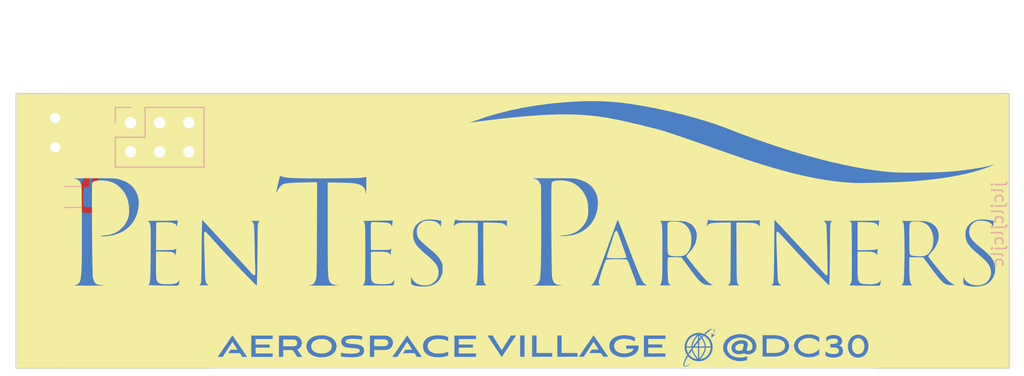
<source format=kicad_pcb>
(kicad_pcb (version 20220621) (generator pcbnew)
  (layers (0 "F.Cu" signal) (31 "B.Cu" signal) (34 "B.Paste" user) (35 "F.Paste" user) (36 "B.SilkS" user "B.Silkscreen") (37 "F.SilkS" user "F.Silkscreen") (38 "B.Mask" user) (39 "F.Mask" user) (44 "Edge.Cuts" user))
  (net 0 "")
  (net 1 "Net-(D1-K)")
  (net 2 "Net-(D1-A)")
  (net 3 "Net-(J1-Pin_1)")
  (footprint "LED_THT:LED_D5.0mm" (layer "F.Cu") (at 97.1 80.93 -90)
    (fp_text reference "D1" hide)
    (fp_text value "LED")
  )
  (footprint "Connector_PinHeader_2.54mm:PinHeader_2x03_P2.54mm_Vertical" (layer "B.Cu") (at 103.66 81.33 -90)
    (fp_text reference "J1" hide)
    (fp_text value "Conn_02x03_Counter_Clockwise")
  )
  (footprint "Resistor_SMD:R_1206_3216Metric_Pad1.30x1.75mm_HandSolder" (layer "B.Cu") (at 98.65 87.8)
    (fp_text reference "R1" hide)
    (fp_text value "R")
  )
  (gr_poly (pts (xy 180.219598 95.765163) (xy 97.462714 95.765163) (xy 97.462714 86.157866) (xy 98.287588 86.157866) (xy 98.287939 86.16373) (xy 98.295334 86.169963) (xy 98.330775 86.183575) (xy 98.39294 86.198776) (xy 98.593566 86.234236) (xy 98.668604 86.246644) (xy 98.737413 86.259558) (xy 98.800366 86.273192) (xy 98.857837 86.287762) (xy 98.910199 86.30348) (xy 98.957828 86.32056) (xy 99.001096 86.339217) (xy 99.040377 86.359664) (xy 99.076045 86.382116) (xy 99.108475 86.406787) (xy 99.138039 86.43389) (xy 99.165111 86.463639) (xy 99.190066 86.496249) (xy 99.213278 86.531933) (xy 99.235119 86.570905) (xy 99.255964 86.61338) (xy 99.271659 86.648328) (xy 99.278773 86.665884) (xy 99.285423 86.684375) (xy 99.291626 86.704461) (xy 99.297402 86.726802) (xy 99.302768 86.752059) (xy 99.307743 86.780891) (xy 99.312346 86.813959) (xy 99.316595 86.851924) (xy 99.320508 86.895444) (xy 99.324104 86.945182) (xy 99.327401 87.001796) (xy 99.330418 87.065946) (xy 99.333173 87.138294) (xy 99.335685 87.219499) (xy 99.337971 87.310222) (xy 99.340051 87.411122) (xy 99.343664 87.646096) (xy 99.346672 87.929703) (xy 99.349221 88.267225) (xy 99.35146 88.663943) (xy 99.353536 89.12514) (xy 99.357787 90.262092) (xy 99.356419 92.91877) (xy 99.341078 93.792963) (xy 99.311831 94.422311) (xy 99.265573 94.850254) (xy 99.235097 95.002273) (xy 99.199204 95.12023) (xy 99.157508 95.209556) (xy 99.109621 95.27568) (xy 99.055155 95.324033) (xy 98.993722 95.360043) (xy 98.978043 95.367272) (xy 98.960986 95.374402) (xy 98.942718 95.381392) (xy 98.923403 95.388201) (xy 98.903209 95.394788) (xy 98.8823 95.40111) (xy 98.839001 95.412797) (xy 98.794834 95.422931) (xy 98.77284 95.427312) (xy 98.751125 95.43118) (xy 98.729857 95.434494) (xy 98.7092 95.437213) (xy 98.689321 95.439295) (xy 98.670385 95.440698) (xy 98.638218 95.442899) (xy 98.608811 95.445683) (xy 98.582143 95.449066) (xy 98.558187 95.453059) (xy 98.536921 95.457678) (xy 98.518319 95.462936) (xy 98.502357 95.468847) (xy 98.489012 95.475426) (xy 98.483313 95.478969) (xy 98.478259 95.482685) (xy 98.473847 95.486574) (xy 98.470074 95.490639) (xy 98.466937 95.494881) (xy 98.464432 95.499302) (xy 98.462558 95.503904) (xy 98.46131 95.508688) (xy 98.460686 95.513656) (xy 98.460682 95.51881) (xy 98.461297 95.524152) (xy 98.462526 95.529683) (xy 98.464367 95.535406) (xy 98.466816 95.541321) (xy 98.473529 95.553736) (xy 98.513592 95.56319) (xy 98.615401 95.571328) (xy 98.968975 95.583684) (xy 100.028961 95.592922) (xy 101.088953 95.581917) (xy 101.442535 95.56897) (xy 101.544349 95.560661) (xy 101.584418 95.551138) (xy 101.584413 95.550929) (xy 101.588132 95.544331) (xy 101.590981 95.537955) (xy 101.592943 95.531795) (xy 101.593586 95.528796) (xy 101.594002 95.525848) (xy 101.594187 95.522952) (xy 101.594141 95.520107) (xy 101.593861 95.517312) (xy 101.593344 95.514566) (xy 101.592589 95.51187) (xy 101.591594 95.509222) (xy 101.590356 95.506621) (xy 101.588874 95.504067) (xy 101.587146 95.501559) (xy 101.585168 95.499097) (xy 101.582941 95.49668) (xy 101.58046 95.494307) (xy 101.574732 95.489691) (xy 101.567967 95.485243) (xy 101.56015 95.480959) (xy 101.551264 95.476833) (xy 101.541292 95.47286) (xy 101.530217 95.469033) (xy 101.518023 95.465349) (xy 101.504693 95.461801) (xy 101.490211 95.458384) (xy 101.474559 95.455093) (xy 101.457722 95.451923) (xy 101.439683 95.448868) (xy 101.420425 95.445922) (xy 101.399931 95.44308) (xy 101.378185 95.440338) (xy 101.35517 95.437689) (xy 101.33087 95.435128) (xy 101.305268 95.43265) (xy 101.250091 95.427922) (xy 101.189507 95.42346) (xy 101.122465 95.417725) (xy 101.054992 95.409822) (xy 100.988918 95.40011) (xy 100.926072 95.388944) (xy 100.868282 95.37668) (xy 100.817378 95.363674) (xy 100.79508 95.357005) (xy 100.775189 95.350284) (xy 100.757935 95.343556) (xy 100.743545 95.336864) (xy 100.72971 95.329269) (xy 100.716131 95.320925) (xy 100.702812 95.311834) (xy 100.689753 95.302) (xy 100.676955 95.291426) (xy 100.66442 95.280115) (xy 100.652149 95.268068) (xy 100.640144 95.255289) (xy 100.628406 95.241781) (xy 100.616937 95.227546) (xy 100.605737 95.212588) (xy 100.59481 95.196909) (xy 100.584155 95.180512) (xy 100.573775 95.163399) (xy 100.56367 95.145574) (xy 100.553843 95.12704) (xy 100.535025 95.087852) (xy 100.517334 95.04586) (xy 100.50078 95.001084) (xy 100.485375 94.953548) (xy 100.471131 94.903274) (xy 100.458058 94.850285) (xy 100.446169 94.794601) (xy 100.435475 94.736247) (xy 100.401402 93.3959) (xy 100.373772 90.691785) (xy 100.362478 87.996159) (xy 100.377411 86.68128) (xy 100.380802 86.664581) (xy 100.384589 86.64869) (xy 100.388829 86.633582) (xy 100.393579 86.619233) (xy 100.398893 86.605618) (xy 100.404828 86.592712) (xy 100.41144 86.580492) (xy 100.418785 86.568933) (xy 100.426918 86.55801) (xy 100.435895 86.547699) (xy 100.445773 86.537975) (xy 100.456608 86.528814) (xy 100.468454 86.520192) (xy 100.481369 86.512083) (xy 100.495408 86.504464) (xy 100.510626 86.497309) (xy 100.527081 86.490595) (xy 100.544827 86.484297) (xy 100.563921 86.478391) (xy 100.584419 86.472852) (xy 100.606376 86.467655) (xy 100.629849 86.462776) (xy 100.654893 86.458191) (xy 100.681565 86.453874) (xy 100.709919 86.449803) (xy 100.740013 86.445951) (xy 100.805641 86.438811) (xy 100.878897 86.432257) (xy 100.960228 86.426094) (xy 101.040843 86.421986) (xy 101.123227 86.420847) (xy 101.206986 86.422601) (xy 101.291726 86.427171) (xy 101.377053 86.434483) (xy 101.462575 86.444458) (xy 101.547899 86.457022) (xy 101.632629 86.472098) (xy 101.716374 86.489611) (xy 101.798739 86.509483) (xy 101.879331 86.531639) (xy 101.957757 86.556002) (xy 102.033623 86.582497) (xy 102.106535 86.611048) (xy 102.176101 86.641577) (xy 102.241926 86.67401) (xy 102.302323 86.707963) (xy 102.364905 86.747653) (xy 102.429119 86.792523) (xy 102.49441 86.842019) (xy 102.560224 86.895585) (xy 102.626008 86.952665) (xy 102.691207 87.012705) (xy 102.755268 87.075149) (xy 102.817636 87.139442) (xy 102.877757 87.205028) (xy 102.935078 87.271353) (xy 102.989044 87.33786) (xy 103.039102 87.403994) (xy 103.084697 87.469201) (xy 103.125276 87.532924) (xy 103.160283 87.594608) (xy 103.217092 87.710033) (xy 103.268672 87.831465) (xy 103.314922 87.957965) (xy 103.355736 88.088595) (xy 103.391014 88.222416) (xy 103.420652 88.358488) (xy 103.444547 88.495872) (xy 103.462596 88.63363) (xy 103.474695 88.770823) (xy 103.480743 88.906512) (xy 103.480636 89.039757) (xy 103.474271 89.16962) (xy 103.461546 89.295162) (xy 103.442356 89.415443) (xy 103.4166 89.529526) (xy 103.384175 89.636471) (xy 103.355099 89.715645) (xy 103.323563 89.792866) (xy 103.289603 89.868108) (xy 103.253252 89.941348) (xy 103.214545 90.012559) (xy 103.173516 90.081718) (xy 103.130198 90.148798) (xy 103.084628 90.213776) (xy 103.036838 90.276626) (xy 102.986863 90.337323) (xy 102.934738 90.395842) (xy 102.880496 90.452159) (xy 102.824172 90.506248) (xy 102.7658 90.558084) (xy 102.705415 90.607643) (xy 102.643051 90.654899) (xy 102.578742 90.699828) (xy 102.512522 90.742404) (xy 102.444426 90.782603) (xy 102.374488 90.8204) (xy 102.302742 90.855769) (xy 102.229223 90.888687) (xy 102.153965 90.919127) (xy 102.077002 90.947065) (xy 101.998368 90.972475) (xy 101.918098 90.995334) (xy 101.836226 91.015616) (xy 101.752786 91.033296) (xy 101.667813 91.048349) (xy 101.58134 91.060751) (xy 101.493403 91.070475) (xy 101.404036 91.077498) (xy 101.32889 91.082959) (xy 101.260138 91.089452) (xy 101.197908 91.096916) (xy 101.142326 91.105289) (xy 101.09352 91.11451) (xy 101.051615 91.124516) (xy 101.016741 91.135246) (xy 100.989022 91.146639) (xy 100.968587 91.158632) (xy 100.961141 91.164835) (xy 100.955563 91.171165) (xy 100.951869 91.177614) (xy 100.950076 91.184175) (xy 100.950199 91.19084) (xy 100.952254 91.197601) (xy 100.956256 91.204451) (xy 100.962223 91.211381) (xy 100.970169 91.218385) (xy 100.98011 91.225454) (xy 101.006043 91.239758) (xy 101.040149 91.254231) (xy 101.067241 91.263471) (xy 101.096663 91.271474) (xy 101.128475 91.278238) (xy 101.162736 91.283764) (xy 101.199506 91.288052) (xy 101.238846 91.291103) (xy 101.280816 91.292916) (xy 101.325475 91.293492) (xy 101.372884 91.29283) (xy 101.423102 91.290932) (xy 101.476189 91.287797) (xy 101.532205 91.283425) (xy 101.591211 91.277817) (xy 101.653267 91.270973) (xy 101.718431 91.262892) (xy 101.786765 91.253576) (xy 101.915758 91.233506) (xy 102.040357 91.21071) (xy 102.160795 91.185088) (xy 102.277308 91.156541) (xy 102.390131 91.12497) (xy 102.499501 91.090275) (xy 102.605652 91.052357) (xy 102.708819 91.011117) (xy 102.809239 90.966455) (xy 102.907145 90.918272) (xy 103.002775 90.866468) (xy 103.096363 90.810945) (xy 103.188144 90.751604) (xy 103.278354 90.688343) (xy 103.367229 90.621065) (xy 103.455003 90.54967) (xy 103.561704 90.454913) (xy 103.662547 90.355234) (xy 103.757496 90.250705) (xy 103.846519 90.141396) (xy 103.92958 90.02738) (xy 104.006648 89.908726) (xy 104.047118 89.838529) (xy 104.807702 89.838529) (xy 104.810356 89.844267) (xy 104.825267 89.850772) (xy 104.887101 89.866296) (xy 104.949475 89.880691) (xy 105.005699 89.896081) (xy 105.031615 89.904299) (xy 105.056127 89.912944) (xy 105.079279 89.922078) (xy 105.101115 89.931759) (xy 105.12168 89.942047) (xy 105.141019 89.953003) (xy 105.159175 89.964685) (xy 105.176194 89.977154) (xy 105.192119 89.99047) (xy 105.206995 90.004692) (xy 105.220866 90.019879) (xy 105.233777 90.036093) (xy 105.245773 90.053392) (xy 105.256897 90.071836) (xy 105.267194 90.091486) (xy 105.276708 90.1124) (xy 105.285485 90.134639) (xy 105.293568 90.158262) (xy 105.301001 90.183329) (xy 105.30783 90.2099) (xy 105.31985 90.267794) (xy 105.329984 90.33242) (xy 105.338587 90.404257) (xy 105.346015 90.483784) (xy 105.351463 90.596686) (xy 105.355744 90.78419) (xy 105.360658 91.343085) (xy 105.360464 92.080632) (xy 105.354874 92.916989) (xy 105.336381 94.257849) (xy 105.322427 94.693264) (xy 105.302407 95.003449) (xy 105.289435 95.118951) (xy 105.274123 95.21199) (xy 105.256196 95.285515) (xy 105.23538 95.342474) (xy 105.2114 95.385814) (xy 105.183982 95.418485) (xy 105.152851 95.443434) (xy 105.117732 95.463609) (xy 105.106551 95.46898) (xy 105.094419 95.474296) (xy 105.081454 95.479526) (xy 105.067772 95.484639) (xy 105.05349 95.489603) (xy 105.038724 95.494386) (xy 105.00821 95.503285) (xy 104.977161 95.511083) (xy 104.946513 95.51753) (xy 104.931631 95.520168) (xy 104.917199 95.522373) (xy 104.903333 95.524114) (xy 104.890151 95.52536) (xy 104.876641 95.528084) (xy 104.896551 95.531396) (xy 105.025085 95.539436) (xy 105.556175 95.558751) (xy 106.298665 95.577748) (xy 107.067796 95.59087) (xy 107.271494 95.592581) (xy 107.440282 95.592496) (xy 107.57708 95.590462) (xy 107.684808 95.586329) (xy 107.766385 95.579944) (xy 107.82473 95.571155) (xy 107.846104 95.565812) (xy 107.862764 95.559812) (xy 107.875076 95.553135) (xy 107.883406 95.545762) (xy 107.883401 95.545732) (xy 107.888705 95.536054) (xy 109.180725 95.536054) (xy 109.180799 95.537232) (xy 109.181198 95.538429) (xy 109.181926 95.539643) (xy 109.182992 95.540872) (xy 109.207372 95.546107) (xy 109.266023 95.5506) (xy 109.466554 95.557388) (xy 110.063458 95.562323) (xy 110.660375 95.556044) (xy 110.860924 95.548814) (xy 110.919585 95.544197) (xy 110.943978 95.538918) (xy 110.944916 95.537795) (xy 110.945476 95.536679) (xy 110.945665 95.535574) (xy 110.945492 95.534479) (xy 110.944964 95.533397) (xy 110.944089 95.532329) (xy 110.942874 95.531277) (xy 110.941327 95.530242) (xy 110.939455 95.529226) (xy 110.937267 95.528231) (xy 110.93477 95.527258) (xy 110.931972 95.526309) (xy 110.925501 95.524486) (xy 110.917918 95.522778) (xy 110.909281 95.521194) (xy 110.899654 95.519749) (xy 110.889096 95.518455) (xy 110.877671 95.517323) (xy 110.865437 95.516368) (xy 110.852458 95.5156) (xy 110.838793 95.515033) (xy 110.824506 95.514678) (xy 110.777882 95.513003) (xy 110.733378 95.509433) (xy 110.690967 95.503953) (xy 110.650624 95.496553) (xy 110.61232 95.48722) (xy 110.576031 95.47594) (xy 110.541728 95.462703) (xy 110.509386 95.447495) (xy 110.478977 95.430303) (xy 110.450476 95.411117) (xy 110.423855 95.389922) (xy 110.399087 95.366707) (xy 110.376147 95.341458) (xy 110.355008 95.314165) (xy 110.335643 95.284814) (xy 110.318025 95.253393) (xy 110.305048 95.226794) (xy 110.293353 95.199175) (xy 110.282833 95.169445) (xy 110.27338 95.136514) (xy 110.264888 95.099291) (xy 110.25725 95.056687) (xy 110.250358 95.007611) (xy 110.244105 94.950973) (xy 110.238385 94.885682) (xy 110.23309 94.810649) (xy 110.228113 94.724783) (xy 110.223348 94.626993) (xy 110.214022 94.391283) (xy 110.204255 94.094797) (xy 110.160337 92.603262) (xy 110.137549 91.609037) (xy 110.134949 91.054649) (xy 110.140924 90.924434) (xy 110.151592 90.882625) (xy 110.154248 90.883504) (xy 110.158429 90.886114) (xy 110.171201 90.89635) (xy 110.189581 90.912989) (xy 110.213241 90.935686) (xy 110.275097 90.997874) (xy 110.354148 91.080157) (xy 110.447777 91.179776) (xy 110.553366 91.293974) (xy 110.668297 91.419991) (xy 110.789951 91.55507) (xy 111.357367 92.181294) (xy 111.980028 92.855725) (xy 113.235677 94.186823) (xy 114.246082 95.223588) (xy 114.56219 95.530103) (xy 114.655972 95.612633) (xy 114.700432 95.641245) (xy 114.703341 95.639548) (xy 114.706196 95.634454) (xy 114.711751 95.61395) (xy 114.717106 95.579486) (xy 114.722269 95.530812) (xy 114.727252 95.46768) (xy 114.732062 95.389843) (xy 114.741205 95.18906) (xy 114.749774 94.926476) (xy 114.757844 94.600108) (xy 114.765493 94.207969) (xy 114.772795 93.748076) (xy 114.7728 93.747967) (xy 114.792156 92.164245) (xy 114.800239 91.014934) (xy 114.801609 90.687146) (xy 114.807596 90.434236) (xy 114.813214 90.33251) (xy 114.821058 90.245481) (xy 114.831486 90.171811) (xy 114.844854 90.110158) (xy 114.861521 90.059183) (xy 114.881844 90.017544) (xy 114.906179 89.983902) (xy 114.934885 89.956915) (xy 114.968318 89.935244) (xy 115.006836 89.917548) (xy 115.050797 89.902487) (xy 115.100557 89.888721) (xy 115.171997 89.870002) (xy 115.236717 89.852396) (xy 115.287597 89.837872) (xy 115.305622 89.832381) (xy 115.317518 89.828398) (xy 115.318503 89.827619) (xy 115.317225 89.826855) (xy 115.308095 89.825374) (xy 115.265019 89.822622) (xy 115.191685 89.820197) (xy 115.091488 89.818154) (xy 114.82408 89.815428) (xy 114.489947 89.81488) (xy 114.014503 89.816921) (xy 113.872699 89.81953) (xy 113.787027 89.823899) (xy 113.76341 89.826907) (xy 113.751629 89.830553) (xy 113.749949 89.832635) (xy 113.750953 89.834901) (xy 113.760648 89.840017) (xy 113.808223 89.852818) (xy 113.888497 89.869479) (xy 113.948806 89.882468) (xy 114.003939 89.896659) (xy 114.054125 89.912289) (xy 114.099595 89.929593) (xy 114.120633 89.938947) (xy 114.140578 89.948807) (xy 114.15946 89.959204) (xy 114.177305 89.970167) (xy 114.194145 89.981724) (xy 114.210006 89.993907) (xy 114.224918 90.006743) (xy 114.23891 90.020263) (xy 114.25201 90.034497) (xy 114.264247 90.049472) (xy 114.27565 90.06522) (xy 114.286248 90.081768) (xy 114.296069 90.099148) (xy 114.305142 90.117388) (xy 114.313496 90.136517) (xy 114.321159 90.156566) (xy 114.328161 90.177563) (xy 114.33453 90.199539) (xy 114.345483 90.246541) (xy 114.35425 90.297809) (xy 114.36106 90.353577) (xy 114.365999 90.423247) (xy 114.371521 90.538036) (xy 114.383575 90.878681) (xy 114.39573 91.326932) (xy 114.406495 91.834208) (xy 114.430387 92.941274) (xy 114.455234 93.830714) (xy 114.460616 94.00446) (xy 114.463852 94.154402) (xy 114.464937 94.280736) (xy 114.463864 94.38366) (xy 114.460631 94.463369) (xy 114.455232 94.520061) (xy 114.451718 94.539836) (xy 114.447662 94.553931) (xy 114.443061 94.56237) (xy 114.437916 94.565178) (xy 114.435546 94.564975) (xy 114.432858 94.564373) (xy 114.429866 94.563382) (xy 114.426579 94.562011) (xy 114.41917 94.558172) (xy 114.410722 94.552934) (xy 114.401324 94.546379) (xy 114.391069 94.538584) (xy 114.380045 94.529631) (xy 114.368345 94.519598) (xy 114.356058 94.508564) (xy 114.343275 94.49661) (xy 114.330087 94.483815) (xy 114.316584 94.470258) (xy 114.302857 94.45602) (xy 114.288997 94.441179) (xy 114.275094 94.425815) (xy 114.261238 94.410007) (xy 114.192553 94.331803) (xy 114.104472 94.233569) (xy 114.008339 94.127868) (xy 113.915499 94.027264) (xy 113.638238 93.727342) (xy 113.269199 93.325838) (xy 112.756822 92.76755) (xy 112.480954 92.472137) (xy 112.088875 92.050046) (xy 111.468798 91.379041) (xy 110.4732 90.303203) (xy 110.267082 90.081919) (xy 110.070848 89.869479) (xy 110.0514 89.848654) (xy 110.032154 89.828755) (xy 110.013225 89.809872) (xy 109.994725 89.792093) (xy 109.976771 89.775507) (xy 109.959476 89.760201) (xy 109.942954 89.746264) (xy 109.92732 89.733785) (xy 109.912687 89.722851) (xy 109.899171 89.713552) (xy 109.886886 89.705976) (xy 109.875945 89.700211) (xy 109.866463 89.696346) (xy 109.858555 89.694469) (xy 109.855227 89.694303) (xy 109.852335 89.694668) (xy 109.849893 89.695573) (xy 109.847916 89.697031) (xy 109.844372 89.714667) (xy 109.840716 89.75968) (xy 109.833183 89.926152) (xy 109.818011 90.525091) (xy 109.804185 91.402901) (xy 109.793493 92.468636) (xy 109.780756 93.839038) (xy 109.76562 94.693128) (xy 109.756155 94.962955) (xy 109.744892 95.147382) (xy 109.731432 95.26097) (xy 109.715377 95.318278) (xy 109.709259 95.329445) (xy 109.702524 95.340357) (xy 109.695184 95.351009) (xy 109.687256 95.361393) (xy 109.678752 95.371504) (xy 109.669688 95.381333) (xy 109.660076 95.390876) (xy 109.649933 95.400124) (xy 109.639271 95.409073) (xy 109.628106 95.417714) (xy 109.61645 95.426042) (xy 109.60432 95.434051) (xy 109.591729 95.441732) (xy 109.578691 95.44908) (xy 109.56522 95.456089) (xy 109.551332 95.462751) (xy 109.537039 95.469061) (xy 109.522357 95.475011) (xy 109.507299 95.480595) (xy 109.49188 95.485806) (xy 109.460016 95.495085) (xy 109.426879 95.502795) (xy 109.392582 95.508883) (xy 109.357241 95.513296) (xy 109.320969 95.515983) (xy 109.28388 95.51689) (xy 109.271285 95.517014) (xy 109.259288 95.517379) (xy 109.247939 95.517973) (xy 109.237291 95.518782) (xy 109.227396 95.519795) (xy 109.218304 95.521) (xy 109.210068 95.522384) (xy 109.20274 95.523934) (xy 109.196371 95.52564) (xy 109.191013 95.527487) (xy 109.186718 95.529465) (xy 109.183537 95.53156) (xy 109.18238 95.532648) (xy 109.181522 95.533761) (xy 109.180968 95.534897) (xy 109.180725 95.536054) (xy 107.888705 95.536054) (xy 107.892382 95.529345) (xy 107.903077 95.50057) (xy 107.915171 95.46099) (xy 107.928347 95.412189) (xy 107.956677 95.293264) (xy 107.985534 95.156466) (xy 108.012388 95.014468) (xy 108.034704 94.879942) (xy 108.049951 94.765561) (xy 108.054132 94.719885) (xy 108.055596 94.683998) (xy 108.05539 94.671588) (xy 108.054787 94.660307) (xy 108.053807 94.650136) (xy 108.052472 94.641059) (xy 108.050805 94.63306) (xy 108.048825 94.62612) (xy 108.046555 94.620223) (xy 108.044015 94.615351) (xy 108.041228 94.611489) (xy 108.038214 94.608618) (xy 108.034996 94.606722) (xy 108.031593 94.605783) (xy 108.028029 94.605785) (xy 108.024324 94.60671) (xy 108.020499 94.608542) (xy 108.016576 94.611263) (xy 108.012577 94.614856) (xy 108.008523 94.619305) (xy 108.004435 94.624592) (xy 108.000334 94.6307) (xy 107.996243 94.637612) (xy 107.992181 94.645311) (xy 107.988172 94.65378) (xy 107.984236 94.663002) (xy 107.980394 94.672959) (xy 107.976669 94.683636) (xy 107.97308 94.695014) (xy 107.969651 94.707078) (xy 107.966402 94.719808) (xy 107.963354 94.73319) (xy 107.960529 94.747205) (xy 107.957949 94.761836) (xy 107.950049 94.803303) (xy 107.940182 94.84355) (xy 107.928385 94.882525) (xy 107.914692 94.920176) (xy 107.89914 94.956453) (xy 107.881765 94.991304) (xy 107.862603 95.024678) (xy 107.84169 95.056524) (xy 107.819061 95.086789) (xy 107.794754 95.115423) (xy 107.768803 95.142374) (xy 107.741246 95.167591) (xy 107.712117 95.191022) (xy 107.681453 95.212617) (xy 107.64929 95.232323) (xy 107.615664 95.25009) (xy 107.564973 95.269476) (xy 107.498722 95.286434) (xy 107.419182 95.300948) (xy 107.328625 95.313004) (xy 107.229322 95.322584) (xy 107.123546 95.329672) (xy 107.013567 95.334254) (xy 106.901658 95.336313) (xy 106.79009 95.335832) (xy 106.681135 95.332797) (xy 106.577065 95.327191) (xy 106.480151 95.318998) (xy 106.392665 95.308202) (xy 106.316878 95.294787) (xy 106.255064 95.278738) (xy 106.209492 95.260038) (xy 106.186946 95.247444) (xy 106.165715 95.23487) (xy 106.14576 95.222092) (xy 106.12704 95.20889) (xy 106.109518 95.195039) (xy 106.093153 95.180317) (xy 106.077907 95.164502) (xy 106.063739 95.147371) (xy 106.050611 95.128702) (xy 106.038484 95.108271) (xy 106.027318 95.085856) (xy 106.017074 95.061234) (xy 106.007712 95.034183) (xy 105.999194 95.00448) (xy 105.99148 94.971903) (xy 105.984531 94.936228) (xy 105.978307 94.897234) (xy 105.972769 94.854697) (xy 105.967878 94.808395) (xy 105.963595 94.758105) (xy 105.959881 94.703604) (xy 105.956695 94.644671) (xy 105.953999 94.581082) (xy 105.951754 94.512615) (xy 105.948458 94.360154) (xy 105.946493 94.185508) (xy 105.945544 93.986896) (xy 105.945298 93.762537) (xy 105.945298 92.620534) (xy 106.514251 92.620792) (xy 106.631561 92.621674) (xy 106.746835 92.62412) (xy 106.857135 92.627959) (xy 106.959519 92.633022) (xy 107.051049 92.63914) (xy 107.128782 92.646144) (xy 107.18978 92.653864) (xy 107.231102 92.662131) (xy 107.26712 92.673362) (xy 107.301372 92.686521) (xy 107.333816 92.701557) (xy 107.364405 92.718421) (xy 107.393095 92.737061) (xy 107.419842 92.757427) (xy 107.432472 92.768242) (xy 107.4446 92.779469) (xy 107.45622 92.791103) (xy 107.467325 92.803137) (xy 107.477911 92.815564) (xy 107.487972 92.828379) (xy 107.497503 92.841575) (xy 107.506497 92.855146) (xy 107.514949 92.869086) (xy 107.522854 92.883388) (xy 107.530205 92.898046) (xy 107.536998 92.913053) (xy 107.543227 92.928404) (xy 107.548886 92.944092) (xy 107.553969 92.96011) (xy 107.558471 92.976453) (xy 107.562387 92.993114) (xy 107.56571 93.010087) (xy 107.570558 93.044944) (xy 107.575678 93.090729) (xy 107.580881 93.129139) (xy 107.586158 93.160187) (xy 107.591499 93.18389) (xy 107.594191 93.192991) (xy 107.596896 93.200261) (xy 107.599613 93.205703) (xy 107.60234 93.209317) (xy 107.605076 93.211105) (xy 107.607821 93.211071) (xy 107.610573 93.209214) (xy 107.613331 93.205538) (xy 107.616095 93.200045) (xy 107.618862 93.192735) (xy 107.624402 93.172675) (xy 107.629945 93.145373) (xy 107.635481 93.110844) (xy 107.641001 93.069104) (xy 107.646496 93.020167) (xy 107.651957 92.964049) (xy 107.657375 92.900763) (xy 107.670137 92.751912) (xy 107.684476 92.599627) (xy 107.698638 92.461776) (xy 107.710869 92.356223) (xy 107.736758 92.153931) (xy 107.603184 92.252776) (xy 107.580098 92.269453) (xy 107.568967 92.277051) (xy 107.557922 92.284179) (xy 107.54682 92.290855) (xy 107.53552 92.297096) (xy 107.523879 92.30292) (xy 107.511756 92.308346) (xy 107.499008 92.313391) (xy 107.485494 92.318073) (xy 107.471071 92.322409) (xy 107.455598 92.326418) (xy 107.438932 92.330117) (xy 107.420931 92.333524) (xy 107.401454 92.336658) (xy 107.380358 92.339535) (xy 107.357501 92.342173) (xy 107.332742 92.344591) (xy 107.305938 92.346807) (xy 107.276947 92.348837) (xy 107.211837 92.352414) (xy 107.136275 92.355465) (xy 107.049126 92.358132) (xy 106.949254 92.360559) (xy 106.706793 92.365259) (xy 105.943979 92.378906) (xy 105.954983 91.227362) (xy 105.965987 90.075798) (xy 106.441838 90.063906) (xy 106.678325 90.060973) (xy 106.784387 90.062119) (xy 106.882726 90.065077) (xy 106.973642 90.0699) (xy 107.057435 90.07664) (xy 107.134403 90.08535) (xy 107.204846 90.096082) (xy 107.269063 90.108889) (xy 107.327354 90.123824) (xy 107.380017 90.140939) (xy 107.427353 90.160287) (xy 107.469659 90.181921) (xy 107.507237 90.205892) (xy 107.540384 90.232255) (xy 107.5694 90.26106) (xy 107.584513 90.278359) (xy 107.598393 90.295353) (xy 107.611075 90.312134) (xy 107.622597 90.328793) (xy 107.632992 90.345421) (xy 107.642297 90.362108) (xy 107.650547 90.378946) (xy 107.657777 90.396026) (xy 107.664024 90.413439) (xy 107.669323 90.431275) (xy 107.673709 90.449627) (xy 107.677217 90.468584) (xy 107.679885 90.488237) (xy 107.681746 90.508679) (xy 107.682836 90.529999) (xy 107.683192 90.552289) (xy 107.683984 90.601927) (xy 107.686251 90.642396) (xy 107.689826 90.673962) (xy 107.692052 90.686491) (xy 107.694542 90.696896) (xy 107.697277 90.705209) (xy 107.700234 90.711464) (xy 107.703394 90.715696) (xy 107.706735 90.717937) (xy 107.710237 90.718221) (xy 107.713879 90.716582) (xy 107.71764 90.713054) (xy 107.721499 90.707669) (xy 107.725436 90.700461) (xy 107.72943 90.691465) (xy 107.737505 90.66824) (xy 107.745557 90.638261) (xy 107.753421 90.601798) (xy 107.76093 90.559119) (xy 107.767918 90.510493) (xy 107.774219 90.456189) (xy 107.779666 90.396474) (xy 107.791779 90.257711) (xy 107.805879 90.11695) (xy 107.820216 89.990637) (xy 107.833039 89.895217) (xy 107.841603 89.837821) (xy 107.844676 89.814601) (xy 107.846844 89.794801) (xy 107.848029 89.778248) (xy 107.848158 89.764768) (xy 107.847803 89.759125) (xy 107.847155 89.754186) (xy 107.846205 89.749928) (xy 107.844944 89.74633) (xy 107.843362 89.743369) (xy 107.84145 89.741025) (xy 107.839199 89.739275) (xy 107.836599 89.738098) (xy 107.83364 89.737472) (xy 107.830314 89.737375) (xy 107.826611 89.737785) (xy 107.822521 89.738682) (xy 107.813143 89.741845) (xy 107.802107 89.746691) (xy 107.789335 89.753046) (xy 107.774754 89.760736) (xy 107.758406 89.766418) (xy 107.731222 89.771744) (xy 107.693118 89.776715) (xy 107.644008 89.781335) (xy 107.512431 89.789529) (xy 107.335809 89.796347) (xy 107.113462 89.80181) (xy 106.844709 89.805937) (xy 106.528868 89.80875) (xy 106.165259 89.810268) (xy 105.370594 89.813905) (xy 105.115852 89.817257) (xy 104.943471 89.822196) (xy 104.843929 89.829145) (xy 104.818496 89.833507) (xy 104.807702 89.838529) (xy 104.047118 89.838529) (xy 104.077686 89.785507) (xy 104.142662 89.657794) (xy 104.201541 89.525657) (xy 104.25429 89.389168) (xy 104.300875 89.248398) (xy 104.341261 89.103418) (xy 104.375415 88.954299) (xy 104.403303 88.801113) (xy 104.424891 88.643931) (xy 104.440145 88.482824) (xy 104.445725 88.365331) (xy 104.445073 88.248574) (xy 104.438265 88.132766) (xy 104.425381 88.01812) (xy 104.406499 87.90485) (xy 104.381698 87.793169) (xy 104.351055 87.683291) (xy 104.31465 87.575429) (xy 104.272561 87.469796) (xy 104.259739 87.442056) (xy 116.289905 87.442056) (xy 116.290197 87.456317) (xy 116.291066 87.469274) (xy 116.292498 87.480934) (xy 116.294477 87.491308) (xy 116.296992 87.500404) (xy 116.300027 87.508231) (xy 116.303568 87.514798) (xy 116.307603 87.520114) (xy 116.312116 87.524188) (xy 116.314549 87.525763) (xy 116.317095 87.52703) (xy 116.319755 87.527991) (xy 116.322525 87.528647) (xy 116.328392 87.52905) (xy 116.334683 87.528247) (xy 116.341383 87.526246) (xy 116.348478 87.523058) (xy 116.355956 87.518691) (xy 116.363801 87.513153) (xy 116.372 87.506455) (xy 116.380539 87.498604) (xy 116.389404 87.48961) (xy 116.398582 87.479482) (xy 116.408058 87.46823) (xy 116.417818 87.45586) (xy 116.427849 87.442384) (xy 116.438136 87.42781) (xy 116.448667 87.412146) (xy 116.459426 87.395402) (xy 116.4704 87.377587) (xy 116.481575 87.358709) (xy 116.492938 87.338778) (xy 116.504474 87.317803) (xy 116.516169 87.295792) (xy 116.544171 87.243312) (xy 116.571866 87.193651) (xy 116.599294 87.146758) (xy 116.626498 87.102584) (xy 116.653517 87.061079) (xy 116.680392 87.022193) (xy 116.707165 86.985877) (xy 116.733876 86.952079) (xy 116.760567 86.920751) (xy 116.787277 86.891843) (xy 116.814049 86.865304) (xy 116.840923 86.841085) (xy 116.867941 86.819136) (xy 116.895142 86.799406) (xy 116.922568 86.781847) (xy 116.950259 86.766408) (xy 116.989819 86.748069) (xy 117.03529 86.731126) (xy 117.08744 86.715509) (xy 117.147039 86.701144) (xy 117.214854 86.687961) (xy 117.291655 86.675885) (xy 117.37821 86.664847) (xy 117.475288 86.654773) (xy 117.583657 86.645592) (xy 117.704085 86.637232) (xy 117.837343 86.62962) (xy 117.984197 86.622684) (xy 118.321771 86.610555) (xy 118.722956 86.600268) (xy 119.852586 86.575442) (xy 119.8382 90.622123) (xy 119.828383 92.890996) (xy 119.814392 94.135192) (xy 119.803421 94.482817) (xy 119.788513 94.70601) (xy 119.768704 94.848682) (xy 119.74303 94.954745) (xy 119.724345 95.01743) (xy 119.705176 95.074376) (xy 119.685203 95.125864) (xy 119.66411 95.172173) (xy 119.653044 95.193472) (xy 119.641579 95.213582) (xy 119.629675 95.232536) (xy 119.617292 95.250371) (xy 119.604392 95.26712) (xy 119.590933 95.282819) (xy 119.576877 95.297502) (xy 119.562183 95.311205) (xy 119.546813 95.323962) (xy 119.530726 95.335809) (xy 119.513882 95.34678) (xy 119.496243 95.35691) (xy 119.477767 95.366234) (xy 119.458417 95.374788) (xy 119.438151 95.382605) (xy 119.41693 95.389722) (xy 119.371466 95.40199) (xy 119.321707 95.411874) (xy 119.267334 95.419652) (xy 119.208031 95.425603) (xy 119.167568 95.429324) (xy 119.130647 95.433486) (xy 119.097215 95.438118) (xy 119.067217 95.443246) (xy 119.040602 95.448897) (xy 119.017314 95.455098) (xy 118.997301 95.461877) (xy 118.980509 95.469261) (xy 118.966883 95.477278) (xy 118.961242 95.481532) (xy 118.956372 95.485954) (xy 118.952266 95.490547) (xy 118.94892 95.495316) (xy 118.946324 95.500263) (xy 118.944474 95.505392) (xy 118.943362 95.510706) (xy 118.942981 95.516209) (xy 118.943325 95.521904) (xy 118.944387 95.527795) (xy 118.946161 95.533884) (xy 118.948639 95.540176) (xy 118.955682 95.553379) (xy 118.996183 95.562779) (xy 119.099296 95.570872) (xy 119.457581 95.583165) (xy 120.531938 95.592371) (xy 121.606302 95.581432) (xy 121.964595 95.568543) (xy 122.067714 95.560268) (xy 122.07833 95.557781) (xy 123.545752 95.557781) (xy 123.546053 95.558917) (xy 123.546823 95.559955) (xy 123.55672 95.561906) (xy 123.581851 95.563803) (xy 123.674648 95.567394) (xy 124.008229 95.573491) (xy 124.496927 95.577612) (xy 125.090102 95.579127) (xy 126.613817 95.579127) (xy 126.66556 95.372253) (xy 126.677819 95.318985) (xy 126.68942 95.26046) (xy 126.698014 95.207856) (xy 128.033101 95.207856) (xy 128.036748 95.339979) (xy 128.040663 95.364151) (xy 128.049796 95.387716) (xy 128.063927 95.410635) (xy 128.082837 95.43287) (xy 128.106306 95.454384) (xy 128.134115 95.475138) (xy 128.166043 95.495093) (xy 128.201872 95.514211) (xy 128.241382 95.532455) (xy 128.284354 95.549786) (xy 128.379803 95.581555) (xy 128.486463 95.609214) (xy 128.602578 95.632456) (xy 128.726391 95.650976) (xy 128.856147 95.664467) (xy 128.990088 95.672625) (xy 129.126458 95.675144) (xy 129.263501 95.671717) (xy 129.39946 95.662039) (xy 129.53258 95.645805) (xy 129.597526 95.635133) (xy 129.661104 95.622707) (xy 129.661099 95.622697) (xy 129.761598 95.599126) (xy 129.85741 95.571961) (xy 129.948656 95.541111) (xy 130.035456 95.506482) (xy 130.11793 95.467981) (xy 130.196198 95.425517) (xy 130.27038 95.378995) (xy 130.340597 95.328322) (xy 130.406969 95.273407) (xy 130.469615 95.214156) (xy 130.528656 95.150476) (xy 130.584212 95.082274) (xy 130.636404 95.009458) (xy 130.685351 94.931934) (xy 130.731173 94.849609) (xy 130.773992 94.762392) (xy 130.816388 94.668276) (xy 130.833915 94.626901) (xy 130.849196 94.588294) (xy 130.862384 94.551687) (xy 130.87363 94.516316) (xy 130.883086 94.481413) (xy 130.890903 94.446213) (xy 130.897233 94.409948) (xy 130.902228 94.371854) (xy 130.906039 94.331163) (xy 130.908818 94.28711) (xy 130.910717 94.238928) (xy 130.911887 94.185851) (xy 130.912648 94.061948) (xy 130.912016 93.935127) (xy 130.910939 93.881455) (xy 130.909109 93.833133) (xy 130.906341 93.789304) (xy 130.90245 93.749109) (xy 130.897254 93.711693) (xy 130.890565 93.676197) (xy 130.882201 93.641765) (xy 130.871977 93.60754) (xy 130.859708 93.572664) (xy 130.845209 93.536279) (xy 130.828297 93.49753) (xy 130.808786 93.455558) (xy 130.761232 93.358518) (xy 130.727104 93.292942) (xy 130.690689 93.228698) (xy 130.651617 93.165386) (xy 130.609516 93.102602) (xy 130.564016 93.039945) (xy 130.514744 92.977011) (xy 130.461331 92.9134) (xy 130.403404 92.848708) (xy 130.340594 92.782534) (xy 130.272527 92.714476) (xy 130.198835 92.64413) (xy 130.119145 92.571095) (xy 130.033086 92.494968) (xy 129.940287 92.415348) (xy 129.840377 92.331832) (xy 129.732986 92.244019) (xy 129.542927 92.087452) (xy 129.371307 91.940596) (xy 129.218834 91.80414) (xy 129.086211 91.678772) (xy 128.974146 91.565183) (xy 128.926043 91.51302) (xy 128.883345 91.464061) (xy 128.846138 91.418391) (xy 128.814512 91.376096) (xy 128.788555 91.337263) (xy 128.768355 91.301977) (xy 128.750572 91.264157) (xy 128.734458 91.223026) (xy 128.720047 91.178994) (xy 128.707374 91.132475) (xy 128.696474 91.083883) (xy 128.687382 91.033628) (xy 128.680132 90.982126) (xy 128.674759 90.929787) (xy 128.671298 90.877026) (xy 128.669783 90.824254) (xy 128.670249 90.771885) (xy 128.672731 90.720332) (xy 128.677263 90.670006) (xy 128.683881 90.621322) (xy 128.692618 90.574692) (xy 128.70351 90.530528) (xy 128.711077 90.505242) (xy 128.719433 90.480707) (xy 128.728645 90.456827) (xy 128.73878 90.433504) (xy 128.749905 90.410643) (xy 128.762085 90.388145) (xy 128.775389 90.365913) (xy 128.789882 90.343851) (xy 128.805631 90.321862) (xy 128.822702 90.299848) (xy 128.841163 90.277712) (xy 128.86108 90.255357) (xy 128.88252 90.232686) (xy 128.905549 90.209603) (xy 128.930235 90.186009) (xy 128.956643 90.161809) (xy 128.996419 90.127068) (xy 129.034958 90.095656) (xy 129.072705 90.067431) (xy 129.110107 90.042248) (xy 129.14761 90.019966) (xy 129.18566 90.000441) (xy 129.224705 89.983529) (xy 129.26519 89.969089) (xy 129.307561 89.956977) (xy 129.352266 89.94705) (xy 129.39975 89.939164) (xy 129.45046 89.933177) (xy 129.504843 89.928947) (xy 129.563344 89.926328) (xy 129.626411 89.92518) (xy 129.694488 89.925359) (xy 129.801717 89.929058) (xy 129.902216 89.937778) (xy 129.996201 89.951676) (xy 130.08389 89.970911) (xy 130.1655 89.995641) (xy 130.204093 90.010116) (xy 130.241248 90.026024) (xy 130.276991 90.043385) (xy 130.311351 90.062219) (xy 130.344354 90.082545) (xy 130.376026 90.104384) (xy 130.406397 90.127754) (xy 130.435491 90.152676) (xy 130.463338 90.17917) (xy 130.489963 90.207256) (xy 130.515394 90.236952) (xy 130.539658 90.26828) (xy 130.562783 90.301258) (xy 130.584795 90.335907) (xy 130.625589 90.410296) (xy 130.662259 90.491604) (xy 130.695021 90.57999) (xy 130.724093 90.675612) (xy 130.730095 90.696679) (xy 130.735502 90.71385) (xy 130.74035 90.726942) (xy 130.742574 90.731902) (xy 130.744672 90.735774) (xy 130.746646 90.738534) (xy 130.748503 90.740161) (xy 130.749388 90.740542) (xy 130.750245 90.740631) (xy 130.751075 90.740425) (xy 130.751878 90.739922) (xy 130.753405 90.73801) (xy 130.754831 90.734873) (xy 130.75616 90.730488) (xy 130.757397 90.724832) (xy 130.758545 90.717883) (xy 130.75961 90.709616) (xy 130.761505 90.689043) (xy 130.763117 90.66293) (xy 130.76448 90.631093) (xy 130.765127 90.60984) (xy 131.696673 90.60984) (xy 131.697361 90.633496) (xy 131.700548 90.648735) (xy 131.703081 90.653128) (xy 131.706241 90.655334) (xy 131.710028 90.655325) (xy 131.714443 90.653074) (xy 131.725159 90.64173) (xy 131.738393 90.621083) (xy 131.754149 90.59091) (xy 131.772433 90.55099) (xy 131.779661 90.535493) (xy 131.7882 90.519102) (xy 131.797942 90.501958) (xy 131.808777 90.484203) (xy 131.820597 90.465977) (xy 131.833294 90.447423) (xy 131.846758 90.428682) (xy 131.860881 90.409895) (xy 131.875554 90.391205) (xy 131.890669 90.372752) (xy 131.906115 90.354678) (xy 131.921786 90.337124) (xy 131.937571 90.320233) (xy 131.953363 90.304145) (xy 131.969052 90.289002) (xy 131.984529 90.274946) (xy 132.019425 90.245955) (xy 132.037106 90.232636) (xy 132.055112 90.220076) (xy 132.073573 90.208258) (xy 132.092618 90.197165) (xy 132.112374 90.186777) (xy 132.132971 90.177079) (xy 132.154536 90.168051) (xy 132.1772 90.159676) (xy 132.201089 90.151936) (xy 132.226332 90.144813) (xy 132.253059 90.13829) (xy 132.281398 90.132348) (xy 132.311477 90.12697) (xy 132.343424 90.122138) (xy 132.377369 90.117834) (xy 132.41344 90.114041) (xy 132.492473 90.107913) (xy 132.581552 90.103612) (xy 132.681706 90.100996) (xy 132.793963 90.099921) (xy 132.919351 90.100245) (xy 133.058898 90.101826) (xy 133.213634 90.104521) (xy 133.855 90.117197) (xy 133.866173 91.834396) (xy 133.865613 93.238669) (xy 133.857355 93.813386) (xy 133.843871 94.300596) (xy 133.825231 94.698379) (xy 133.801505 95.004815) (xy 133.772761 95.217983) (xy 133.75653 95.288991) (xy 133.739071 95.335962) (xy 133.732697 95.347847) (xy 133.726125 95.359272) (xy 133.719344 95.370243) (xy 133.712342 95.380765) (xy 133.705108 95.390844) (xy 133.697629 95.400487) (xy 133.689895 95.409698) (xy 133.681893 95.418485) (xy 133.673612 95.426852) (xy 133.66504 95.434806) (xy 133.656165 95.442353) (xy 133.646975 95.449498) (xy 133.63746 95.456247) (xy 133.627607 95.462607) (xy 133.617404 95.468583) (xy 133.60684 95.474181) (xy 133.595903 95.479407) (xy 133.584582 95.484266) (xy 133.572864 95.488766) (xy 133.560739 95.492911) (xy 133.548193 95.496707) (xy 133.535217 95.500161) (xy 133.521797 95.503278) (xy 133.507922 95.506064) (xy 133.493581 95.508525) (xy 133.478762 95.510667) (xy 133.463453 95.512496) (xy 133.447642 95.514017) (xy 133.414469 95.516162) (xy 133.379149 95.517148) (xy 133.36829 95.517416) (xy 133.35832 95.517968) (xy 133.349259 95.518791) (xy 133.341128 95.519873) (xy 133.333948 95.521203) (xy 133.327738 95.522768) (xy 133.32252 95.524556) (xy 133.318314 95.526556) (xy 133.316598 95.527632) (xy 133.315141 95.528756) (xy 133.313949 95.529927) (xy 133.313022 95.531143) (xy 133.312363 95.532404) (xy 133.311976 95.533706) (xy 133.311862 95.53505) (xy 133.312024 95.536433) (xy 133.312465 95.537854) (xy 133.313187 95.539311) (xy 133.314193 95.540804) (xy 133.315486 95.54233) (xy 133.317068 95.543887) (xy 133.318941 95.545476) (xy 133.323572 95.548737) (xy 133.352479 95.554388) (xy 133.416756 95.559249) (xy 133.631085 95.566624) (xy 134.260498 95.572088) (xy 134.886447 95.565389) (xy 135.096447 95.557559) (xy 135.15791 95.552537) (xy 135.18357 95.546783) (xy 135.183629 95.547101) (xy 135.184285 95.54609) (xy 135.184302 95.54502) (xy 135.183693 95.543895) (xy 135.182474 95.542718) (xy 135.180659 95.541491) (xy 135.178261 95.540218) (xy 135.171779 95.537544) (xy 135.163142 95.534719) (xy 135.152466 95.531768) (xy 135.139866 95.528713) (xy 135.125457 95.52558) (xy 135.109354 95.52239) (xy 135.091673 95.519169) (xy 135.072529 95.515939) (xy 135.052037 95.512724) (xy 135.030312 95.509549) (xy 135.007469 95.506437) (xy 134.983624 95.503411) (xy 134.958892 95.500495) (xy 134.901409 95.492846) (xy 134.848703 95.483307) (xy 134.800558 95.471662) (xy 134.778129 95.464981) (xy 134.756759 95.457692) (xy 134.736421 95.449768) (xy 134.717089 95.441181) (xy 134.698736 95.431905) (xy 134.681334 95.421911) (xy 134.664857 95.411175) (xy 134.649278 95.399667) (xy 134.63457 95.38736) (xy 134.620705 95.374229) (xy 134.607657 95.360245) (xy 134.595399 95.345381) (xy 134.583903 95.329611) (xy 134.573144 95.312907) (xy 134.563094 95.295241) (xy 134.553726 95.276588) (xy 134.545013 95.256919) (xy 134.536928 95.236207) (xy 134.529444 95.214426) (xy 134.522534 95.191548) (xy 134.51033 95.142393) (xy 134.500099 95.088525) (xy 134.491625 95.029727) (xy 134.485609 94.934153) (xy 134.479859 94.752186) (xy 134.469698 94.171546) (xy 134.462229 93.372757) (xy 134.458538 92.440766) (xy 134.455027 90.088593) (xy 135.210185 90.103738) (xy 135.426247 90.108696) (xy 135.601674 90.114387) (xy 135.741988 90.121373) (xy 135.852712 90.130218) (xy 135.939369 90.141484) (xy 135.975398 90.1482) (xy 136.007482 90.155732) (xy 136.036311 90.164152) (xy 136.062574 90.173528) (xy 136.110169 90.195432) (xy 136.150528 90.217237) (xy 136.187286 90.238175) (xy 136.220626 90.258456) (xy 136.25073 90.278291) (xy 136.277783 90.297888) (xy 136.301967 90.317459) (xy 136.323465 90.337212) (xy 136.34246 90.357358) (xy 136.359136 90.378106) (xy 136.373675 90.399667) (xy 136.386262 90.422251) (xy 136.397077 90.446066) (xy 136.406306 90.471325) (xy 136.414131 90.498235) (xy 136.420735 90.527008) (xy 136.426302 90.557853) (xy 136.43451 90.604675) (xy 136.44258 90.641907) (xy 136.446552 90.656968) (xy 136.450474 90.669684) (xy 136.454343 90.680069) (xy 136.458153 90.688143) (xy 136.4619 90.693921) (xy 136.465578 90.697422) (xy 136.469182 90.698661) (xy 136.472709 90.697656) (xy 136.476152 90.694424) (xy 136.479507 90.688983) (xy 136.48277 90.681349) (xy 136.485934 90.671539) (xy 136.488996 90.659571) (xy 136.491951 90.645461) (xy 136.497518 90.610886) (xy 136.502596 90.56795) (xy 136.507146 90.51679) (xy 136.51113 90.457543) (xy 136.514508 90.390345) (xy 136.517241 90.315333) (xy 136.51929 90.232645) (xy 136.527998 89.786117) (xy 134.402436 89.798862) (xy 133.298795 89.803117) (xy 132.62699 89.797911) (xy 132.415235 89.790965) (xy 132.26609 89.780701) (xy 132.164437 89.766799) (xy 132.095162 89.748943) (xy 132.058332 89.736691) (xy 132.023336 89.725897) (xy 131.990988 89.716752) (xy 131.962098 89.709448) (xy 131.937477 89.704176) (xy 131.917937 89.701127) (xy 131.910325 89.700497) (xy 131.904288 89.700494) (xy 131.899927 89.701142) (xy 131.897343 89.702467) (xy 131.89518 89.706312) (xy 131.892054 89.714383) (xy 131.883151 89.742296) (xy 131.871114 89.784392) (xy 131.85642 89.838859) (xy 131.839548 89.903885) (xy 131.820977 89.977656) (xy 131.801185 90.05836) (xy 131.78065 90.144184) (xy 131.744806 90.303563) (xy 131.718837 90.435481) (xy 131.702781 90.538165) (xy 131.698481 90.577989) (xy 131.696673 90.60984) (xy 130.765127 90.60984) (xy 130.765629 90.59335) (xy 130.766598 90.54952) (xy 130.768135 90.442861) (xy 130.769482 90.364547) (xy 130.77169 90.286718) (xy 130.778225 90.140692) (xy 130.782322 90.076584) (xy 130.786816 90.021138) (xy 130.791593 89.976399) (xy 130.796536 89.944412) (xy 130.820711 89.823548) (xy 130.362063 89.747039) (xy 130.192631 89.721984) (xy 130.030443 89.704605) (xy 129.875336 89.694948) (xy 129.727144 89.693059) (xy 129.585704 89.698984) (xy 129.450851 89.71277) (xy 129.322421 89.734464) (xy 129.200249 89.764111) (xy 129.084171 89.801758) (xy 128.974022 89.847452) (xy 128.869639 89.901238) (xy 128.770856 89.963164) (xy 128.677509 90.033275) (xy 128.589435 90.111618) (xy 128.506468 90.198239) (xy 128.428443 90.293185) (xy 128.398531 90.33517) (xy 128.370759 90.37983) (xy 128.345152 90.427057) (xy 128.321734 90.476743) (xy 128.300529 90.52878) (xy 128.281561 90.583061) (xy 128.264854 90.639478) (xy 128.250432 90.697923) (xy 128.238319 90.758288) (xy 128.22854 90.820465) (xy 128.221118 90.884347) (xy 128.216078 90.949825) (xy 128.213444 91.016792) (xy 128.213239 91.08514) (xy 128.215488 91.154761) (xy 128.220215 91.225547) (xy 128.231332 91.326565) (xy 128.247731 91.424004) (xy 128.269876 91.51854) (xy 128.298228 91.610849) (xy 128.33325 91.701606) (xy 128.375404 91.791486) (xy 128.425153 91.881166) (xy 128.482958 91.971322) (xy 128.549281 92.062629) (xy 128.624586 92.155763) (xy 128.709334 92.251399) (xy 128.803987 92.350214) (xy 128.909009 92.452882) (xy 129.02486 92.560081) (xy 129.152003 92.672485) (xy 129.290901 92.79077) (xy 129.587274 93.043897) (xy 129.714093 93.156619) (xy 129.827651 93.26137) (xy 129.928683 93.359091) (xy 130.017928 93.450724) (xy 130.096122 93.537213) (xy 130.164002 93.619499) (xy 130.222305 93.698524) (xy 130.271768 93.77523) (xy 130.313129 93.850561) (xy 130.347124 93.925457) (xy 130.37449 94.000861) (xy 130.395964 94.077715) (xy 130.412284 94.156962) (xy 130.424186 94.239543) (xy 130.430003 94.30325) (xy 130.432416 94.365987) (xy 130.431492 94.427683) (xy 130.427302 94.488265) (xy 130.419913 94.547665) (xy 130.409394 94.605809) (xy 130.395814 94.662628) (xy 130.379241 94.71805) (xy 130.359743 94.772004) (xy 130.33739 94.824419) (xy 130.31225 94.875223) (xy 130.284391 94.924347) (xy 130.253883 94.971718) (xy 130.220793 95.017265) (xy 130.18519 95.060919) (xy 130.147143 95.102606) (xy 130.106721 95.142257) (xy 130.063991 95.1798) (xy 130.019023 95.215165) (xy 129.971885 95.248279) (xy 129.922646 95.279072) (xy 129.871374 95.307473) (xy 129.818138 95.333411) (xy 129.763007 95.356815) (xy 129.706048 95.377613) (xy 129.647332 95.395735) (xy 129.586925 95.411109) (xy 129.524897 95.423665) (xy 129.461317 95.433331) (xy 129.396252 95.440036) (xy 129.329772 95.443709) (xy 129.261945 95.444279) (xy 129.201031 95.44215) (xy 129.141186 95.437602) (xy 129.082466 95.430685) (xy 129.024928 95.42145) (xy 128.968629 95.409948) (xy 128.913625 95.396229) (xy 128.859974 95.380345) (xy 128.807732 95.362344) (xy 128.756956 95.34228) (xy 128.707702 95.320201) (xy 128.660027 95.296159) (xy 128.613989 95.270205) (xy 128.569643 95.242389) (xy 128.527046 95.212762) (xy 128.486256 95.181374) (xy 128.447329 95.148277) (xy 128.410321 95.113521) (xy 128.37529 95.077156) (xy 128.342292 95.039234) (xy 128.311384 94.999805) (xy 128.282622 94.95892) (xy 128.256064 94.916629) (xy 128.231766 94.872984) (xy 128.209784 94.828034) (xy 128.190177 94.781831) (xy 128.172999 94.734425) (xy 128.158309 94.685867) (xy 128.146162 94.636208) (xy 128.136616 94.585499) (xy 128.129727 94.533789) (xy 128.125552 94.48113) (xy 128.124148 94.427573) (xy 128.123977 94.408871) (xy 128.12347 94.39144) (xy 128.122636 94.375309) (xy 128.121485 94.360511) (xy 128.120026 94.347077) (xy 128.118267 94.335039) (xy 128.116219 94.324426) (xy 128.11389 94.315272) (xy 128.11129 94.307608) (xy 128.108427 94.301464) (xy 128.105312 94.296873) (xy 128.103662 94.295169) (xy 128.101952 94.293865) (xy 128.100184 94.292965) (xy 128.098358 94.292472) (xy 128.096476 94.292391) (xy 128.094539 94.292726) (xy 128.092547 94.29348) (xy 128.090503 94.294658) (xy 128.08626 94.298299) (xy 128.083274 94.303315) (xy 128.080289 94.312044) (xy 128.074358 94.339864) (xy 128.06854 94.380212) (xy 128.06291 94.431537) (xy 128.052505 94.560927) (xy 128.043733 94.715645) (xy 128.037183 94.883299) (xy 128.033442 95.051499) (xy 128.033101 95.207856) (xy 126.698014 95.207856) (xy 126.71021 95.13321) (xy 126.727048 95.001641) (xy 126.739055 94.876889) (xy 126.74535 94.770092) (xy 126.746081 94.726908) (xy 126.745053 94.692389) (xy 126.742158 94.667928) (xy 126.737284 94.654917) (xy 126.734071 94.65314) (xy 126.730322 94.654748) (xy 126.721162 94.668813) (xy 126.71279 94.68762) (xy 126.704083 94.70939) (xy 126.695295 94.733346) (xy 126.686681 94.758708) (xy 126.678496 94.784698) (xy 126.670994 94.810535) (xy 126.66443 94.835442) (xy 126.659059 94.858638) (xy 126.652039 94.88608) (xy 126.642616 94.91393) (xy 126.630917 94.942031) (xy 126.617074 94.970225) (xy 126.601216 94.998353) (xy 126.583472 95.026259) (xy 126.563973 95.053783) (xy 126.542847 95.080768) (xy 126.520225 95.107055) (xy 126.496237 95.132487) (xy 126.471012 95.156906) (xy 126.444679 95.180154) (xy 126.417369 95.202073) (xy 126.389211 95.222504) (xy 126.360335 95.24129) (xy 126.33087 95.258273) (xy 126.28473 95.27676) (xy 126.221131 95.292776) (xy 126.142624 95.306321) (xy 126.05176 95.317396) (xy 125.951093 95.326001) (xy 125.843172 95.332138) (xy 125.730551 95.335807) (xy 125.61578 95.33701) (xy 125.50141 95.335745) (xy 125.389994 95.332016) (xy 125.284083 95.325821) (xy 125.186229 95.317163) (xy 125.098983 95.306042) (xy 125.024898 95.292458) (xy 124.966523 95.276412) (xy 124.944025 95.267466) (xy 124.926412 95.257906) (xy 124.881639 95.228074) (xy 124.861345 95.21382) (xy 124.842385 95.199665) (xy 124.824714 95.185352) (xy 124.808287 95.170625) (xy 124.793057 95.155228) (xy 124.77898 95.138903) (xy 124.76601 95.121395) (xy 124.754103 95.102446) (xy 124.743212 95.0818) (xy 124.733293 95.0592) (xy 124.724299 95.03439) (xy 124.716186 95.007114) (xy 124.708909 94.977113) (xy 124.702421 94.944133) (xy 124.696678 94.907916) (xy 124.691634 94.868206) (xy 124.687244 94.824746) (xy 124.683463 94.77728) (xy 124.680244 94.72555) (xy 124.677544 94.669301) (xy 124.675315 94.608276) (xy 124.673514 94.542218) (xy 124.671012 94.393978) (xy 124.669674 94.222527) (xy 124.669039 93.801783) (xy 124.669039 92.641273) (xy 125.218731 92.629698) (xy 125.365542 92.62768) (xy 125.498767 92.628251) (xy 125.619039 92.631655) (xy 125.726992 92.638138) (xy 125.823259 92.647946) (xy 125.908474 92.661325) (xy 125.983272 92.678519) (xy 126.048285 92.699775) (xy 126.104147 92.725338) (xy 126.128845 92.739812) (xy 126.151492 92.755454) (xy 126.172169 92.772295) (xy 126.190954 92.790367) (xy 126.207926 92.8097) (xy 126.223166 92.830324) (xy 126.248761 92.875571) (xy 126.268375 92.926352) (xy 126.28264 92.982913) (xy 126.292189 93.045499) (xy 126.298306 93.092584) (xy 126.305047 93.131762) (xy 126.312271 93.163193) (xy 126.316021 93.176052) (xy 126.319839 93.187034) (xy 126.323708 93.196158) (xy 126.327611 93.203444) (xy 126.331529 93.208912) (xy 126.335446 93.212581) (xy 126.339344 93.214472) (xy 126.343205 93.214605) (xy 126.347012 93.212998) (xy 126.350747 93.209672) (xy 126.354393 93.204647) (xy 126.357933 93.197942) (xy 126.361348 93.189577) (xy 126.364622 93.179573) (xy 126.367736 93.167948) (xy 126.370674 93.154723) (xy 126.37595 93.123551) (xy 126.380309 93.086215) (xy 126.383612 93.042874) (xy 126.385718 92.993686) (xy 126.386487 92.938809) (xy 126.387354 92.882333) (xy 126.389752 92.819952) (xy 126.393514 92.753723) (xy 126.398473 92.685705) (xy 126.404465 92.617956) (xy 126.411321 92.552535) (xy 126.418876 92.491499) (xy 126.426963 92.436908) (xy 126.434639 92.387141) (xy 126.441013 92.339925) (xy 126.446001 92.29635) (xy 126.44952 92.257506) (xy 126.451488 92.224482) (xy 126.451821 92.198368) (xy 126.451348 92.188243) (xy 126.450436 92.180254) (xy 126.449074 92.174537) (xy 126.447251 92.171229) (xy 126.446089 92.170336) (xy 126.444666 92.169713) (xy 126.44299 92.169356) (xy 126.441069 92.169259) (xy 126.438912 92.169418) (xy 126.436526 92.169827) (xy 126.433919 92.170481) (xy 126.431099 92.171375) (xy 126.428076 92.172503) (xy 126.424856 92.173861) (xy 126.417859 92.177246) (xy 126.410175 92.181487) (xy 126.401867 92.186544) (xy 126.393002 92.192375) (xy 126.383643 92.198941) (xy 126.373856 92.206198) (xy 126.363705 92.214108) (xy 126.353256 92.222627) (xy 126.342572 92.231716) (xy 126.33172 92.241333) (xy 126.320764 92.251437) (xy 126.301965 92.268807) (xy 126.292982 92.276683) (xy 126.284073 92.284043) (xy 126.275083 92.290905) (xy 126.265859 92.297286) (xy 126.256248 92.303203) (xy 126.246098 92.308674) (xy 126.235253 92.313716) (xy 126.223561 92.318348) (xy 126.210869 92.322585) (xy 126.197023 92.326447) (xy 126.18187 92.32995) (xy 126.165257 92.333111) (xy 126.147029 92.335949) (xy 126.127035 92.338481) (xy 126.10512 92.340724) (xy 126.08113 92.342695) (xy 126.054914 92.344413) (xy 126.026317 92.345894) (xy 125.995185 92.347157) (xy 125.961367 92.348217) (xy 125.885054 92.349805) (xy 125.796151 92.350796) (xy 125.693431 92.351331) (xy 125.441633 92.351592) (xy 124.669039 92.351592) (xy 124.657405 91.296442) (xy 124.654791 90.879015) (xy 124.656244 90.522457) (xy 124.661369 90.264607) (xy 124.665184 90.184522) (xy 124.669768 90.143301) (xy 124.693765 90.045309) (xy 125.343458 90.065463) (xy 125.476657 90.070519) (xy 125.606119 90.077207) (xy 125.728637 90.08524) (xy 125.841007 90.09433) (xy 125.940024 90.104191) (xy 126.022483 90.114533) (xy 126.085177 90.125071) (xy 126.108112 90.130323) (xy 126.124904 90.135516) (xy 126.139724 90.141433) (xy 126.154169 90.147803) (xy 126.168241 90.15463) (xy 126.181944 90.161916) (xy 126.195277 90.169664) (xy 126.208244 90.177877) (xy 126.220847 90.186559) (xy 126.233088 90.195711) (xy 126.244968 90.205338) (xy 126.256491 90.215442) (xy 126.267657 90.226026) (xy 126.27847 90.237094) (xy 126.28893 90.248647) (xy 126.299041 90.26069) (xy 126.308804 90.273224) (xy 126.318221 90.286254) (xy 126.327294 90.299782) (xy 126.336027 90.31381) (xy 126.344419 90.328343) (xy 126.352474 90.343383) (xy 126.360194 90.358933) (xy 126.367581 90.374996) (xy 126.381363 90.408673) (xy 126.393837 90.444438) (xy 126.405019 90.482314) (xy 126.414927 90.522326) (xy 126.423576 90.564498) (xy 126.455736 90.737869) (xy 126.480442 90.551674) (xy 126.543695 90.075818) (xy 126.558273 89.963352) (xy 126.569478 89.871252) (xy 126.576204 89.809022) (xy 126.577543 89.792078) (xy 126.577348 89.786166) (xy 124.979385 89.806836) (xy 124.130833 89.819526) (xy 123.863069 89.825786) (xy 123.684835 89.832812) (xy 123.585026 89.841219) (xy 123.561058 89.846133) (xy 123.552531 89.851624) (xy 123.558056 89.857769) (xy 123.576244 89.864644) (xy 123.645058 89.880895) (xy 123.787061 89.907) (xy 123.816429 89.913776) (xy 123.843525 89.921894) (xy 123.868442 89.931976) (xy 123.880111 89.937948) (xy 123.891268 89.944643) (xy 123.901926 89.95214) (xy 123.912096 89.960516) (xy 123.921789 89.96985) (xy 123.931016 89.980217) (xy 123.939789 89.991697) (xy 123.948118 90.004367) (xy 123.956017 90.018304) (xy 123.963495 90.033587) (xy 123.970564 90.050292) (xy 123.977235 90.068498) (xy 123.989431 90.109722) (xy 124.000174 90.15788) (xy 124.009553 90.213593) (xy 124.01766 90.277483) (xy 124.024586 90.35017) (xy 124.030421 90.432276) (xy 124.035256 90.524423) (xy 124.039183 90.627232) (xy 124.042292 90.741323) (xy 124.046418 91.00584) (xy 124.048363 91.322943) (xy 124.048853 91.697604) (xy 124.048372 92.639478) (xy 124.046695 94.044273) (xy 124.037003 94.805132) (xy 124.026967 95.013963) (xy 124.012306 95.145665) (xy 123.992146 95.228189) (xy 123.965615 95.289485) (xy 123.952949 95.314167) (xy 123.940693 95.336581) (xy 123.928654 95.356881) (xy 123.916642 95.37522) (xy 123.904466 95.391749) (xy 123.891934 95.406623) (xy 123.885475 95.413486) (xy 123.878856 95.419993) (xy 123.872053 95.426162) (xy 123.865041 95.432012) (xy 123.857797 95.437563) (xy 123.850297 95.442834) (xy 123.842518 95.447843) (xy 123.834434 95.45261) (xy 123.817261 95.461495) (xy 123.798587 95.469639) (xy 123.778221 95.477197) (xy 123.755971 95.484321) (xy 123.731647 95.491163) (xy 123.705058 95.497877) (xy 123.669742 95.506887) (xy 123.637566 95.51605) (xy 123.609181 95.52511) (xy 123.585234 95.533814) (xy 123.575129 95.537952) (xy 123.566376 95.541906) (xy 123.559058 95.545642) (xy 123.553256 95.54913) (xy 123.54905 95.552337) (xy 123.546522 95.555231) (xy 123.545912 95.556551) (xy 123.545752 95.557781) (xy 122.07833 95.557781) (xy 122.108221 95.550781) (xy 122.108226 95.550929) (xy 122.111934 95.544347) (xy 122.114771 95.537986) (xy 122.116722 95.531841) (xy 122.11736 95.528847) (xy 122.117769 95.525906) (xy 122.117949 95.523016) (xy 122.117896 95.520177) (xy 122.11761 95.517387) (xy 122.117087 95.514647) (xy 122.116326 95.511956) (xy 122.115324 95.509313) (xy 122.114081 95.506717) (xy 122.112592 95.504168) (xy 122.110858 95.501664) (xy 122.108874 95.499206) (xy 122.10664 95.496793) (xy 122.104154 95.494424) (xy 122.098414 95.489814) (xy 122.091639 95.485373) (xy 122.083811 95.481095) (xy 122.074915 95.476973) (xy 122.064934 95.473004) (xy 122.05385 95.469182) (xy 122.041649 95.465501) (xy 122.028313 95.461956) (xy 122.013826 95.458542) (xy 121.998171 95.455254) (xy 121.981332 95.452085) (xy 121.963292 95.449032) (xy 121.944034 95.446088) (xy 121.923543 95.443248) (xy 121.901801 95.440507) (xy 121.878793 95.437859) (xy 121.854501 95.435299) (xy 121.828909 95.432823) (xy 121.77376 95.428097) (xy 121.713213 95.423639) (xy 121.646315 95.41826) (xy 121.583557 95.411548) (xy 121.524817 95.403448) (xy 121.469971 95.393909) (xy 121.418897 95.382878) (xy 121.371471 95.370301) (xy 121.327571 95.356126) (xy 121.287072 95.340301) (xy 121.249853 95.322772) (xy 121.21579 95.303488) (xy 121.184761 95.282394) (xy 121.156641 95.259438) (xy 121.131309 95.234568) (xy 121.108641 95.20773) (xy 121.088514 95.178873) (xy 121.070806 95.147942) (xy 121.043286 95.090523) (xy 121.030735 95.060051) (xy 121.018958 95.027497) (xy 121.00793 94.992182) (xy 120.997626 94.953425) (xy 120.988022 94.910547) (xy 120.979094 94.862868) (xy 120.970817 94.809707) (xy 120.963166 94.750385) (xy 120.956118 94.684222) (xy 120.949647 94.610538) (xy 120.93834 94.437886) (xy 120.929051 94.22699) (xy 120.921582 93.972411) (xy 120.915738 93.668708) (xy 120.911324 93.310443) (xy 120.908143 92.892175) (xy 120.904698 91.853873) (xy 120.903837 90.510285) (xy 120.903589 86.60002) (xy 121.89667 86.614709) (xy 122.310581 86.62468) (xy 122.694106 86.6409) (xy 123.007187 86.66126) (xy 123.124791 86.672333) (xy 123.209762 86.68365) (xy 123.305321 86.701664) (xy 123.394979 86.722317) (xy 123.478774 86.745637) (xy 123.556745 86.771653) (xy 123.62893 86.800392) (xy 123.695367 86.831885) (xy 123.756096 86.866158) (xy 123.811155 86.903241) (xy 123.860582 86.943161) (xy 123.904415 86.985946) (xy 123.942694 87.031626) (xy 123.975456 87.080229) (xy 124.002741 87.131782) (xy 124.024586 87.186315) (xy 124.04103 87.243855) (xy 124.052111 87.304431) (xy 124.0661 87.403288) (xy 124.078861 87.482349) (xy 124.08499 87.515093) (xy 124.091063 87.543653) (xy 124.097163 87.568283) (xy 124.103374 87.589239) (xy 124.10978 87.606775) (xy 124.116463 87.621146) (xy 124.123508 87.632607) (xy 124.130998 87.641412) (xy 124.139016 87.647817) (xy 124.147647 87.652077) (xy 124.156973 87.654446) (xy 124.167078 87.655179) (xy 124.170768 87.654871) (xy 124.174359 87.653939) (xy 124.177854 87.65237) (xy 124.181255 87.650154) (xy 124.184565 87.647277) (xy 124.187787 87.643729) (xy 124.190924 87.639497) (xy 124.193977 87.634568) (xy 124.19695 87.628932) (xy 124.199844 87.622576) (xy 124.202664 87.615489) (xy 124.20541 87.607657) (xy 124.208087 87.59907) (xy 124.210696 87.589715) (xy 124.213239 87.579581) (xy 124.215721 87.568655) (xy 124.218142 87.556925) (xy 124.220507 87.54438) (xy 124.225074 87.516796) (xy 124.229443 87.485805) (xy 124.233636 87.451314) (xy 124.237671 87.413226) (xy 124.241571 87.371445) (xy 124.245356 87.325875) (xy 124.249047 87.276422) (xy 124.259639 87.09409) (xy 124.267559 86.891389) (xy 124.272743 86.681637) (xy 124.275127 86.478152) (xy 124.274644 86.294252) (xy 124.271367 86.149293) (xy 138.274393 86.149293) (xy 138.274723 86.151751) (xy 138.27578 86.154266) (xy 138.277552 86.156835) (xy 138.280024 86.159453) (xy 138.283183 86.162116) (xy 138.287016 86.16482) (xy 138.29151 86.16756) (xy 138.29665 86.170334) (xy 138.302423 86.173136) (xy 138.315815 86.178811) (xy 138.331579 86.184552) (xy 138.349605 86.190326) (xy 138.369787 86.1961) (xy 138.392017 86.201843) (xy 138.416186 86.207521) (xy 138.442187 86.213102) (xy 138.469912 86.218553) (xy 138.499253 86.223842) (xy 138.530103 86.228935) (xy 138.562353 86.2338) (xy 138.639645 86.245694) (xy 138.710901 86.258319) (xy 138.776457 86.271858) (xy 138.836649 86.286493) (xy 138.891816 86.302409) (xy 138.942294 86.319787) (xy 138.988419 86.33881) (xy 139.030528 86.359662) (xy 139.068959 86.382525) (xy 139.104048 86.407582) (xy 139.136132 86.435016) (xy 139.165549 86.46501) (xy 139.192634 86.497747) (xy 139.217724 86.533409) (xy 139.241158 86.57218) (xy 139.26327 86.614243) (xy 139.358197 86.806944) (xy 139.372043 89.889643) (xy 139.372187 91.92518) (xy 139.35231 93.461763) (xy 139.334945 94.039327) (xy 139.312673 94.48781) (xy 139.285527 94.805764) (xy 139.25354 94.99174) (xy 139.248343 95.008428) (xy 139.242141 95.025936) (xy 139.235014 95.044118) (xy 139.227045 95.062828) (xy 139.218315 95.081922) (xy 139.208904 95.101254) (xy 139.198894 95.120677) (xy 139.188367 95.140047) (xy 139.177402 95.159219) (xy 139.166082 95.178045) (xy 139.154488 95.196382) (xy 139.142701 95.214083) (xy 139.130802 95.231003) (xy 139.118872 95.246996) (xy 139.106993 95.261917) (xy 139.095246 95.275619) (xy 139.077978 95.294421) (xy 139.061232 95.311474) (xy 139.044748 95.32689) (xy 139.028267 95.340779) (xy 139.019947 95.347185) (xy 139.011529 95.353251) (xy 139.002983 95.358991) (xy 138.994275 95.364418) (xy 138.985373 95.369546) (xy 138.976245 95.374389) (xy 138.966858 95.378961) (xy 138.95718 95.383276) (xy 138.947177 95.387347) (xy 138.936819 95.391188) (xy 138.926072 95.394813) (xy 138.914904 95.398237) (xy 138.891175 95.404533) (xy 138.865372 95.410186) (xy 138.837236 95.415308) (xy 138.806507 95.420008) (xy 138.772926 95.424398) (xy 138.736234 95.428588) (xy 138.673149 95.436222) (xy 138.645447 95.44029) (xy 138.620193 95.444567) (xy 138.597302 95.449085) (xy 138.576688 95.453873) (xy 138.558266 95.458964) (xy 138.541953 95.464389) (xy 138.527662 95.470178) (xy 138.515309 95.476363) (xy 138.504809 95.482975) (xy 138.496077 95.490045) (xy 138.489028 95.497604) (xy 138.483577 95.505683) (xy 138.47964 95.514313) (xy 138.47713 95.523525) (xy 138.476449 95.529245) (xy 138.476482 95.53198) (xy 138.476801 95.534635) (xy 138.477431 95.537209) (xy 138.478401 95.539704) (xy 138.479735 95.542121) (xy 138.481462 95.544461) (xy 138.483607 95.546726) (xy 138.486198 95.548915) (xy 138.489261 95.551031) (xy 138.492823 95.553074) (xy 138.496911 95.555045) (xy 138.501551 95.556946) (xy 138.512595 95.56054) (xy 138.52617 95.563864) (xy 138.542488 95.566928) (xy 138.561764 95.569739) (xy 138.584211 95.572307) (xy 138.610044 95.574639) (xy 138.639475 95.576745) (xy 138.672719 95.578632) (xy 138.709989 95.580309) (xy 138.7515 95.581786) (xy 138.797464 95.58307) (xy 138.848096 95.58417) (xy 138.903609 95.585094) (xy 139.030135 95.58645) (xy 139.178751 95.587207) (xy 139.351168 95.587432) (xy 139.549095 95.587194) (xy 140.028321 95.585603) (xy 140.82904 95.580201) (xy 141.102754 95.575778) (xy 141.304962 95.569678) (xy 141.445359 95.561507) (xy 141.53364 95.550867) (xy 141.561267 95.544498) (xy 141.574055 95.539494) (xy 143.28863 95.539494) (xy 143.288776 95.540941) (xy 143.289327 95.542415) (xy 143.29029 95.543912) (xy 143.291674 95.545432) (xy 143.295728 95.548529) (xy 143.318517 95.552794) (xy 143.370198 95.556609) (xy 143.544643 95.562826) (xy 144.068719 95.5692) (xy 144.618488 95.566701) (xy 144.825049 95.561828) (xy 144.944482 95.554381) (xy 144.944482 95.554897) (xy 144.946366 95.554548) (xy 144.947759 95.554115) (xy 144.948669 95.553599) (xy 144.949105 95.553003) (xy 144.949077 95.552329) (xy 144.948593 95.55158) (xy 144.947661 95.550758) (xy 144.946292 95.549866) (xy 144.944493 95.548907) (xy 144.942275 95.547882) (xy 144.936612 95.545648) (xy 144.929376 95.543182) (xy 144.920637 95.540505) (xy 144.910468 95.537637) (xy 144.898938 95.534598) (xy 144.88612 95.531408) (xy 144.872085 95.528087) (xy 144.856904 95.524654) (xy 144.840649 95.521129) (xy 144.82339 95.517533) (xy 144.805201 95.513885) (xy 144.762612 95.504627) (xy 144.723943 95.494272) (xy 144.706041 95.488634) (xy 144.689074 95.482661) (xy 144.673027 95.476334) (xy 144.657885 95.469633) (xy 144.643632 95.462538) (xy 144.630254 95.455029) (xy 144.617736 95.447087) (xy 144.606062 95.43869) (xy 144.595218 95.429819) (xy 144.585188 95.420454) (xy 144.575957 95.410576) (xy 144.567511 95.400164) (xy 144.559833 95.389198) (xy 144.55291 95.377658) (xy 144.546726 95.365524) (xy 144.541266 95.352777) (xy 144.536515 95.339396) (xy 144.532458 95.325361) (xy 144.52908 95.310653) (xy 144.526365 95.295251) (xy 144.524299 95.279135) (xy 144.522867 95.262286) (xy 144.522054 95.244684) (xy 144.521843 95.226308) (xy 144.523173 95.187155) (xy 144.526737 95.144669) (xy 144.536955 95.085763) (xy 144.5574 95.000226) (xy 144.623422 94.76576) (xy 144.713711 94.474277) (xy 144.817178 94.15878) (xy 144.922732 93.852276) (xy 145.019283 93.587769) (xy 145.095739 93.398262) (xy 145.122966 93.341949) (xy 145.141011 93.316763) (xy 145.171348 93.30883) (xy 145.232629 93.302039) (xy 145.430345 93.291835) (xy 145.698806 93.286064) (xy 146.002656 93.284639) (xy 146.306542 93.287472) (xy 146.575109 93.294479) (xy 146.773002 93.30557) (xy 146.834397 93.312621) (xy 146.864866 93.32066) (xy 146.870563 93.324524) (xy 146.876238 93.328938) (xy 146.88193 93.334) (xy 146.887683 93.339804) (xy 146.893537 93.346447) (xy 146.899533 93.354024) (xy 146.905713 93.362631) (xy 146.912118 93.372364) (xy 146.918789 93.383318) (xy 146.925768 93.39559) (xy 146.933096 93.409276) (xy 146.940815 93.42447) (xy 146.957588 93.459769) (xy 146.976418 93.502253) (xy 146.997635 93.552689) (xy 147.02157 93.611844) (xy 147.048554 93.680483) (xy 147.078917 93.759373) (xy 147.112989 93.84928) (xy 147.151101 93.950971) (xy 147.240767 94.192769) (xy 147.391288 94.594594) (xy 147.527958 94.95056) (xy 147.576246 95.077619) (xy 147.595717 95.132587) (xy 147.61212 95.18232) (xy 147.625489 95.227171) (xy 147.635859 95.267495) (xy 147.643266 95.303644) (xy 147.647746 95.335973) (xy 147.649331 95.364836) (xy 147.648059 95.390586) (xy 147.643964 95.413578) (xy 147.637081 95.434165) (xy 147.627445 95.452702) (xy 147.615091 95.469541) (xy 147.600054 95.485037) (xy 147.58237 95.499543) (xy 147.577224 95.503667) (xy 147.573179 95.507598) (xy 147.570301 95.511341) (xy 147.56932 95.513144) (xy 147.568655 95.514903) (xy 147.568314 95.516617) (xy 147.568306 95.518289) (xy 147.568639 95.519918) (xy 147.569321 95.521506) (xy 147.570361 95.523054) (xy 147.571766 95.524561) (xy 147.573545 95.526029) (xy 147.575706 95.527459) (xy 147.581207 95.530207) (xy 147.588334 95.532811) (xy 147.597155 95.535276) (xy 147.607733 95.53761) (xy 147.620135 95.539819) (xy 147.634428 95.541907) (xy 147.650675 95.543883) (xy 147.668944 95.545752) (xy 147.689301 95.54752) (xy 147.71181 95.549193) (xy 147.763549 95.552281) (xy 147.82469 95.555065) (xy 147.895757 95.557595) (xy 147.977277 95.55992) (xy 148.069776 95.56209) (xy 148.17378 95.564155) (xy 148.289816 95.566164) (xy 148.59413 95.568658) (xy 148.846209 95.566026) (xy 148.944467 95.562984) (xy 149.019834 95.558896) (xy 149.069034 95.55384) (xy 149.082796 95.550973) (xy 149.088787 95.547894) (xy 149.089611 95.546301) (xy 149.090113 95.544728) (xy 149.090298 95.543178) (xy 149.090174 95.541653) (xy 149.089747 95.540154) (xy 149.089023 95.538684) (xy 149.08801 95.537244) (xy 149.086713 95.535836) (xy 149.085139 95.534463) (xy 149.083294 95.533126) (xy 149.081186 95.531828) (xy 149.07882 95.53057) (xy 149.076204 95.529354) (xy 149.073343 95.528183) (xy 149.070244 95.527057) (xy 149.066914 95.52598) (xy 149.063359 95.524953) (xy 149.059586 95.523978) (xy 149.055602 95.523057) (xy 149.051412 95.522191) (xy 149.047023 95.521384) (xy 149.042443 95.520637) (xy 149.032731 95.51933) (xy 149.022329 95.518286) (xy 149.011289 95.517521) (xy 148.999663 95.51705) (xy 148.987503 95.51689) (xy 148.951362 95.515896) (xy 148.915159 95.512941) (xy 148.878987 95.508065) (xy 148.842941 95.501309) (xy 148.807117 95.492714) (xy 148.771608 95.482321) (xy 148.73651 95.470169) (xy 148.701916 95.4563) (xy 148.667923 95.440753) (xy 148.634623 95.423571) (xy 148.602112 95.404792) (xy 148.570485 95.384459) (xy 148.539837 95.36261) (xy 148.510261 95.339288) (xy 148.481852 95.314533) (xy 148.454706 95.288384) (xy 148.410182 95.241164) (xy 148.388492 95.215956) (xy 148.366801 95.188768) (xy 148.344824 95.158915) (xy 148.322273 95.125713) (xy 148.298862 95.088474) (xy 148.274305 95.046515) (xy 148.248315 94.999149) (xy 148.220607 94.945691) (xy 148.190893 94.885456) (xy 148.158887 94.817759) (xy 148.124304 94.741913) (xy 148.086855 94.657234) (xy 148.00222 94.458634) (xy 147.90269 94.216475) (xy 147.785974 93.925274) (xy 147.64978 93.579549) (xy 147.491819 93.173814) (xy 147.101427 92.160387) (xy 146.59647 90.841127) (xy 146.367084 90.242926) (xy 146.238468 89.91657) (xy 146.204822 89.837598) (xy 149.404289 89.837598) (xy 149.407125 89.84302) (xy 149.420957 89.849241) (xy 149.477829 89.864223) (xy 149.634917 89.898617) (xy 149.667509 89.90765) (xy 149.697623 89.918015) (xy 149.725357 89.930288) (xy 149.75081 89.945049) (xy 149.762711 89.953544) (xy 149.774077 89.962877) (xy 149.784923 89.973121) (xy 149.795258 89.984349) (xy 149.805096 89.996632) (xy 149.814449 90.010044) (xy 149.823329 90.024656) (xy 149.831748 90.040541) (xy 149.839719 90.05777) (xy 149.847253 90.076417) (xy 149.86106 90.118252) (xy 149.873268 90.166624) (xy 149.883974 90.222112) (xy 149.893276 90.285293) (xy 149.90127 90.356746) (xy 149.908056 90.43705) (xy 149.913729 90.526783) (xy 149.918388 90.626524) (xy 149.922131 90.73685) (xy 149.927255 90.991576) (xy 149.929883 91.295587) (xy 149.930793 91.653511) (xy 149.930586 92.549609) (xy 149.929417 93.481435) (xy 149.923198 94.189014) (xy 149.90786 94.704077) (xy 149.895499 94.899331) (xy 149.879332 95.058354) (xy 149.858851 95.185113) (xy 149.833547 95.283574) (xy 149.80291 95.357704) (xy 149.766434 95.411468) (xy 149.723608 95.448834) (xy 149.673924 95.473767) (xy 149.616874 95.490234) (xy 149.551948 95.502201) (xy 149.520581 95.507805) (xy 149.491948 95.514049) (xy 149.478839 95.517345) (xy 149.466631 95.520724) (xy 149.455398 95.524158) (xy 149.445212 95.527623) (xy 149.436146 95.531091) (xy 149.428272 95.534537) (xy 149.421664 95.537935) (xy 149.416394 95.541258) (xy 149.412534 95.544482) (xy 149.410158 95.547579) (xy 149.409549 95.549072) (xy 149.409339 95.550523) (xy 149.409535 95.55193) (xy 149.410147 95.55329) (xy 149.433236 95.558089) (xy 149.492597 95.562069) (xy 149.699484 95.567667) (xy 150.321331 95.570069) (xy 150.945205 95.562001) (xy 151.154626 95.554512) (xy 151.215635 95.549985) (xy 151.240623 95.544968) (xy 151.240623 95.544958) (xy 151.241164 95.544056) (xy 151.241054 95.543092) (xy 151.240308 95.54207) (xy 151.238941 95.540992) (xy 151.236967 95.539862) (xy 151.234402 95.538683) (xy 151.227557 95.536186) (xy 151.218525 95.533525) (xy 151.207425 95.530722) (xy 151.194375 95.527802) (xy 151.179495 95.524786) (xy 151.162903 95.521698) (xy 151.144718 95.51856) (xy 151.104046 95.512228) (xy 151.058432 95.505973) (xy 151.008825 95.499979) (xy 150.9642 95.494469) (xy 150.923209 95.488364) (xy 150.885588 95.481512) (xy 150.85107 95.473763) (xy 150.819391 95.464963) (xy 150.790285 95.454959) (xy 150.763486 95.4436) (xy 150.738729 95.430734) (xy 150.715749 95.416208) (xy 150.69428 95.39987) (xy 150.674057 95.381567) (xy 150.654815 95.361147) (xy 150.636288 95.338459) (xy 150.61821 95.31335) (xy 150.600316 95.285666) (xy 150.582341 95.255257) (xy 150.570498 95.212883) (xy 150.55943 95.132353) (xy 150.54003 94.879139) (xy 150.524961 94.540232) (xy 150.51504 94.160252) (xy 150.511087 93.783816) (xy 150.513919 93.455543) (xy 150.524355 93.220052) (xy 150.532681 93.151042) (xy 150.543214 93.121959) (xy 150.550081 93.119424) (xy 150.562032 93.117088) (xy 150.578781 93.11496) (xy 150.60004 93.113046) (xy 150.654945 93.109884) (xy 150.724453 93.107657) (xy 150.80627 93.106417) (xy 150.898101 93.106218) (xy 150.997653 93.107113) (xy 151.102631 93.109155) (xy 151.621076 93.12183) (xy 151.799951 93.371402) (xy 151.909934 93.522164) (xy 152.077166 93.748147) (xy 152.49248 94.303456) (xy 152.796725 94.702393) (xy 152.926502 94.865587) (xy 153.044721 95.006704) (xy 153.153887 95.127326) (xy 153.256504 95.22903) (xy 153.306139 95.273283) (xy 153.355076 95.313399) (xy 153.403628 95.349576) (xy 153.452108 95.382011) (xy 153.500829 95.410902) (xy 153.550104 95.436447) (xy 153.600246 95.458842) (xy 153.651568 95.478286) (xy 153.704383 95.494976) (xy 153.759004 95.509109) (xy 153.815745 95.520883) (xy 153.874917 95.530496) (xy 154.001812 95.544026) (xy 154.142192 95.551281) (xy 154.298561 95.553838) (xy 154.473425 95.55328) (xy 154.790928 95.549461) (xy 154.884126 95.546751) (xy 154.937191 95.543065) (xy 154.949508 95.540753) (xy 154.95226 95.539462) (xy 154.952796 95.538073) (xy 154.947387 95.534983) (xy 154.933617 95.531442) (xy 154.882329 95.522842) (xy 154.801609 95.511941) (xy 154.683118 95.493526) (xy 154.626246 95.481858) (xy 154.570539 95.46815) (xy 154.515682 95.452103) (xy 154.461361 95.433419) (xy 154.407262 95.411798) (xy 154.353072 95.386941) (xy 154.298477 95.35855) (xy 154.243162 95.326325) (xy 154.186813 95.289968) (xy 154.129117 95.249179) (xy 154.06976 95.203659) (xy 154.008428 95.153109) (xy 153.944807 95.09723) (xy 153.878583 95.035724) (xy 153.809441 94.968291) (xy 153.737069 94.894632) (xy 153.581377 94.72744) (xy 153.408994 94.531756) (xy 153.217408 94.305189) (xy 153.00411 94.045345) (xy 152.766586 93.749833) (xy 152.502327 93.416261) (xy 152.208819 93.042236) (xy 152.195789 93.025409) (xy 152.190009 93.01766) (xy 152.184759 93.01027) (xy 152.180067 93.003178) (xy 152.175963 92.996322) (xy 152.172477 92.989638) (xy 152.169638 92.983064) (xy 152.167475 92.976538) (xy 152.166019 92.969999) (xy 152.165298 92.963382) (xy 152.165222 92.960026) (xy 152.165341 92.956627) (xy 152.166179 92.94967) (xy 152.167841 92.94245) (xy 152.170356 92.934904) (xy 152.173753 92.926969) (xy 152.178063 92.918584) (xy 152.183314 92.909686) (xy 152.189536 92.900212) (xy 152.196758 92.890101) (xy 152.20501 92.879289) (xy 152.214322 92.867716) (xy 152.224722 92.855317) (xy 152.23624 92.842031) (xy 152.248906 92.827796) (xy 152.262749 92.812549) (xy 152.294083 92.778771) (xy 152.330479 92.740197) (xy 152.372172 92.696329) (xy 152.455125 92.606089) (xy 152.532525 92.515527) (xy 152.604407 92.424568) (xy 152.670803 92.333138) (xy 152.731746 92.241161) (xy 152.787269 92.148565) (xy 152.837406 92.055275) (xy 152.88219 91.961216) (xy 152.921654 91.866314) (xy 152.95583 91.770494) (xy 152.984753 91.673684) (xy 153.008455 91.575807) (xy 153.026969 91.476791) (xy 153.040329 91.37656) (xy 153.048568 91.27504) (xy 153.051719 91.172157) (xy 153.051164 91.082677) (xy 153.049982 91.042847) (xy 153.048089 91.005773) (xy 153.045401 90.971066) (xy 153.041838 90.938336) (xy 153.037317 90.907195) (xy 153.031756 90.877253) (xy 153.025073 90.848122) (xy 153.017187 90.819413) (xy 153.008016 90.790736) (xy 152.997477 90.761704) (xy 152.985489 90.731926) (xy 152.971969 90.701014) (xy 152.956837 90.66858) (xy 152.94001 90.634233) (xy 152.918526 90.592857) (xy 153.741127 90.592857) (xy 153.741214 90.610438) (xy 153.741767 90.62497) (xy 153.742259 90.631061) (xy 153.742919 90.636353) (xy 153.743762 90.640833) (xy 153.744804 90.644489) (xy 153.746064 90.647308) (xy 153.747557 90.649279) (xy 153.7493 90.650388) (xy 153.75131 90.650624) (xy 153.753603 90.649973) (xy 153.756197 90.648425) (xy 153.759108 90.645966) (xy 153.762352 90.642584) (xy 153.765947 90.638267) (xy 153.769909 90.633002) (xy 153.779002 90.61958) (xy 153.789764 90.60222) (xy 153.802328 90.580823) (xy 153.81683 90.55529) (xy 153.852178 90.491421) (xy 153.886966 90.429893) (xy 153.903798 90.401832) (xy 153.920498 90.375496) (xy 153.937249 90.350826) (xy 153.954232 90.327766) (xy 153.971629 90.306257) (xy 153.989623 90.286241) (xy 154.008395 90.267661) (xy 154.028128 90.250459) (xy 154.049003 90.234578) (xy 154.071202 90.219958) (xy 154.094908 90.206544) (xy 154.120303 90.194276) (xy 154.147568 90.183097) (xy 154.176885 90.172949) (xy 154.208437 90.163775) (xy 154.242406 90.155517) (xy 154.278974 90.148116) (xy 154.318322 90.141516) (xy 154.360633 90.135658) (xy 154.406089 90.130485) (xy 154.454872 90.125938) (xy 154.507163 90.12196) (xy 154.623 90.115481) (xy 154.755057 90.110584) (xy 154.90479 90.106807) (xy 155.073655 90.103688) (xy 155.892662 90.090229) (xy 155.880502 92.655833) (xy 155.872039 94.125916) (xy 155.858676 94.902423) (xy 155.847382 95.10586) (xy 155.831534 95.22623) (xy 155.810022 95.293645) (xy 155.781736 95.338213) (xy 155.770962 95.351925) (xy 155.759282 95.365244) (xy 155.746734 95.378146) (xy 155.733354 95.390611) (xy 155.719179 95.402615) (xy 155.704244 95.414136) (xy 155.688587 95.425152) (xy 155.672244 95.435641) (xy 155.655252 95.44558) (xy 155.637646 95.454947) (xy 155.619465 95.463719) (xy 155.600743 95.471873) (xy 155.581517 95.479389) (xy 155.561825 95.486243) (xy 155.541702 95.492413) (xy 155.521185 95.497877) (xy 155.486638 95.506887) (xy 155.455165 95.51605) (xy 155.427401 95.52511) (xy 155.403981 95.533814) (xy 155.394099 95.537952) (xy 155.38554 95.541906) (xy 155.378384 95.545642) (xy 155.372711 95.54913) (xy 155.3686 95.552337) (xy 155.36613 95.555231) (xy 155.365535 95.556551) (xy 155.365381 95.557781) (xy 155.365676 95.558917) (xy 155.366431 95.559955) (xy 155.391733 95.56455) (xy 155.453871 95.568109) (xy 155.667608 95.572343) (xy 156.305611 95.570819) (xy 156.943719 95.558924) (xy 157.157586 95.550194) (xy 157.186726 95.547914) (xy 159.075198 95.547914) (xy 159.076335 95.549507) (xy 159.079708 95.55108) (xy 159.092937 95.554156) (xy 159.114439 95.557125) (xy 159.143769 95.559972) (xy 159.224131 95.565238) (xy 159.330459 95.569828) (xy 159.459189 95.573617) (xy 159.606758 95.576479) (xy 159.7696 95.578288) (xy 159.944152 95.578918) (xy 160.23484 95.577709) (xy 160.466216 95.574096) (xy 160.638107 95.568097) (xy 160.750343 95.559735) (xy 160.784036 95.554674) (xy 160.802751 95.54903) (xy 160.806485 95.545989) (xy 160.806466 95.542804) (xy 160.79516 95.536001) (xy 160.76881 95.528621) (xy 160.727397 95.520669) (xy 160.59929 95.503054) (xy 160.55329 95.496226) (xy 160.509155 95.4869) (xy 160.466965 95.475141) (xy 160.426804 95.461014) (xy 160.388752 95.444585) (xy 160.352893 95.425919) (xy 160.319309 95.405082) (xy 160.28808 95.38214) (xy 160.25929 95.357157) (xy 160.23302 95.3302) (xy 160.209353 95.301334) (xy 160.188371 95.270623) (xy 160.170155 95.238135) (xy 160.154787 95.203934) (xy 160.14235 95.168085) (xy 160.132926 95.130655) (xy 160.12672 95.080262) (xy 160.119446 94.986721) (xy 160.102756 94.691693) (xy 160.084981 94.288566) (xy 160.068249 93.82033) (xy 160.001976 91.761755) (xy 159.992588 91.391195) (xy 159.99096 91.240656) (xy 159.991358 91.114847) (xy 159.993771 91.014947) (xy 159.998185 90.942131) (xy 160.004587 90.897579) (xy 160.00853 90.886269) (xy 160.012965 90.882466) (xy 160.01564 90.883183) (xy 160.019561 90.88531) (xy 160.031002 90.893656) (xy 160.047014 90.907222) (xy 160.067325 90.925727) (xy 160.091659 90.94889) (xy 160.119744 90.97643) (xy 160.186069 91.043517) (xy 160.26411 91.124738) (xy 160.351678 91.217846) (xy 160.446583 91.320591) (xy 160.546634 91.430725) (xy 160.995237 91.92542) (xy 161.487969 92.463548) (xy 161.973758 92.989566) (xy 162.401529 93.447931) (xy 162.982015 94.051341) (xy 163.694902 94.776233) (xy 164.304798 95.385237) (xy 164.497566 95.572104) (xy 164.576315 95.640987) (xy 164.577925 95.639215) (xy 164.579583 95.633956) (xy 164.583031 95.613328) (xy 164.590347 95.534058) (xy 164.590722 95.527949) (xy 165.881958 95.527949) (xy 166.026774 95.553558) (xy 166.084192 95.558988) (xy 166.192517 95.564637) (xy 166.536737 95.575927) (xy 167.009143 95.586107) (xy 167.559446 95.593855) (xy 168.255413 95.598895) (xy 168.500283 95.598128) (xy 168.68638 95.594872) (xy 168.821183 95.5889) (xy 168.91217 95.579989) (xy 168.966819 95.567912) (xy 168.982853 95.560617) (xy 168.992607 95.552447) (xy 168.992637 95.552457) (xy 168.997495 95.54514) (xy 169.002702 95.534869) (xy 169.00821 95.521829) (xy 169.013972 95.506211) (xy 169.019939 95.488202) (xy 169.026063 95.467989) (xy 169.032298 95.445761) (xy 169.038596 95.421706) (xy 169.051187 95.368866) (xy 169.063454 95.310974) (xy 169.075017 95.249533) (xy 169.085492 95.186048) (xy 169.154175 94.741236) (xy 169.156634 94.724194) (xy 169.158483 94.70836) (xy 169.15975 94.693729) (xy 169.160463 94.680294) (xy 169.160651 94.668047) (xy 169.16034 94.656982) (xy 169.15956 94.647092) (xy 169.158337 94.63837) (xy 169.1567 94.63081) (xy 169.154677 94.624404) (xy 169.152295 94.619147) (xy 169.149583 94.615031) (xy 169.146568 94.612049) (xy 169.143279 94.610195) (xy 169.139743 94.609461) (xy 169.135988 94.609842) (xy 169.132042 94.61133) (xy 169.127933 94.613918) (xy 169.123689 94.6176) (xy 169.119338 94.622369) (xy 169.114907 94.628219) (xy 169.110426 94.635141) (xy 169.105921 94.64313) (xy 169.10142 94.652179) (xy 169.096952 94.66228) (xy 169.092544 94.673428) (xy 169.088225 94.685616) (xy 169.084021 94.698835) (xy 169.079962 94.713081) (xy 169.076075 94.728346) (xy 169.072388 94.744623) (xy 169.068928 94.761906) (xy 169.059918 94.805059) (xy 169.049383 94.846376) (xy 169.037277 94.885875) (xy 169.023552 94.923579) (xy 169.00816 94.959509) (xy 168.991056 94.993687) (xy 168.972191 95.026132) (xy 168.951519 95.056867) (xy 168.928993 95.085912) (xy 168.904564 95.113289) (xy 168.878188 95.139019) (xy 168.849815 95.163124) (xy 168.819399 95.185623) (xy 168.786893 95.206539) (xy 168.75225 95.225893) (xy 168.715422 95.243705) (xy 168.676363 95.259998) (xy 168.635025 95.274791) (xy 168.591361 95.288107) (xy 168.545325 95.299967) (xy 168.496869 95.310391) (xy 168.445945 95.319402) (xy 168.392507 95.327019) (xy 168.336508 95.333264) (xy 168.2779 95.33816) (xy 168.216637 95.341725) (xy 168.152671 95.343983) (xy 168.085955 95.344953) (xy 167.944084 95.343118) (xy 167.790649 95.336388) (xy 167.662738 95.328623) (xy 167.55073 95.319404) (xy 167.500359 95.313537) (xy 167.453569 95.30645) (xy 167.410227 95.297859) (xy 167.370201 95.287479) (xy 167.333358 95.275023) (xy 167.299568 95.260208) (xy 167.268698 95.242747) (xy 167.240616 95.222356) (xy 167.215191 95.198748) (xy 167.192289 95.17164) (xy 167.17178 95.140745) (xy 167.153532 95.105779) (xy 167.137411 95.066456) (xy 167.123287 95.02249) (xy 167.111027 94.973597) (xy 167.1005 94.919492) (xy 167.091574 94.859889) (xy 167.084116 94.794502) (xy 167.077994 94.723047) (xy 167.073077 94.645239) (xy 167.06633 94.46942) (xy 167.062817 94.264763) (xy 167.061274 93.759809) (xy 167.061274 92.620563) (xy 167.609542 92.621863) (xy 167.723055 92.62284) (xy 167.835482 92.625261) (xy 167.943897 92.628964) (xy 168.045372 92.633788) (xy 168.136979 92.639572) (xy 168.215791 92.646152) (xy 168.278879 92.653369) (xy 168.323317 92.66106) (xy 168.343694 92.666132) (xy 168.363545 92.671812) (xy 168.382862 92.67809) (xy 168.401635 92.684956) (xy 168.419858 92.692403) (xy 168.437523 92.700419) (xy 168.454622 92.708996) (xy 168.471146 92.718125) (xy 168.487089 92.727796) (xy 168.502442 92.737999) (xy 168.517197 92.748726) (xy 168.531346 92.759967) (xy 168.544882 92.771712) (xy 168.557797 92.783953) (xy 168.570082 92.79668) (xy 168.581731 92.809884) (xy 168.592734 92.823554) (xy 168.603085 92.837683) (xy 168.612775 92.85226) (xy 168.621796 92.867277) (xy 168.630141 92.882723) (xy 168.637801 92.89859) (xy 168.64477 92.914868) (xy 168.651038 92.931547) (xy 168.656598 92.94862) (xy 168.661443 92.966075) (xy 168.665563 92.983904) (xy 168.668953 93.002098) (xy 168.671602 93.020646) (xy 168.673505 93.03954) (xy 168.674652 93.058771) (xy 168.675036 93.078329) (xy 168.67584 93.132644) (xy 168.678136 93.176051) (xy 168.681753 93.208944) (xy 168.684004 93.221571) (xy 168.68652 93.231717) (xy 168.689281 93.239431) (xy 168.692264 93.244762) (xy 168.695449 93.24776) (xy 168.698814 93.248474) (xy 168.702338 93.246953) (xy 168.705999 93.243245) (xy 168.709775 93.237401) (xy 168.713645 93.22947) (xy 168.721583 93.207541) (xy 168.72964 93.177852) (xy 168.737644 93.140796) (xy 168.745424 93.096767) (xy 168.752807 93.046159) (xy 168.759624 92.989364) (xy 168.7657 92.926776) (xy 168.770866 92.858789) (xy 168.782929 92.69746) (xy 168.79709 92.541141) (xy 168.811593 92.407677) (xy 168.818424 92.355093) (xy 168.824682 92.314914) (xy 168.853286 92.153783) (xy 168.71942 92.252846) (xy 168.69628 92.269568) (xy 168.685129 92.277185) (xy 168.674068 92.284331) (xy 168.662954 92.291023) (xy 168.651646 92.297279) (xy 168.640001 92.303117) (xy 168.627878 92.308555) (xy 168.615133 92.313611) (xy 168.601624 92.318302) (xy 168.58721 92.322647) (xy 168.571748 92.326663) (xy 168.555095 92.330369) (xy 168.537111 92.333782) (xy 168.517651 92.336919) (xy 168.496575 92.3398) (xy 168.47374 92.342442) (xy 168.449004 92.344862) (xy 168.422224 92.347079) (xy 168.393258 92.34911) (xy 168.3282 92.352687) (xy 168.252693 92.355738) (xy 168.165598 92.358404) (xy 168.065777 92.360828) (xy 167.823409 92.365527) (xy 167.061254 92.379174) (xy 167.061254 90.044665) (xy 167.733649 90.063579) (xy 167.914196 90.069402) (xy 168.065646 90.076037) (xy 168.191151 90.083832) (xy 168.293863 90.093135) (xy 168.376935 90.104296) (xy 168.443519 90.117664) (xy 168.471613 90.125285) (xy 168.496767 90.133588) (xy 168.519375 90.142617) (xy 168.539831 90.152416) (xy 168.554245 90.160302) (xy 168.568347 90.168732) (xy 168.58213 90.17769) (xy 168.595582 90.187161) (xy 168.608694 90.197126) (xy 168.621457 90.207571) (xy 168.633861 90.218478) (xy 168.645896 90.229832) (xy 168.657554 90.241616) (xy 168.668823 90.253814) (xy 168.679695 90.266409) (xy 168.690159 90.279384) (xy 168.700208 90.292724) (xy 168.709829 90.306413) (xy 168.719015 90.320433) (xy 168.727755 90.334769) (xy 168.73604 90.349404) (xy 168.743861 90.364321) (xy 168.751206 90.379505) (xy 168.758068 90.394939) (xy 168.764436 90.410606) (xy 168.770301 90.426491) (xy 168.775653 90.442577) (xy 168.780483 90.458847) (xy 168.78478 90.475285) (xy 168.788535 90.491875) (xy 168.791739 90.508601) (xy 168.794383 90.525445) (xy 168.796455 90.542393) (xy 168.797947 90.559426) (xy 168.79885 90.57653) (xy 168.799153 90.593687) (xy 168.799966 90.637895) (xy 168.80229 90.671894) (xy 168.803964 90.685211) (xy 168.805951 90.696149) (xy 168.808228 90.704767) (xy 168.810773 90.711123) (xy 168.813566 90.715274) (xy 168.816584 90.71728) (xy 168.819805 90.717198) (xy 168.823208 90.715085) (xy 168.826772 90.711001) (xy 168.830473 90.705003) (xy 168.83429 90.697149) (xy 168.838202 90.687496) (xy 168.846223 90.66303) (xy 168.85436 90.632069) (xy 168.86244 90.595077) (xy 168.870289 90.552517) (xy 168.877732 90.504855) (xy 168.884595 90.452554) (xy 168.890704 90.396079) (xy 168.895885 90.335893) (xy 168.908074 90.193388) (xy 168.922206 90.058635) (xy 168.92945 89.998909) (xy 168.93652 89.946814) (xy 168.943195 89.904248) (xy 168.949255 89.873109) (xy 168.953658 89.853449) (xy 168.9572 89.836401) (xy 170.46685 89.836401) (xy 170.473201 89.842128) (xy 170.49065 89.848737) (xy 170.554696 89.864768) (xy 170.630705 89.881567) (xy 170.697059 89.897666) (xy 170.72684 89.906171) (xy 170.754475 89.915361) (xy 170.780054 89.925524) (xy 170.803666 89.936946) (xy 170.825402 89.949913) (xy 170.845349 89.964714) (xy 170.863598 89.981633) (xy 170.880238 90.000959) (xy 170.895359 90.022978) (xy 170.909049 90.047976) (xy 170.921399 90.07624) (xy 170.932497 90.108058) (xy 170.942433 90.143716) (xy 170.951297 90.1835) (xy 170.959177 90.227698) (xy 170.966163 90.276596) (xy 170.972345 90.33048) (xy 170.977812 90.389639) (xy 170.982653 90.454358) (xy 170.986958 90.524924) (xy 170.994317 90.684744) (xy 171.000603 90.871394) (xy 171.012819 91.33436) (xy 171.025255 92.448841) (xy 171.015017 93.628125) (xy 170.986674 94.61294) (xy 170.967142 94.951399) (xy 170.944799 95.144015) (xy 170.934826 95.18673) (xy 170.923983 95.226128) (xy 170.912151 95.262338) (xy 170.89921 95.29549) (xy 170.885038 95.325714) (xy 170.869517 95.353141) (xy 170.861212 95.365846) (xy 170.852525 95.377901) (xy 170.84344 95.389322) (xy 170.833942 95.400124) (xy 170.824017 95.410325) (xy 170.813649 95.41994) (xy 170.802823 95.428987) (xy 170.791524 95.43748) (xy 170.779737 95.445437) (xy 170.767447 95.452873) (xy 170.754639 95.459806) (xy 170.741299 95.46625) (xy 170.712958 95.477742) (xy 170.682305 95.487477) (xy 170.649219 95.495587) (xy 170.613581 95.502201) (xy 170.58221 95.507805) (xy 170.553573 95.514049) (xy 170.540462 95.517345) (xy 170.528253 95.520724) (xy 170.517018 95.524158) (xy 170.506831 95.527623) (xy 170.497764 95.531091) (xy 170.489889 95.534537) (xy 170.483279 95.537935) (xy 170.478008 95.541258) (xy 170.474148 95.544482) (xy 170.471772 95.547579) (xy 170.471162 95.549072) (xy 170.470951 95.550523) (xy 170.471148 95.55193) (xy 170.47176 95.55329) (xy 170.494806 95.558014) (xy 170.554159 95.561916) (xy 170.761114 95.567355) (xy 171.383289 95.569475) (xy 172.007479 95.561261) (xy 172.216954 95.553782) (xy 172.277945 95.549288) (xy 172.30288 95.544324) (xy 172.30289 95.544334) (xy 172.303394 95.543466) (xy 172.303243 95.542537) (xy 172.302455 95.541547) (xy 172.301042 95.5405) (xy 172.299021 95.5394) (xy 172.296407 95.538248) (xy 172.289456 95.535804) (xy 172.280311 95.533189) (xy 172.269091 95.530428) (xy 172.255916 95.527543) (xy 172.240905 95.524557) (xy 172.224179 95.521493) (xy 172.205857 95.518375) (xy 172.164904 95.512067) (xy 172.119005 95.505818) (xy 172.069118 95.499811) (xy 172.037612 95.495971) (xy 172.007721 95.491755) (xy 171.979411 95.487153) (xy 171.952651 95.482152) (xy 171.927405 95.47674) (xy 171.903643 95.470908) (xy 171.881329 95.464642) (xy 171.860431 95.457932) (xy 171.840917 95.450766) (xy 171.822752 95.443133) (xy 171.805903 95.435021) (xy 171.790339 95.426418) (xy 171.776024 95.417313) (xy 171.762926 95.407695) (xy 171.751013 95.397552) (xy 171.74025 95.386872) (xy 171.729006 95.373785) (xy 171.7182 95.359107) (xy 171.707829 95.342793) (xy 171.697886 95.324796) (xy 171.688366 95.305071) (xy 171.679264 95.283572) (xy 171.66229 95.235069) (xy 171.646923 95.178919) (xy 171.633117 95.114755) (xy 171.620832 95.042212) (xy 171.610023 94.960921) (xy 171.600647 94.870516) (xy 171.592661 94.77063) (xy 171.586022 94.660896) (xy 171.580687 94.540947) (xy 171.576612 94.410417) (xy 171.573755 94.268938) (xy 171.572073 94.116144) (xy 171.571521 93.951667) (xy 171.571521 93.117139) (xy 172.680923 93.117139) (xy 172.922759 93.448546) (xy 173.308407 93.97327) (xy 173.627644 94.397944) (xy 173.89033 94.733802) (xy 174.106323 94.992076) (xy 174.199891 95.095631) (xy 174.285483 95.184001) (xy 174.364332 95.258593) (xy 174.437669 95.32081) (xy 174.506729 95.372057) (xy 174.572742 95.413737) (xy 174.636941 95.447254) (xy 174.700559 95.474013) (xy 174.735978 95.486834) (xy 174.770427 95.498301) (xy 174.804592 95.508482) (xy 174.839159 95.51744) (xy 174.874813 95.525242) (xy 174.912242 95.531952) (xy 174.952131 95.537636) (xy 174.995167 95.542359) (xy 175.042035 95.546185) (xy 175.093422 95.549181) (xy 175.150013 95.551411) (xy 175.212496 95.552941) (xy 175.281555 95.553835) (xy 175.357878 95.55416) (xy 175.535057 95.553359) (xy 175.852649 95.549512) (xy 175.946386 95.546746) (xy 176.00043 95.54296) (xy 176.01343 95.540577) (xy 176.016575 95.539244) (xy 176.017541 95.537809) (xy 176.01311 95.534614) (xy 176.00048 95.530948) (xy 175.952004 95.522034) (xy 175.874875 95.510721) (xy 175.803399 95.499379) (xy 175.734041 95.485528) (xy 175.666581 95.469049) (xy 175.600799 95.449823) (xy 175.536475 95.427731) (xy 175.473389 95.402653) (xy 175.411321 95.374469) (xy 175.350051 95.343061) (xy 175.289358 95.308309) (xy 175.229023 95.270094) (xy 175.168825 95.228296) (xy 175.154352 95.217372) (xy 176.155091 95.217372) (xy 176.159082 95.340177) (xy 176.163246 95.364636) (xy 176.17256 95.388458) (xy 176.186811 95.411607) (xy 176.205784 95.434046) (xy 176.229264 95.455737) (xy 176.257038 95.476643) (xy 176.288891 95.496726) (xy 176.32461 95.51595) (xy 176.363979 95.534277) (xy 176.406786 95.551671) (xy 176.452814 95.568093) (xy 176.501851 95.583507) (xy 176.608094 95.61116) (xy 176.723799 95.634333) (xy 176.847253 95.652727) (xy 176.976742 95.666046) (xy 177.110554 95.67399) (xy 177.246973 95.676263) (xy 177.384287 95.672566) (xy 177.520782 95.662601) (xy 177.654743 95.646071) (xy 177.720239 95.635251) (xy 177.784459 95.622678) (xy 177.78424 95.622697) (xy 177.843017 95.609181) (xy 177.904716 95.59307) (xy 177.967497 95.574965) (xy 178.029518 95.555471) (xy 178.088937 95.535189) (xy 178.143913 95.514723) (xy 178.192604 95.494676) (xy 178.233168 95.47565) (xy 178.301667 95.438308) (xy 178.367463 95.397633) (xy 178.430513 95.353766) (xy 178.490775 95.306849) (xy 178.548206 95.257026) (xy 178.602765 95.204438) (xy 178.654408 95.149228) (xy 178.703092 95.091538) (xy 178.748776 95.031509) (xy 178.791417 94.969286) (xy 178.830972 94.905009) (xy 178.867399 94.838821) (xy 178.900656 94.770864) (xy 178.930698 94.701281) (xy 178.957486 94.630214) (xy 178.980974 94.557805) (xy 179.001122 94.484196) (xy 179.017887 94.40953) (xy 179.031226 94.33395) (xy 179.041096 94.257596) (xy 179.047456 94.180612) (xy 179.050262 94.10314) (xy 179.049472 94.025321) (xy 179.045043 93.9473) (xy 179.036934 93.869217) (xy 179.025101 93.791215) (xy 179.009502 93.713436) (xy 178.990094 93.636022) (xy 178.966836 93.559117) (xy 178.939683 93.482861) (xy 178.908595 93.407398) (xy 178.873528 93.33287) (xy 178.841036 93.270904) (xy 178.805951 93.209773) (xy 178.76795 93.14913) (xy 178.726708 93.088627) (xy 178.681901 93.027917) (xy 178.633206 92.966652) (xy 178.580297 92.904484) (xy 178.522852 92.841066) (xy 178.460546 92.776051) (xy 178.393055 92.70909) (xy 178.320055 92.639835) (xy 178.241221 92.567941) (xy 178.156231 92.493058) (xy 178.064759 92.414839) (xy 177.966483 92.332937) (xy 177.861077 92.247004) (xy 177.70717 92.121444) (xy 177.567801 92.004794) (xy 177.442334 91.896221) (xy 177.330133 91.794894) (xy 177.230562 91.699979) (xy 177.142985 91.610644) (xy 177.066766 91.526057) (xy 177.001271 91.445387) (xy 176.945861 91.3678) (xy 176.899903 91.292464) (xy 176.86276 91.218547) (xy 176.833795 91.145217) (xy 176.812375 91.071641) (xy 176.797861 90.996987) (xy 176.78962 90.920423) (xy 176.787014 90.841117) (xy 176.788254 90.786769) (xy 176.791987 90.733897) (xy 176.798231 90.68246) (xy 176.807003 90.632421) (xy 176.818322 90.58374) (xy 176.832206 90.536378) (xy 176.848672 90.490296) (xy 176.867738 90.445456) (xy 176.889423 90.401818) (xy 176.913744 90.359344) (xy 176.94072 90.317994) (xy 176.970367 90.277729) (xy 177.002705 90.238511) (xy 177.037752 90.200301) (xy 177.075524 90.16306) (xy 177.11604 90.126748) (xy 177.154368 90.095393) (xy 177.192728 90.067088) (xy 177.231521 90.041743) (xy 177.271147 90.019271) (xy 177.312009 89.999583) (xy 177.354506 89.982591) (xy 177.399039 89.968208) (xy 177.446009 89.956344) (xy 177.495818 89.946912) (xy 177.548864 89.939824) (xy 177.605551 89.93499) (xy 177.666277 89.932324) (xy 177.731445 89.931737) (xy 177.801454 89.93314) (xy 177.876706 89.936445) (xy 177.957601 89.941565) (xy 178.045391 89.949726) (xy 178.127647 89.961336) (xy 178.204568 89.976542) (xy 178.27635 89.995488) (xy 178.343193 90.018321) (xy 178.405295 90.045187) (xy 178.434629 90.060178) (xy 178.462853 90.076232) (xy 178.48999 90.093366) (xy 178.516066 90.1116) (xy 178.541105 90.130952) (xy 178.565131 90.151439) (xy 178.588171 90.17308) (xy 178.610248 90.195893) (xy 178.631388 90.219896) (xy 178.651615 90.245109) (xy 178.689428 90.299231) (xy 178.723887 90.358408) (xy 178.75519 90.422782) (xy 178.783535 90.492502) (xy 178.809119 90.567712) (xy 178.887751 90.820428) (xy 178.892303 90.468708) (xy 178.895986 90.320572) (xy 178.902559 90.177233) (xy 178.906658 90.112472) (xy 178.911154 90.055044) (xy 178.91594 90.006991) (xy 178.920907 89.970358) (xy 178.945147 89.823717) (xy 178.485954 89.747118) (xy 178.316419 89.722043) (xy 178.154144 89.704642) (xy 177.998964 89.694964) (xy 177.850713 89.693054) (xy 177.709224 89.69896) (xy 177.574333 89.712729) (xy 177.445873 89.734407) (xy 177.323678 89.764041) (xy 177.207583 89.801679) (xy 177.097422 89.847367) (xy 176.993029 89.901152) (xy 176.894239 89.963081) (xy 176.800885 90.033201) (xy 176.712801 90.111559) (xy 176.629823 90.198201) (xy 176.551783 90.293176) (xy 176.521871 90.33516) (xy 176.494099 90.37982) (xy 176.468492 90.427047) (xy 176.445074 90.476733) (xy 176.423869 90.52877) (xy 176.404901 90.583051) (xy 176.388194 90.639468) (xy 176.373773 90.697913) (xy 176.36166 90.758278) (xy 176.351881 90.820455) (xy 176.34446 90.884337) (xy 176.33942 90.949815) (xy 176.336786 91.016782) (xy 176.336582 91.08513) (xy 176.338832 91.154751) (xy 176.34356 91.225537) (xy 176.354702 91.326702) (xy 176.371149 91.424293) (xy 176.393357 91.518976) (xy 176.421783 91.611419) (xy 176.456884 91.70229) (xy 176.499118 91.792254) (xy 176.548941 91.881979) (xy 176.60681 91.972132) (xy 176.673181 92.06338) (xy 176.748513 92.15639) (xy 176.83326 92.251829) (xy 176.927882 92.350364) (xy 177.032834 92.452663) (xy 177.148573 92.559391) (xy 177.275557 92.671216) (xy 177.414241 92.788806) (xy 177.567875 92.918169) (xy 177.707268 93.038277) (xy 177.833108 93.150009) (xy 177.946078 93.254241) (xy 178.046866 93.351851) (xy 178.136156 93.443717) (xy 178.214634 93.530717) (xy 178.282986 93.613727) (xy 178.341898 93.693627) (xy 178.392054 93.771292) (xy 178.43414 93.847602) (xy 178.468843 93.923433) (xy 178.496847 93.999663) (xy 178.518839 94.077169) (xy 178.535503 94.156831) (xy 178.547526 94.239523) (xy 178.553332 94.302554) (xy 178.555869 94.364623) (xy 178.5552 94.425664) (xy 178.551388 94.485608) (xy 178.544498 94.544387) (xy 178.534592 94.601932) (xy 178.521734 94.658177) (xy 178.505988 94.713051) (xy 178.487418 94.766487) (xy 178.466086 94.818418) (xy 178.442057 94.868775) (xy 178.415393 94.917489) (xy 178.386159 94.964493) (xy 178.354417 95.009719) (xy 178.320232 95.053097) (xy 178.283667 95.094561) (xy 178.244785 95.134042) (xy 178.203651 95.171472) (xy 178.160326 95.206782) (xy 178.114876 95.239905) (xy 178.067363 95.270772) (xy 178.017852 95.299316) (xy 177.966405 95.325467) (xy 177.913086 95.349159) (xy 177.857958 95.370322) (xy 177.801086 95.388889) (xy 177.742533 95.404791) (xy 177.682361 95.41796) (xy 177.620636 95.428329) (xy 177.557419 95.435829) (xy 177.492775 95.440391) (xy 177.426768 95.441948) (xy 177.362588 95.440755) (xy 177.299647 95.437144) (xy 177.238 95.43116) (xy 177.177697 95.422848) (xy 177.118791 95.412253) (xy 177.061335 95.39942) (xy 177.00538 95.384394) (xy 176.95098 95.36722) (xy 176.898186 95.347943) (xy 176.84705 95.326608) (xy 176.797625 95.30326) (xy 176.749963 95.277943) (xy 176.704117 95.250704) (xy 176.660138 95.221586) (xy 176.618079 95.190635) (xy 176.577992 95.157895) (xy 176.53993 95.123413) (xy 176.503945 95.087231) (xy 176.470088 95.049397) (xy 176.438413 95.009954) (xy 176.408971 94.968948) (xy 176.381816 94.926423) (xy 176.356998 94.882425) (xy 176.334571 94.836998) (xy 176.314587 94.790188) (xy 176.297097 94.742039) (xy 176.282155 94.692596) (xy 176.269812 94.641905) (xy 176.260122 94.59001) (xy 176.253135 94.536956) (xy 176.248904 94.482789) (xy 176.247483 94.427553) (xy 176.247311 94.409029) (xy 176.246802 94.391735) (xy 176.245966 94.375705) (xy 176.244814 94.360974) (xy 176.243355 94.347578) (xy 176.241601 94.33555) (xy 176.239561 94.324927) (xy 176.237246 94.315744) (xy 176.234665 94.308034) (xy 176.23183 94.301833) (xy 176.22875 94.297177) (xy 176.227122 94.295438) (xy 176.225436 94.294099) (xy 176.223694 94.293163) (xy 176.221898 94.292636) (xy 176.220048 94.29252) (xy 176.218146 94.292821) (xy 176.216193 94.293543) (xy 176.21419 94.29469) (xy 176.210041 94.298279) (xy 176.203992 94.3125) (xy 176.197939 94.341387) (xy 176.191965 94.383252) (xy 176.186152 94.436407) (xy 176.175342 94.569829) (xy 176.166169 94.728145) (xy 176.159296 94.897847) (xy 176.155383 95.065425) (xy 176.155091 95.217372) (xy 175.154352 95.217372) (xy 175.108545 95.182796) (xy 175.047962 95.133475) (xy 174.986856 95.080213) (xy 174.925007 95.022892) (xy 174.862196 94.961391) (xy 174.739934 94.831601) (xy 174.58035 94.65165) (xy 174.393405 94.433569) (xy 174.189063 94.189384) (xy 173.977284 93.931125) (xy 173.768031 93.670819) (xy 173.571265 93.420494) (xy 173.396949 93.19218) (xy 173.220712 92.95689) (xy 173.502994 92.628915) (xy 173.601681 92.509644) (xy 173.691968 92.390926) (xy 173.77385 92.272781) (xy 173.847321 92.155231) (xy 173.912374 92.038294) (xy 173.969002 91.921991) (xy 174.017201 91.806342) (xy 174.056962 91.691367) (xy 174.088281 91.577086) (xy 174.111151 91.46352) (xy 174.125566 91.350688) (xy 174.13152 91.238611) (xy 174.129005 91.127309) (xy 174.118017 91.016801) (xy 174.098548 90.907108) (xy 174.070594 90.798251) (xy 174.044544 90.717633) (xy 174.015458 90.641263) (xy 173.983157 90.568965) (xy 173.947463 90.50056) (xy 173.908198 90.43587) (xy 173.865184 90.374718) (xy 173.818243 90.316925) (xy 173.767197 90.262315) (xy 173.711867 90.210709) (xy 173.652077 90.161929) (xy 173.587647 90.115799) (xy 173.5184 90.072139) (xy 173.444158 90.030772) (xy 173.364742 89.991521) (xy 173.279975 89.954208) (xy 173.189678 89.918654) (xy 173.150265 89.904463) (xy 173.111427 89.891871) (xy 173.071388 89.880768) (xy 173.028372 89.871043) (xy 172.980602 89.862583) (xy 172.926305 89.855279) (xy 172.863702 89.84902) (xy 172.79102 89.843693) (xy 172.706482 89.839189) (xy 172.608312 89.835395) (xy 172.494735 89.832202) (xy 172.363975 89.829497) (xy 172.043803 89.825111) (xy 171.63359 89.821346) (xy 170.939958 89.817355) (xy 170.71985 89.818238) (xy 170.573158 89.821485) (xy 170.491589 89.827428) (xy 170.472634 89.831515) (xy 170.46685 89.836401) (xy 168.9572 89.836401) (xy 168.957257 89.836127) (xy 168.959972 89.821038) (xy 168.96172 89.808073) (xy 168.962206 89.802355) (xy 168.962419 89.797128) (xy 168.962351 89.792378) (xy 168.96199 89.788094) (xy 168.961326 89.784261) (xy 168.960349 89.780866) (xy 168.95905 89.777895) (xy 168.957416 89.775336) (xy 168.95544 89.773174) (xy 168.953109 89.771398) (xy 168.950415 89.769992) (xy 168.947347 89.768945) (xy 168.943895 89.768242) (xy 168.940048 89.767871) (xy 168.935796 89.767817) (xy 168.93113 89.768068) (xy 168.920513 89.769431) (xy 168.908114 89.771852) (xy 168.893852 89.775224) (xy 168.877645 89.779442) (xy 168.85971 89.78216) (xy 168.826903 89.784844) (xy 168.719975 89.790046) (xy 168.563463 89.794923) (xy 168.363968 89.799346) (xy 167.862432 89.806331) (xy 167.268177 89.80999) (xy 166.486486 89.813748) (xy 166.234291 89.817195) (xy 166.062467 89.822203) (xy 165.961966 89.829157) (xy 165.935634 89.833485) (xy 165.92374 89.838444) (xy 165.922854 89.841176) (xy 165.925153 89.844083) (xy 165.938741 89.85045) (xy 165.997922 89.865562) (xy 166.023675 89.871444) (xy 166.0494 89.878007) (xy 166.074957 89.885193) (xy 166.100209 89.892941) (xy 166.125017 89.901191) (xy 166.149242 89.909885) (xy 166.172746 89.918961) (xy 166.19539 89.928361) (xy 166.217035 89.938025) (xy 166.237544 89.947893) (xy 166.256776 89.957906) (xy 166.274594 89.968003) (xy 166.29086 89.978126) (xy 166.305433 89.988213) (xy 166.318177 89.998207) (xy 166.328952 90.008047) (xy 166.419922 90.098987) (xy 166.432598 92.425393) (xy 166.433613 94.146519) (xy 166.427706 94.730869) (xy 166.418167 95.017667) (xy 166.410801 95.076069) (xy 166.400981 95.131041) (xy 166.388731 95.18255) (xy 166.374075 95.230564) (xy 166.357038 95.275053) (xy 166.337646 95.315985) (xy 166.315922 95.353328) (xy 166.304194 95.370645) (xy 166.291893 95.387052) (xy 166.279021 95.402546) (xy 166.265582 95.417124) (xy 166.251579 95.430781) (xy 166.237015 95.443513) (xy 166.221893 95.455317) (xy 166.206216 95.466188) (xy 166.189987 95.476123) (xy 166.17321 95.485118) (xy 166.155887 95.493168) (xy 166.138022 95.500271) (xy 166.119617 95.506421) (xy 166.100676 95.511615) (xy 166.081203 95.515849) (xy 166.061199 95.519119) (xy 166.040668 95.521421) (xy 166.019613 95.522752) (xy 165.881958 95.527949) (xy 164.590722 95.527949) (xy 164.59803 95.408734) (xy 164.605843 95.242915) (xy 164.613552 95.04216) (xy 164.620923 94.812025) (xy 164.627721 94.558069) (xy 164.633712 94.285851) (xy 164.633741 94.285891) (xy 164.652999 92.929671) (xy 164.66182 91.571941) (xy 164.663253 91.050012) (xy 164.66828 90.654361) (xy 164.680191 90.366369) (xy 164.689755 90.256926) (xy 164.702275 90.167416) (xy 164.71816 90.095512) (xy 164.737823 90.038885) (xy 164.761674 89.995209) (xy 164.790124 89.962157) (xy 164.823585 89.9374) (xy 164.862469 89.918612) (xy 164.958146 89.889633) (xy 165.030907 89.87055) (xy 165.09671 89.852657) (xy 165.148322 89.837945) (xy 165.166546 89.832405) (xy 165.178509 89.828408) (xy 165.179493 89.827628) (xy 165.178215 89.826861) (xy 165.169084 89.825366) (xy 165.126008 89.822563) (xy 165.052675 89.820057) (xy 164.952478 89.817905) (xy 164.685072 89.81489) (xy 164.350943 89.813977) (xy 163.883594 89.815703) (xy 163.742377 89.818197) (xy 163.655465 89.822405) (xy 163.630653 89.825299) (xy 163.617354 89.828797) (xy 163.614807 89.830792) (xy 163.61488 89.83296) (xy 163.622543 89.837844) (xy 163.66553 89.850015) (xy 163.740815 89.86578) (xy 163.794588 89.877378) (xy 163.844982 89.89033) (xy 163.892043 89.904673) (xy 163.935819 89.920444) (xy 163.976359 89.937678) (xy 164.013709 89.956413) (xy 164.047917 89.976684) (xy 164.079031 89.998529) (xy 164.107098 90.021984) (xy 164.132166 90.047085) (xy 164.154283 90.073869) (xy 164.173496 90.102372) (xy 164.189853 90.132632) (xy 164.203402 90.164684) (xy 164.21419 90.198565) (xy 164.222264 90.234311) (xy 164.236659 90.46985) (xy 164.254067 90.980504) (xy 164.290093 92.451002) (xy 164.314689 93.893493) (xy 164.317809 94.369139) (xy 164.312203 94.555666) (xy 164.31093 94.556684) (xy 164.30943 94.557423) (xy 164.307713 94.557891) (xy 164.305783 94.558091) (xy 164.303651 94.558029) (xy 164.301321 94.55771) (xy 164.298803 94.557139) (xy 164.296104 94.556321) (xy 164.29323 94.555261) (xy 164.29019 94.553965) (xy 164.28699 94.552437) (xy 164.283639 94.550683) (xy 164.276511 94.546515) (xy 164.268865 94.541503) (xy 164.260761 94.535687) (xy 164.252258 94.529108) (xy 164.243415 94.521807) (xy 164.234292 94.513824) (xy 164.224949 94.5052) (xy 164.215444 94.495977) (xy 164.205838 94.486195) (xy 164.19619 94.475894) (xy 163.709582 93.943028) (xy 162.603858 92.74387) (xy 161.621838 91.685236) (xy 160.67324 90.661121) (xy 160.194102 90.147111) (xy 160.025191 89.970059) (xy 159.896927 89.839928) (xy 159.804467 89.751932) (xy 159.77015 89.722238) (xy 159.742968 89.701283) (xy 159.722315 89.688469) (xy 159.707587 89.683197) (xy 159.698177 89.684868) (xy 159.69348 89.692886) (xy 159.669497 92.413521) (xy 159.657526 93.554455) (xy 159.642263 94.434974) (xy 159.624563 95.016962) (xy 159.615065 95.184094) (xy 159.605277 95.262299) (xy 159.600625 95.27603) (xy 159.595214 95.289509) (xy 159.589064 95.302724) (xy 159.582195 95.315663) (xy 159.574629 95.328315) (xy 159.566383 95.340666) (xy 159.55748 95.352704) (xy 159.547939 95.364419) (xy 159.53778 95.375797) (xy 159.527023 95.386827) (xy 159.515689 95.397497) (xy 159.503798 95.407794) (xy 159.491369 95.417706) (xy 159.478423 95.427222) (xy 159.464981 95.436329) (xy 159.451061 95.445015) (xy 159.436685 95.453268) (xy 159.421872 95.461077) (xy 159.406644 95.468428) (xy 159.391019 95.47531) (xy 159.375018 95.481711) (xy 159.358661 95.487619) (xy 159.341968 95.493021) (xy 159.32496 95.497906) (xy 159.307657 95.502261) (xy 159.290078 95.506075) (xy 159.272244 95.509335) (xy 159.254176 95.51203) (xy 159.235892 95.514147) (xy 159.217414 95.515674) (xy 159.198761 95.516599) (xy 159.179954 95.51691) (xy 159.169276 95.517071) (xy 159.158899 95.517544) (xy 159.148876 95.518312) (xy 159.13926 95.519359) (xy 159.130106 95.520671) (xy 159.121467 95.52223) (xy 159.113396 95.52402) (xy 159.105948 95.526026) (xy 159.099176 95.528231) (xy 159.093133 95.53062) (xy 159.087873 95.533177) (xy 159.08345 95.535885) (xy 159.079917 95.538729) (xy 159.077329 95.541693) (xy 159.076405 95.543214) (xy 159.075738 95.54476) (xy 159.075333 95.546327) (xy 159.075198 95.547914) (xy 157.186726 95.547914) (xy 157.219808 95.545326) (xy 157.245208 95.540198) (xy 157.245228 95.540237) (xy 157.246231 95.539049) (xy 157.246855 95.537876) (xy 157.247107 95.536718) (xy 157.246995 95.535578) (xy 157.246528 95.534457) (xy 157.245711 95.533357) (xy 157.244554 95.532278) (xy 157.243063 95.531223) (xy 157.241246 95.530193) (xy 157.239111 95.529189) (xy 157.236665 95.528214) (xy 157.233916 95.527268) (xy 157.230872 95.526352) (xy 157.22754 95.52547) (xy 157.220042 95.523808) (xy 157.211484 95.522294) (xy 157.201927 95.52094) (xy 157.19143 95.519757) (xy 157.180056 95.518758) (xy 157.167864 95.517955) (xy 157.154916 95.51736) (xy 157.141272 95.516984) (xy 157.126993 95.51684) (xy 157.078582 95.515871) (xy 157.032083 95.513133) (xy 156.987534 95.508643) (xy 156.944973 95.502415) (xy 156.904437 95.494466) (xy 156.865964 95.484811) (xy 156.829592 95.473467) (xy 156.795357 95.460448) (xy 156.763297 95.44577) (xy 156.73345 95.42945) (xy 156.705853 95.411502) (xy 156.680544 95.391943) (xy 156.65756 95.370789) (xy 156.636939 95.348053) (xy 156.618718 95.323754) (xy 156.602935 95.297906) (xy 156.596879 95.286158) (xy 156.591159 95.273448) (xy 156.585764 95.25941) (xy 156.580682 95.243678) (xy 156.575901 95.225884) (xy 156.57141 95.205662) (xy 156.567197 95.182645) (xy 156.563251 95.156466) (xy 156.556112 95.093158) (xy 156.5499 95.012803) (xy 156.544522 94.912468) (xy 156.539885 94.78922) (xy 156.535895 94.640126) (xy 156.532461 94.462252) (xy 156.52949 94.252664) (xy 156.526887 94.00843) (xy 156.522419 93.404287) (xy 156.518312 92.626356) (xy 156.506153 90.087353) (xy 157.263101 90.102954) (xy 157.501604 90.108301) (xy 157.687247 90.114045) (xy 157.829229 90.121349) (xy 157.936752 90.131372) (xy 157.980466 90.137766) (xy 158.019016 90.145276) (xy 158.05355 90.154045) (xy 158.08522 90.16422) (xy 158.115175 90.175945) (xy 158.144566 90.189366) (xy 158.206253 90.221873) (xy 158.234113 90.237674) (xy 158.259504 90.252878) (xy 158.282614 90.267715) (xy 158.303633 90.282413) (xy 158.32275 90.297203) (xy 158.340154 90.312314) (xy 158.356033 90.327975) (xy 158.370577 90.344414) (xy 158.383975 90.361862) (xy 158.396416 90.380548) (xy 158.408089 90.400702) (xy 158.419183 90.422551) (xy 158.429887 90.446327) (xy 158.440389 90.472257) (xy 158.45088 90.500572) (xy 158.461548 90.5315) (xy 158.530639 90.737839) (xy 158.539158 90.313716) (xy 158.546066 89.992902) (xy 158.550921 89.817171) (xy 158.551024 89.808873) (xy 158.55088 89.804964) (xy 158.550606 89.801216) (xy 158.550203 89.797631) (xy 158.549673 89.794208) (xy 158.549016 89.790949) (xy 158.548233 89.787855) (xy 158.547326 89.784927) (xy 158.546294 89.782165) (xy 158.545139 89.779571) (xy 158.543862 89.777146) (xy 158.542463 89.774889) (xy 158.540944 89.772804) (xy 158.539306 89.770889) (xy 158.537549 89.769147) (xy 158.535674 89.767577) (xy 158.533683 89.766182) (xy 158.531576 89.764962) (xy 158.529353 89.763917) (xy 158.527017 89.763049) (xy 158.524568 89.762359) (xy 158.522006 89.761847) (xy 158.519333 89.761515) (xy 158.51655 89.761363) (xy 158.513657 89.761392) (xy 158.510655 89.761604) (xy 158.507546 89.761999) (xy 158.50433 89.762578) (xy 158.501008 89.763341) (xy 158.497581 89.764291) (xy 158.49405 89.765427) (xy 158.440617 89.769823) (xy 158.310838 89.774391) (xy 157.856465 89.783512) (xy 157.199386 89.791731) (xy 156.408052 89.797989) (xy 155.324145 89.800934) (xy 154.941497 89.798028) (xy 154.643957 89.791517) (xy 154.415705 89.780885) (xy 154.240918 89.765617) (xy 154.103775 89.745197) (xy 153.988454 89.719109) (xy 153.984363 89.71833) (xy 153.980288 89.718181) (xy 153.976223 89.718678) (xy 153.972163 89.719834) (xy 153.968101 89.721663) (xy 153.964032 89.724178) (xy 153.959949 89.727393) (xy 153.955848 89.731323) (xy 153.951721 89.73598) (xy 153.947563 89.74138) (xy 153.943369 89.747535) (xy 153.939131 89.754459) (xy 153.934845 89.762166) (xy 153.930504 89.770671) (xy 153.926102 89.779986) (xy 153.921634 89.790126) (xy 153.917093 89.801105) (xy 153.912474 89.812935) (xy 153.907771 89.825632) (xy 153.902978 89.839208) (xy 153.898088 89.853678) (xy 153.893096 89.869056) (xy 153.882784 89.902588) (xy 153.871992 89.939917) (xy 153.860674 89.981151) (xy 153.848782 90.026401) (xy 153.836269 90.075778) (xy 153.817569 90.15312) (xy 153.800044 90.230171) (xy 153.784085 90.304895) (xy 153.770079 90.375255) (xy 153.758415 90.439215) (xy 153.749484 90.494737) (xy 153.743673 90.539786) (xy 153.741372 90.572324) (xy 153.741127 90.592857) (xy 152.918526 90.592857) (xy 152.904274 90.565408) (xy 152.867916 90.500986) (xy 152.830655 90.440718) (xy 152.792208 90.384352) (xy 152.752293 90.331638) (xy 152.710628 90.282328) (xy 152.66693 90.236169) (xy 152.620916 90.192912) (xy 152.572305 90.152308) (xy 152.520814 90.114105) (xy 152.466161 90.078053) (xy 152.408064 90.043903) (xy 152.346239 90.011404) (xy 152.280406 89.980306) (xy 152.210282 89.950359) (xy 152.135583 89.921312) (xy 152.094679 89.906546) (xy 152.054854 89.893471) (xy 152.014252 89.88197) (xy 151.971021 89.871926) (xy 151.923304 89.86322) (xy 151.869247 89.855735) (xy 151.806996 89.849353) (xy 151.734695 89.843957) (xy 151.65049 89.83943) (xy 151.552527 89.835653) (xy 151.43895 89.832509) (xy 151.307904 89.829881) (xy 150.98599 89.8257) (xy 150.571947 89.822169) (xy 149.890862 89.818812) (xy 149.67111 89.819901) (xy 149.521804 89.823208) (xy 149.435384 89.829014) (xy 149.413393 89.832941) (xy 149.404289 89.837598) (xy 146.204822 89.837598) (xy 146.200387 89.82719) (xy 146.173625 89.771998) (xy 146.153557 89.739737) (xy 146.13556 89.719149) (xy 146.130042 89.713856) (xy 146.124696 89.709276) (xy 146.119475 89.705501) (xy 146.116897 89.703944) (xy 146.114332 89.702624) (xy 146.111776 89.701552) (xy 146.109222 89.70074) (xy 146.106664 89.700199) (xy 146.104097 89.699941) (xy 146.101515 89.699977) (xy 146.098912 89.70032) (xy 146.096282 89.70098) (xy 146.093619 89.70197) (xy 146.090918 89.703301) (xy 146.088173 89.704985) (xy 146.085378 89.707034) (xy 146.082527 89.709458) (xy 146.079614 89.712271) (xy 146.076634 89.715482) (xy 146.073581 89.719105) (xy 146.070449 89.72315) (xy 146.067232 89.72763) (xy 146.063924 89.732556) (xy 146.057014 89.743791) (xy 146.049671 89.756951) (xy 146.041849 89.772127) (xy 146.033503 89.789413) (xy 146.024585 89.808903) (xy 146.015048 89.830689) (xy 146.004848 89.854864) (xy 145.993937 89.881523) (xy 145.982268 89.910757) (xy 145.969796 89.94266) (xy 145.956473 89.977325) (xy 145.927092 90.055316) (xy 145.893753 90.145473) (xy 145.856084 90.248543) (xy 145.813714 90.365271) (xy 145.138236 92.225644) (xy 144.817945 93.096251) (xy 144.771081 93.221776) (xy 144.724728 93.349434) (xy 144.684227 93.464293) (xy 144.65492 93.551418) (xy 144.63073 93.623844) (xy 144.604177 93.698696) (xy 144.578478 93.767146) (xy 144.566953 93.796213) (xy 144.556848 93.82037) (xy 144.522613 93.906236) (xy 144.462604 94.063588) (xy 144.385276 94.270019) (xy 144.299084 94.50312) (xy 144.245102 94.646426) (xy 144.193141 94.776495) (xy 144.142713 94.893879) (xy 144.093329 94.999133) (xy 144.044502 95.09281) (xy 143.995743 95.175463) (xy 143.946563 95.247647) (xy 143.896475 95.309914) (xy 143.84499 95.36282) (xy 143.79162 95.406917) (xy 143.764075 95.425835) (xy 143.735876 95.442759) (xy 143.67727 95.4709) (xy 143.615314 95.491893) (xy 143.54952 95.506292) (xy 143.479398 95.514652) (xy 143.404461 95.517525) (xy 143.388768 95.517743) (xy 143.374 95.518266) (xy 143.360214 95.519076) (xy 143.347466 95.520158) (xy 143.335811 95.521497) (xy 143.325306 95.523075) (xy 143.316006 95.524877) (xy 143.307966 95.526886) (xy 143.301243 95.529088) (xy 143.295892 95.531466) (xy 143.291969 95.534003) (xy 143.29056 95.535327) (xy 143.28953 95.536684) (xy 143.288884 95.538074) (xy 143.28863 95.539494) (xy 141.574055 95.539494) (xy 141.5795 95.537363) (xy 141.589551 95.529414) (xy 141.592632 95.520599) (xy 141.59283 95.52058) (xy 141.592695 95.517561) (xy 141.592294 95.514554) (xy 141.591633 95.511563) (xy 141.590719 95.508593) (xy 141.589559 95.505648) (xy 141.58816 95.502732) (xy 141.586527 95.499849) (xy 141.584668 95.497005) (xy 141.58259 95.494204) (xy 141.580298 95.491449) (xy 141.5778 95.488745) (xy 141.575102 95.486098) (xy 141.572211 95.48351) (xy 141.569133 95.480988) (xy 141.565876 95.478534) (xy 141.562445 95.476153) (xy 141.558847 95.473851) (xy 141.555089 95.47163) (xy 141.551178 95.469497) (xy 141.54712 95.467454) (xy 141.542922 95.465507) (xy 141.53859 95.463659) (xy 141.534131 95.461916) (xy 141.529552 95.460282) (xy 141.524859 95.45876) (xy 141.520059 95.457357) (xy 141.515159 95.456075) (xy 141.510165 95.454919) (xy 141.505084 95.453894) (xy 141.499922 95.453004) (xy 141.494686 95.452254) (xy 141.489383 95.451648) (xy 141.340056 95.43733) (xy 141.126287 95.417648) (xy 141.044717 95.408899) (xy 140.9704 95.397933) (xy 140.902907 95.38435) (xy 140.871585 95.376452) (xy 140.841808 95.36775) (xy 140.813522 95.358192) (xy 140.786674 95.34773) (xy 140.761209 95.336312) (xy 140.737075 95.323889) (xy 140.714217 95.310412) (xy 140.692582 95.295828) (xy 140.672115 95.280089) (xy 140.652765 95.263145) (xy 140.634476 95.244945) (xy 140.617195 95.225438) (xy 140.600868 95.204576) (xy 140.585442 95.182308) (xy 140.570863 95.158583) (xy 140.557077 95.133352) (xy 140.54403 95.106564) (xy 140.53167 95.078169) (xy 140.508792 95.01636) (xy 140.488013 94.947522) (xy 140.468904 94.871255) (xy 140.451036 94.787157) (xy 140.427935 94.344471) (xy 140.40823 93.382467) (xy 140.38251 90.606261) (xy 140.380881 87.870049) (xy 140.391291 86.958038) (xy 140.410351 86.585341) (xy 140.420365 86.569886) (xy 140.433425 86.55512) (xy 140.449417 86.541053) (xy 140.468231 86.527694) (xy 140.489754 86.515053) (xy 140.513873 86.503139) (xy 140.540477 86.491961) (xy 140.569453 86.481529) (xy 140.634074 86.462938) (xy 140.706838 86.447443) (xy 140.786849 86.435117) (xy 140.873208 86.426035) (xy 140.965019 86.420272) (xy 141.061384 86.417902) (xy 141.161406 86.419002) (xy 141.264187 86.423645) (xy 141.36883 86.431906) (xy 141.474439 86.44386) (xy 141.580115 86.459582) (xy 141.684961 86.479147) (xy 141.767002 86.497354) (xy 141.84614 86.517535) (xy 141.922589 86.539808) (xy 141.996565 86.564289) (xy 142.068282 86.591097) (xy 142.137953 86.620349) (xy 142.205795 86.652161) (xy 142.272021 86.686653) (xy 142.336846 86.723941) (xy 142.400484 86.764142) (xy 142.46315 86.807375) (xy 142.525058 86.853757) (xy 142.586424 86.903404) (xy 142.647461 86.956435) (xy 142.708384 87.012968) (xy 142.769408 87.073119) (xy 142.82862 87.135387) (xy 142.885626 87.199834) (xy 142.940358 87.266334) (xy 142.992748 87.334762) (xy 143.042727 87.404993) (xy 143.090227 87.4769) (xy 143.135181 87.550357) (xy 143.177519 87.625239) (xy 143.217174 87.701421) (xy 143.254077 87.778777) (xy 143.288161 87.85718) (xy 143.319356 87.936506) (xy 143.347595 88.016628) (xy 143.37281 88.097421) (xy 143.394932 88.178759) (xy 143.413894 88.260517) (xy 143.427189 88.330558) (xy 143.438776 88.406479) (xy 143.448651 88.487298) (xy 143.456808 88.572037) (xy 143.467951 88.749354) (xy 143.472172 88.930588) (xy 143.469433 89.1079) (xy 143.459698 89.273452) (xy 143.452197 89.349367) (xy 143.442933 89.419403) (xy 143.431902 89.482578) (xy 143.419101 89.537914) (xy 143.395629 89.618926) (xy 143.368956 89.698348) (xy 143.339152 89.776129) (xy 143.306284 89.852213) (xy 143.270422 89.92655) (xy 143.231634 89.999084) (xy 143.18999 90.069764) (xy 143.145558 90.138536) (xy 143.098406 90.205347) (xy 143.048605 90.270143) (xy 142.996222 90.332873) (xy 142.941326 90.393482) (xy 142.883987 90.451918) (xy 142.824273 90.508127) (xy 142.762253 90.562057) (xy 142.697996 90.613654) (xy 142.63157 90.662865) (xy 142.563045 90.709638) (xy 142.492488 90.753918) (xy 142.41997 90.795653) (xy 142.345559 90.83479) (xy 142.269324 90.871276) (xy 142.191333 90.905057) (xy 142.111656 90.936081) (xy 142.030361 90.964294) (xy 141.947517 90.989643) (xy 141.863193 91.012076) (xy 141.777458 91.031539) (xy 141.69038 91.047978) (xy 141.602029 91.061342) (xy 141.512473 91.071576) (xy 141.421781 91.078629) (xy 141.277748 91.088543) (xy 141.162536 91.099684) (xy 141.115228 91.105882) (xy 141.074513 91.112588) (xy 141.040187 91.11987) (xy 141.012046 91.127793) (xy 140.989886 91.136426) (xy 140.973504 91.145836) (xy 140.967416 91.150853) (xy 140.962695 91.156089) (xy 140.959317 91.161553) (xy 140.957256 91.167254) (xy 140.956486 91.173198) (xy 140.956981 91.179396) (xy 140.958718 91.185855) (xy 140.961669 91.192584) (xy 140.971113 91.206884) (xy 140.985112 91.222363) (xy 140.994861 91.229947) (xy 141.008076 91.236894) (xy 141.024591 91.24321) (xy 141.044244 91.248901) (xy 141.092304 91.25843) (xy 141.150944 91.265529) (xy 141.21885 91.270246) (xy 141.294709 91.272627) (xy 141.377211 91.272721) (xy 141.46504 91.270574) (xy 141.556886 91.266235) (xy 141.651435 91.259749) (xy 141.747376 91.251165) (xy 141.843394 91.24053) (xy 141.938178 91.227891) (xy 142.030415 91.213296) (xy 142.118792 91.196792) (xy 142.201997 91.178426) (xy 142.369078 91.133807) (xy 142.530827 91.081622) (xy 142.687116 91.021971) (xy 142.837818 90.954956) (xy 142.982807 90.880678) (xy 143.121955 90.799237) (xy 143.255136 90.710736) (xy 143.382222 90.615274) (xy 143.503087 90.512955) (xy 143.617604 90.403878) (xy 143.725646 90.288145) (xy 143.827086 90.165858) (xy 143.921796 90.037116) (xy 144.009651 89.902023) (xy 144.090523 89.760678) (xy 144.164286 89.613183) (xy 144.215273 89.496197) (xy 144.261294 89.375068) (xy 144.302279 89.250529) (xy 144.338161 89.123314) (xy 144.368872 88.994157) (xy 144.394343 88.863792) (xy 144.414506 88.732954) (xy 144.429294 88.602376) (xy 144.438638 88.472792) (xy 144.44247 88.344936) (xy 144.440722 88.219542) (xy 144.433326 88.097345) (xy 144.420213 87.979078) (xy 144.401317 87.865475) (xy 144.376568 87.757271) (xy 144.345898 87.655199) (xy 144.293454 87.51366) (xy 144.235049 87.379672) (xy 144.170474 87.253053) (xy 144.099519 87.133622) (xy 144.021978 87.021195) (xy 143.937642 86.915591) (xy 143.846301 86.816628) (xy 143.747748 86.724123) (xy 143.641774 86.637893) (xy 143.528171 86.557758) (xy 143.406731 86.483534) (xy 143.277244 86.41504) (xy 143.139503 86.352092) (xy 142.9933 86.29451) (xy 142.838424 86.242111) (xy 142.674669 86.194712) (xy 142.616079 86.179413) (xy 142.559929 86.165947) (xy 142.503153 86.154198) (xy 142.442686 86.144047) (xy 142.375462 86.135377) (xy 142.298417 86.128069) (xy 142.208484 86.122007) (xy 142.102598 86.117072) (xy 141.977694 86.113147) (xy 141.830706 86.110115) (xy 141.658569 86.107856) (xy 141.458218 86.106254) (xy 140.960611 86.10455) (xy 140.313361 86.10406) (xy 139.41592 86.106443) (xy 138.781948 86.114268) (xy 138.404044 86.127698) (xy 138.308803 86.136566) (xy 138.284206 86.141547) (xy 138.274804 86.146896) (xy 138.274393 86.149293) (xy 124.271367 86.149293) (xy 124.27123 86.143256) (xy 124.264821 86.03848) (xy 124.260472 86.007587) (xy 124.25535 85.993243) (xy 124.253957 85.992269) (xy 124.251911 85.991465) (xy 124.249231 85.990828) (xy 124.245934 85.990356) (xy 124.237564 85.989896) (xy 124.226942 85.990064) (xy 124.214213 85.990839) (xy 124.199519 85.992203) (xy 124.183004 85.994132) (xy 124.164811 85.996608) (xy 124.145083 85.99961) (xy 124.123963 86.003116) (xy 124.078122 86.011562) (xy 124.028434 86.021782) (xy 123.976043 86.033611) (xy 123.932464 86.042448) (xy 123.878866 86.05054) (xy 123.813453 86.057937) (xy 123.734423 86.064687) (xy 123.52832 86.076443) (xy 123.246163 86.086201) (xy 122.873557 86.094351) (xy 122.396109 86.101285) (xy 121.799425 86.107396) (xy 121.06911 86.113075) (xy 119.241229 86.117045) (xy 118.561046 86.109756) (xy 118.015617 86.095501) (xy 117.58913 86.073693) (xy 117.265771 86.043744) (xy 117.029729 86.005066) (xy 116.865191 85.957072) (xy 116.802061 85.932565) (xy 116.775935 85.922894) (xy 116.753052 85.914932) (xy 116.733123 85.90867) (xy 116.715859 85.904098) (xy 116.700973 85.901207) (xy 116.688177 85.899987) (xy 116.682472 85.900002) (xy 116.677181 85.90043) (xy 116.672269 85.901272) (xy 116.667699 85.902525) (xy 116.663435 85.90419) (xy 116.659441 85.906264) (xy 116.655682 85.908746) (xy 116.65212 85.911636) (xy 116.645448 85.918633) (xy 116.639136 85.927245) (xy 116.632896 85.937462) (xy 116.626439 85.949276) (xy 116.614858 85.979495) (xy 116.598386 86.034226) (xy 116.553882 86.203422) (xy 116.499152 86.429262) (xy 116.440418 86.684144) (xy 116.383903 86.940466) (xy 116.33583 87.170627) (xy 116.302423 87.347024) (xy 116.293164 87.406436) (xy 116.289905 87.442056) (xy 104.259739 87.442056) (xy 104.224866 87.366607) (xy 104.171644 87.266074) (xy 104.112973 87.16841) (xy 104.048932 87.07383) (xy 103.979599 86.982546) (xy 103.905053 86.894773) (xy 103.825372 86.810722) (xy 103.769472 86.756656) (xy 103.712785 86.705415) (xy 103.655026 86.656848) (xy 103.595907 86.610802) (xy 103.535143 86.567126) (xy 103.472449 86.525666) (xy 103.407538 86.486272) (xy 103.340124 86.448791) (xy 103.269921 86.41307) (xy 103.196644 86.378959) (xy 103.120006 86.346304) (xy 103.039722 86.314955) (xy 102.955506 86.284758) (xy 102.867071 86.255561) (xy 102.774132 86.227213) (xy 102.676404 86.199562) (xy 102.614637 86.182945) (xy 102.556694 86.168365) (xy 102.499291 86.155688) (xy 102.439142 86.144783) (xy 102.372963 86.135514) (xy 102.297468 86.127751) (xy 102.209373 86.121358) (xy 102.105393 86.116203) (xy 101.982244 86.112154) (xy 101.83664 86.109076) (xy 101.665296 86.106837) (xy 101.464928 86.105304) (xy 100.963981 86.103821) (xy 100.307518 86.103564) (xy 99.090252 86.109363) (xy 98.698207 86.1175) (xy 98.44021 86.129918) (xy 98.359056 86.137917) (xy 98.308505 86.147208) (xy 98.287588 86.157866) (xy 97.462714 86.157866) (xy 97.462714 81.436124) (xy 132.846317 81.436124) (xy 132.846511 81.439515) (xy 132.84927 81.442079) (xy 132.862542 81.444698) (xy 132.88625 81.443918) (xy 132.920507 81.439678) (xy 132.965431 81.431917) (xy 133.209213 81.392767) (xy 133.603916 81.337508) (xy 134.693111 81.197587) (xy 135.927064 81.050015) (xy 136.999827 80.932654) (xy 138.45501 80.800885) (xy 139.778479 80.713729) (xy 140.992253 80.671724) (xy 142.118352 80.675411) (xy 143.178796 80.72533) (xy 144.195604 80.822021) (xy 145.190796 80.966023) (xy 146.186391 81.157877) (xy 147.142039 81.372056) (xy 148.198594 81.621443) (xy 149.159238 81.858569) (xy 149.827149 82.035966) (xy 150.118773 82.125052) (xy 150.530288 82.25779) (xy 151.634638 82.627578) (xy 152.983494 83.09204) (xy 154.420154 83.597886) (xy 155.990864 84.149886) (xy 157.364249 84.616317) (xy 158.558664 85.003278) (xy 159.592463 85.316871) (xy 160.606874 85.601014) (xy 161.573914 85.849675) (xy 162.497227 86.06354) (xy 163.380457 86.243295) (xy 164.227248 86.389628) (xy 165.041242 86.503226) (xy 165.826084 86.584775) (xy 166.585418 86.634962) (xy 166.957827 86.652904) (xy 167.141521 86.652251) (xy 167.549922 86.646058) (xy 168.799163 86.620927) (xy 168.799173 86.620937) (xy 170.062125 86.587296) (xy 171.060478 86.546103) (xy 171.927535 86.49044) (xy 172.796599 86.413389) (xy 173.625678 86.322772) (xy 174.415724 86.218057) (xy 175.166377 86.099317) (xy 175.87728 85.966624) (xy 176.548074 85.820051) (xy 177.1784 85.659671) (xy 177.7679 85.485556) (xy 178.316214 85.297778) (xy 178.481033 85.233002) (xy 178.669612 85.152505) (xy 178.868469 85.062801) (xy 179.06412 84.970403) (xy 179.243084 84.881825) (xy 179.391879 84.80358) (xy 179.497022 84.742182) (xy 179.52901 84.719835) (xy 179.545031 84.704143) (xy 179.546499 84.701667) (xy 179.54776 84.699332) (xy 179.548814 84.697137) (xy 179.549662 84.695084) (xy 179.550304 84.693173) (xy 179.550741 84.691402) (xy 179.550973 84.689773) (xy 179.551002 84.688286) (xy 179.550826 84.686941) (xy 179.550448 84.685737) (xy 179.550183 84.685188) (xy 179.549868 84.684675) (xy 179.549502 84.684198) (xy 179.549086 84.683756) (xy 179.548102 84.682978) (xy 179.546918 84.682343) (xy 179.545533 84.68185) (xy 179.54395 84.6815) (xy 179.542167 84.681293) (xy 179.540185 84.681228) (xy 179.538006 84.681306) (xy 179.53563 84.681527) (xy 179.533057 84.68189) (xy 179.530287 84.682397) (xy 179.527322 84.683048) (xy 179.524162 84.683842) (xy 179.520808 84.684779) (xy 179.51726 84.68586) (xy 179.513518 84.687084) (xy 179.509583 84.688452) (xy 179.505456 84.689965) (xy 179.501138 84.691621) (xy 179.496629 84.693421) (xy 179.491928 84.695366) (xy 179.310008 84.767498) (xy 179.11068 84.837534) (xy 178.894457 84.905381) (xy 178.661848 84.970947) (xy 178.413364 85.03414) (xy 178.149517 85.094867) (xy 177.870816 85.153037) (xy 177.577772 85.208558) (xy 176.950697 85.311282) (xy 176.272378 85.402301) (xy 175.5469 85.480879) (xy 174.778347 85.546279) (xy 174.327782 85.571338) (xy 173.742747 85.591687) (xy 172.363168 85.616455) (xy 171.027411 85.616973) (xy 170.497152 85.607011) (xy 170.123274 85.589632) (xy 169.301663 85.513096) (xy 168.441919 85.405635) (xy 167.546199 85.267665) (xy 166.61666 85.099605) (xy 165.65546 84.901871) (xy 164.664758 84.67488) (xy 163.646709 84.41905) (xy 162.603473 84.134798) (xy 161.78509 83.896316) (xy 160.926492 83.632765) (xy 160.040365 83.348459) (xy 159.139396 83.047715) (xy 158.236271 82.734847) (xy 157.343675 82.414169) (xy 156.474296 82.089998) (xy 155.640818 81.766647) (xy 154.785194 81.450364) (xy 153.824128 81.135533) (xy 152.782279 80.82842) (xy 151.684304 80.535289) (xy 150.554865 80.262408) (xy 149.418619 80.016043) (xy 148.300225 79.802459) (xy 147.224342 79.627923) (xy 146.662533 79.553171) (xy 146.094394 79.492133) (xy 145.52089 79.444855) (xy 144.942984 79.41138) (xy 144.36164 79.391752) (xy 143.77782 79.386016) (xy 143.192489 79.394216) (xy 142.60661 79.416397) (xy 141.331645 79.499642) (xy 140.10057 79.620468) (xy 138.910281 79.779468) (xy 137.757673 79.977237) (xy 136.639643 80.21437) (xy 135.553085 80.491461) (xy 134.494896 80.809104) (xy 133.461971 81.167894) (xy 133.265111 81.242467) (xy 133.104919 81.306144) (xy 132.982316 81.358434) (xy 132.898225 81.398847) (xy 132.87091 81.414446) (xy 132.853569 81.426892) (xy 132.846317 81.436124) (xy 97.462714 81.436124) (xy 97.462714 78.8) (xy 180.219598 78.8)) (stroke (width 0.13)) (fill solid) (layer "F.SilkS"))
  (gr_poly (pts (xy 153.470192 99.876555) (xy 153.480565 99.879965) (xy 153.49089 99.883483) (xy 153.501165 99.887116) (xy 153.49089 99.883483) (xy 153.480564 99.879965) (xy 153.47019 99.876555) (xy 153.459774 99.873241)) (stroke (width 0.03)) (fill solid) (layer "F.SilkS"))
  (gr_poly (pts (xy 152.507121 100.948689) (xy 152.507566 100.953723) (xy 152.508589 100.963759) (xy 152.510843 100.983793) (xy 152.447316 101.074091) (xy 152.38501 101.165265) (xy 152.354404 101.211238) (xy 152.324209 101.2575) (xy 152.294462 101.304073) (xy 152.265198 101.35098) (xy 152.243963 101.386172) (xy 152.230725 101.361114) (xy 152.218138 101.335659) (xy 152.206214 101.309817) (xy 152.194965 101.283599) (xy 152.184403 101.257016) (xy 152.174541 101.230079) (xy 152.16539 101.202799) (xy 152.156963 101.175187) (xy 152.149272 101.147253) (xy 152.142329 101.119009) (xy 152.136147 101.090466) (xy 152.130737 101.061635) (xy 152.126113 101.032525) (xy 152.122285 101.003149) (xy 152.119267 100.973518) (xy 152.11707 100.943641) (xy 152.506737 100.943641)) (stroke (width 0.03)) (fill solid) (layer "F.SilkS"))
  (gr_poly (pts (xy 151.425312 102.703223) (xy 110.449915 102.703223) (xy 110.449915 101.744832) (xy 111.237397 101.744832) (xy 111.695043 101.744832) (xy 111.901387 101.425782) (xy 111.903789 101.425782) (xy 112.123233 101.092004) (xy 112.122836 101.092004) (xy 112.543121 100.450648) (xy 112.963018 101.092005) (xy 112.375224 101.092005) (xy 112.15578 101.425784) (xy 113.180523 101.425784) (xy 113.390821 101.744834) (xy 113.848467 101.744834) (xy 112.563693 99.861693) (xy 114.163564 99.861693) (xy 114.163564 101.744834) (xy 116.065386 101.744834) (xy 116.065386 101.744832) (xy 116.571789 101.744832) (xy 116.980602 101.744832) (xy 116.980602 101.155876) (xy 117.787064 101.155876) (xy 118.184714 101.744834) (xy 118.642283 101.744834) (xy 118.207348 101.095959) (xy 118.23327 101.085001) (xy 118.25821 101.073281) (xy 118.282178 101.060827) (xy 118.305183 101.047667) (xy 118.327238 101.033829) (xy 118.348352 101.019342) (xy 118.368536 101.004233) (xy 118.3878 100.988531) (xy 118.406155 100.972263) (xy 118.423611 100.955459) (xy 118.440179 100.938146) (xy 118.455868 100.920353) (xy 118.484656 100.883437) (xy 118.510058 100.844938) (xy 118.531318 100.806597) (xy 118.976836 100.806597) (xy 118.978548 100.862539) (xy 118.983629 100.917091) (xy 118.991999 100.970228) (xy 119.003574 101.021923) (xy 119.018273 101.072153) (xy 119.036015 101.120891) (xy 119.056718 101.168113) (xy 119.080299 101.213792) (xy 119.106678 101.257904) (xy 119.135772 101.300424) (xy 119.167499 101.341325) (xy 119.201778 101.380584) (xy 119.238527 101.418174) (xy 119.277664 101.45407) (xy 119.319108 101.488247) (xy 119.362777 101.52068) (xy 119.456461 101.580211) (xy 119.558062 101.632461) (xy 119.666926 101.677228) (xy 119.782399 101.71431) (xy 119.903827 101.743503) (xy 120.030556 101.764606) (xy 120.16193 101.777416) (xy 120.297297 101.781731) (xy 120.365753 101.780647) (xy 120.433252 101.777412) (xy 120.499715 101.772051) (xy 120.565062 101.76459) (xy 120.629212 101.755054) (xy 120.692087 101.743469) (xy 120.753607 101.72986) (xy 120.813691 101.714254) (xy 120.850492 101.703208) (xy 121.974095 101.703208) (xy 122.081777 101.720598) (xy 122.195819 101.736072) (xy 122.314808 101.749506) (xy 122.437331 101.760776) (xy 122.561976 101.769757) (xy 122.687327 101.776326) (xy 122.811974 101.780359) (xy 122.934501 101.781731) (xy 123.0339 101.780677) (xy 123.133135 101.777167) (xy 123.231343 101.77068) (xy 123.327663 101.760692) (xy 123.421231 101.746681) (xy 123.430917 101.744834) (xy 124.49898 101.744834) (xy 124.907791 101.744834) (xy 124.907791 101.744832) (xy 126.453588 101.744832) (xy 126.911623 101.744832) (xy 127.759322 100.450648) (xy 128.17922 101.092005) (xy 127.587472 101.092005) (xy 127.368028 101.425784) (xy 128.396725 101.425784) (xy 128.607023 101.744834) (xy 129.064669 101.744834) (xy 128.424873 100.807061) (xy 129.128542 100.807061) (xy 129.130063 100.864995) (xy 129.134602 100.921288) (xy 129.142121 100.975927) (xy 129.152581 101.0289) (xy 129.165946 101.080192) (xy 129.182176 101.129792) (xy 129.201235 101.177686) (xy 129.223085 101.223861) (xy 129.247687 101.268304) (xy 129.275003 101.311002) (xy 129.304997 101.351943) (xy 129.33763 101.391112) (xy 129.372864 101.428498) (xy 129.410662 101.464087) (xy 129.450985 101.497866) (xy 129.493795 101.529822) (xy 129.539056 101.559942) (xy 129.586728 101.588213) (xy 129.636775 101.614622) (xy 129.689158 101.639156) (xy 129.800782 101.682547) (xy 129.921296 101.718283) (xy 130.050399 101.746258) (xy 130.187788 101.766369) (xy 130.333159 101.778512) (xy 130.48621 101.782583) (xy 130.548184 101.781923) (xy 130.608963 101.779942) (xy 130.668578 101.776642) (xy 130.727064 101.772023) (xy 130.784452 101.766085) (xy 130.840775 101.758829) (xy 130.896066 101.750256) (xy 130.92583 101.744834) (xy 131.866979 101.744834) (xy 133.769188 101.744834) (xy 133.769188 101.422218) (xy 132.276178 101.422218) (xy 132.276178 100.941937) (xy 133.498895 100.941937) (xy 133.498895 100.645521) (xy 132.276178 100.645521) (xy 132.276178 100.187875) (xy 133.769188 100.187875) (xy 133.769188 99.861693) (xy 131.866979 99.861693) (xy 131.866979 101.744834) (xy 130.92583 101.744834) (xy 130.950357 101.740366) (xy 131.00368 101.729159) (xy 131.056069 101.716638) (xy 131.107555 101.702801) (xy 131.158172 101.687649) (xy 131.207951 101.671184) (xy 131.256926 101.653406) (xy 131.305129 101.634315) (xy 131.352592 101.613911) (xy 131.352592 101.249515) (xy 131.319191 101.26693) (xy 131.282358 101.28398) (xy 131.242268 101.300562) (xy 131.199098 101.316571) (xy 131.153024 101.331901) (xy 131.104221 101.346448) (xy 131.052867 101.360107) (xy 130.999137 101.372773) (xy 130.943207 101.384341) (xy 130.885253 101.394707) (xy 130.825451 101.403766) (xy 130.763978 101.411413) (xy 130.70101 101.417543) (xy 130.636722 101.422051) (xy 130.57129 101.424833) (xy 130.504892 101.425783) (xy 130.44972 101.425104) (xy 130.396059 101.423077) (xy 130.343926 101.419714) (xy 130.293335 101.415033) (xy 130.244303 101.409045) (xy 130.196845 101.401767) (xy 130.150977 101.393212) (xy 130.106715 101.383395) (xy 130.064075 101.37233) (xy 130.023071 101.360032) (xy 129.983721 101.346514) (xy 129.94604 101.331793) (xy 129.910043 101.315881) (xy 129.875746 101.298793) (xy 129.843166 101.280544) (xy 129.812317 101.261148) (xy 129.783216 101.24062) (xy 129.755878 101.218974) (xy 129.730319 101.196224) (xy 129.706555 101.172384) (xy 129.684602 101.14747) (xy 129.664475 101.121495) (xy 129.64619 101.094475) (xy 129.629763 101.066423) (xy 129.61521 101.037353) (xy 129.602545 101.007281) (xy 129.591786 100.97622) (xy 129.582948 100.944186) (xy 129.576047 100.911192) (xy 129.571098 100.877253) (xy 129.568116 100.842383) (xy 129.567119 100.806596) (xy 129.568127 100.770846) (xy 129.571139 100.736011) (xy 129.576133 100.702104) (xy 129.583091 100.669141) (xy 129.591991 100.637135) (xy 129.602815 100.606102) (xy 129.615542 100.576056) (xy 129.630152 100.54701) (xy 129.646625 100.518981) (xy 129.664942 100.491981) (xy 129.685081 100.466026) (xy 129.707025 100.44113) (xy 129.730751 100.417308) (xy 129.756241 100.394573) (xy 129.783474 100.372941) (xy 129.81243 100.352426) (xy 129.875433 100.314804) (xy 129.94509 100.281823) (xy 130.02124 100.253598) (xy 130.103725 100.230246) (xy 130.192384 100.211882) (xy 130.287057 100.198622) (xy 130.387584 100.190581) (xy 130.493807 100.187875) (xy 130.56324 100.188954) (xy 130.630855 100.192114) (xy 130.696592 100.197241) (xy 130.760392 100.204218) (xy 130.822194 100.212931) (xy 130.881939 100.223264) (xy 130.939567 100.235102) (xy 130.995018 100.24833) (xy 131.048232 100.262832) (xy 131.099148 100.278493) (xy 131.147708 100.295198) (xy 131.193851 100.312831) (xy 131.237518 100.331277) (xy 131.278647 100.350422) (xy 131.31718 100.370149) (xy 131.353057 100.390343) (xy 131.353057 100.003777) (xy 131.305633 99.982675) (xy 131.257537 99.96297) (xy 131.208722 99.944659) (xy 131.159139 99.927735) (xy 131.10874 99.912194) (xy 131.057476 99.898032) (xy 131.005299 99.885242) (xy 130.952161 99.873819) (xy 130.898015 99.86376) (xy 130.84281 99.855058) (xy 130.825348 99.852779) (xy 134.729439 99.852779) (xy 135.997424 101.773668) (xy 136.022439 101.735997) (xy 137.588102 101.735997) (xy 137.996837 101.735997) (xy 138.634628 101.735997) (xy 140.41661 101.735997) (xy 140.825812 101.735997) (xy 142.607408 101.735997) (xy 142.607408 101.735996) (xy 142.693914 101.735996) (xy 143.15187 101.735996) (xy 143.99957 100.441734) (xy 144.419468 101.083478) (xy 143.828186 101.083478) (xy 143.608665 101.417257) (xy 144.636974 101.417257) (xy 144.847348 101.735997) (xy 145.304918 101.735997) (xy 144.659832 100.790626) (xy 145.365242 100.790626) (xy 145.366996 100.849209) (xy 145.372194 100.90611) (xy 145.38074 100.961318) (xy 145.39254 101.014822) (xy 145.407497 101.066609) (xy 145.425516 101.116667) (xy 145.446501 101.164986) (xy 145.470356 101.211553) (xy 145.496987 101.256357) (xy 145.526297 101.299386) (xy 145.558191 101.340629) (xy 145.592573 101.380073) (xy 145.629348 101.417706) (xy 145.66842 101.453519) (xy 145.709694 101.487497) (xy 145.753073 101.519631) (xy 145.798463 101.549907) (xy 145.845768 101.578315) (xy 145.945739 101.629479) (xy 146.052221 101.673028) (xy 146.164451 101.708869) (xy 146.281664 101.736908) (xy 146.403094 101.757052) (xy 146.527978 101.769206) (xy 146.655549 101.773279) (xy 146.718974 101.772324) (xy 146.781863 101.769465) (xy 146.844118 101.76471) (xy 146.905642 101.758065) (xy 146.966339 101.749539) (xy 147.026112 101.739138) (xy 147.041154 101.735997) (xy 148.370002 101.735997) (xy 150.271821 101.735997) (xy 150.271821 101.413304) (xy 148.778811 101.413304) (xy 148.778811 100.933488) (xy 150.001918 100.933488) (xy 150.001918 100.636995) (xy 148.778811 100.636995) (xy 148.778811 100.179426) (xy 150.271825 100.179426) (xy 150.271825 99.852779) (xy 148.370005 99.852779) (xy 148.370002 101.735997) (xy 147.041154 101.735997) (xy 147.084864 101.72687) (xy 147.142498 101.712744) (xy 147.198917 101.696765) (xy 147.254025 101.678943) (xy 147.307724 101.659283) (xy 147.359919 101.637795) (xy 147.410511 101.614484) (xy 147.459404 101.58936) (xy 147.506502 101.562428) (xy 147.551707 101.533698) (xy 147.594922 101.503176) (xy 147.636052 101.470869) (xy 147.674998 101.436786) (xy 147.711664 101.400933) (xy 147.745954 101.363319) (xy 147.77777 101.32395) (xy 147.807015 101.282835) (xy 147.833593 101.23998) (xy 147.857407 101.195394) (xy 147.87836 101.149083) (xy 147.896355 101.101055) (xy 147.911296 101.051319) (xy 147.923085 100.99988) (xy 147.931625 100.946747) (xy 147.936821 100.891928) (xy 147.938574 100.835429) (xy 147.938403 100.81959) (xy 147.937954 100.805447) (xy 147.937319 100.792609) (xy 147.936591 100.780684) (xy 147.935227 100.758003) (xy 147.934778 100.746465) (xy 147.934607 100.734272) (xy 146.828158 100.734272) (xy 146.828158 101.038286) (xy 147.477036 101.038286) (xy 147.464016 101.065108) (xy 147.449628 101.090744) (xy 147.433932 101.115217) (xy 147.416987 101.138549) (xy 147.398852 101.160761) (xy 147.379589 101.181875) (xy 147.359256 101.201913) (xy 147.337913 101.220897) (xy 147.31562 101.23885) (xy 147.292437 101.255792) (xy 147.243638 101.286733) (xy 147.191996 101.313897) (xy 147.137987 101.337457) (xy 147.08209 101.35759) (xy 147.024782 101.37447) (xy 146.966543 101.388273) (xy 146.907849 101.399174) (xy 146.849179 101.407347) (xy 146.79101 101.412969) (xy 146.733821 101.416213) (xy 146.67809 101.417255) (xy 146.631342 101.416565) (xy 146.58541 101.414502) (xy 146.540338 101.411079) (xy 146.496169 101.406311) (xy 146.452948 101.400209) (xy 146.410718 101.392788) (xy 146.369523 101.384059) (xy 146.329408 101.374037) (xy 146.290414 101.362735) (xy 146.252587 101.350165) (xy 146.215971 101.33634) (xy 146.180608 101.321275) (xy 146.146544 101.304981) (xy 146.113821 101.287473) (xy 146.082484 101.268763) (xy 146.052576 101.248864) (xy 146.024141 101.22779) (xy 145.997223 101.205553) (xy 145.971866 101.182167) (xy 145.948113 101.157645) (xy 145.926009 101.132) (xy 145.905598 101.105245) (xy 145.886922 101.077394) (xy 145.870026 101.048458) (xy 145.854954 101.018453) (xy 145.841749 100.98739) (xy 145.830456 100.955282) (xy 145.821117 100.922144) (xy 145.813778 100.887988) (xy 145.808481 100.852827) (xy 145.805271 100.816674) (xy 145.804191 100.779542) (xy 145.805624 100.736201) (xy 145.809848 100.694779) (xy 145.816751 100.655242) (xy 145.826223 100.617553) (xy 145.838152 100.581677) (xy 145.852426 100.547579) (xy 145.868935 100.515222) (xy 145.887567 100.484571) (xy 145.90821 100.45559) (xy 145.930754 100.428243) (xy 145.955086 100.402496) (xy 145.981097 100.378312) (xy 146.008673 100.355655) (xy 146.037705 100.33449) (xy 146.068079 100.314781) (xy 146.099687 100.296493) (xy 146.166152 100.264035) (xy 146.23621 100.236831) (xy 146.30897 100.214595) (xy 146.383542 100.197043) (xy 146.459033 100.183887) (xy 146.534554 100.174844) (xy 146.609214 100.169627) (xy 146.682123 100.167952) (xy 146.752187 100.169119) (xy 146.820306 100.172542) (xy 146.886562 100.178107) (xy 146.951038 100.185699) (xy 147.013815 100.195202) (xy 147.074978 100.206502) (xy 147.134607 100.219483) (xy 147.192787 100.23403) (xy 147.249599 100.250028) (xy 147.305127 100.267362) (xy 147.359453 100.285917) (xy 147.412659 100.305578) (xy 147.464828 100.32623) (xy 147.516044 100.347757) (xy 147.615942 100.392977) (xy 147.615942 100.029046) (xy 147.565859 100.005079) (xy 147.514182 99.98246) (xy 147.460982 99.961215) (xy 147.40633 99.941372) (xy 147.350297 99.922959) (xy 147.292953 99.906004) (xy 147.23437 99.890532) (xy 147.174619 99.876573) (xy 147.11377 99.864153) (xy 147.051895 99.8533) (xy 146.989063 99.844041) (xy 146.925347 99.836404) (xy 146.860817 99.830417) (xy 146.795544 99.826106) (xy 146.729599 99.823499) (xy 146.663052 99.822624) (xy 146.66306 99.822624) (xy 146.663064 99.822623) (xy 146.663068 99.822623) (xy 146.540316 99.826199) (xy 146.418835 99.836984) (xy 146.29954 99.855057) (xy 146.241 99.866853) (xy 146.183351 99.880502) (xy 146.126707 99.896015) (xy 146.071184 99.913401) (xy 146.016896 99.932671) (xy 145.963957 99.953835) (xy 145.912483 99.976903) (xy 145.862588 100.001885) (xy 145.814386 100.028793) (xy 145.767993 100.057635) (xy 145.723523 100.088423) (xy 145.681091 100.121166) (xy 145.640812 100.155875) (xy 145.6028 100.192559) (xy 145.567169 100.23123) (xy 145.534036 100.271898) (xy 145.503513 100.314572) (xy 145.475716 100.359262) (xy 145.450761 100.40598) (xy 145.42876 100.454736) (xy 145.40983 100.505539) (xy 145.394084 100.5584) (xy 145.381637 100.613328) (xy 145.372605 100.670336) (xy 145.367102 100.729431) (xy 145.365242 100.790626) (xy 144.659832 100.790626) (xy 143.99957 99.823013) (xy 142.693914 101.735996) (xy 142.607408 101.735996) (xy 142.607408 101.383538) (xy 141.234545 101.383538) (xy 141.234545 99.852779) (xy 140.825812 99.852779) (xy 140.825812 101.735997) (xy 140.41661 101.735997) (xy 140.41661 101.383538) (xy 139.043827 101.383538) (xy 139.043827 99.852779) (xy 138.634628 99.852779) (xy 138.634628 101.735997) (xy 137.996837 101.735997) (xy 137.996837 99.852779) (xy 137.588102 99.852779) (xy 137.588102 101.735997) (xy 136.022439 101.735997) (xy 137.273005 99.852779) (xy 136.792724 99.852779) (xy 135.997424 101.12836) (xy 135.213595 99.852779) (xy 134.729439 99.852779) (xy 130.825348 99.852779) (xy 130.7865 99.847709) (xy 130.729036 99.841707) (xy 130.67037 99.837048) (xy 130.610453 99.833726) (xy 130.549237 99.831737) (xy 130.486675 99.831075) (xy 130.486675 99.831074) (xy 130.409172 99.832131) (xy 130.333553 99.835216) (xy 130.259856 99.840317) (xy 130.188119 99.847422) (xy 130.118379 99.856517) (xy 130.050674 99.86759) (xy 129.985042 99.880627) (xy 129.921521 99.895615) (xy 129.860149 99.912542) (xy 129.800963 99.931394) (xy 129.744001 99.952159) (xy 129.689302 99.974823) (xy 129.636902 99.999374) (xy 129.58684 100.025799) (xy 129.539153 100.054084) (xy 129.493879 100.084217) (xy 129.451056 100.116185) (xy 129.410723 100.149975) (xy 129.372915 100.185573) (xy 129.337673 100.222968) (xy 129.305032 100.262145) (xy 129.275031 100.303092) (xy 129.247709 100.345797) (xy 129.223102 100.390245) (xy 129.201248 100.436424) (xy 129.182185 100.484322) (xy 129.165952 100.533924) (xy 129.152585 100.585219) (xy 129.142123 100.638193) (xy 129.134603 100.692834) (xy 129.130063 100.749127) (xy 129.128542 100.807061) (xy 128.424873 100.807061) (xy 127.759322 99.83154) (xy 126.453588 101.744832) (xy 124.907791 101.744832) (xy 124.907791 101.140762) (xy 125.793163 101.140762) (xy 125.842817 101.139753) (xy 125.890516 101.136774) (xy 125.936287 101.1319) (xy 125.980153 101.125204) (xy 126.022139 101.116762) (xy 126.06227 101.106647) (xy 126.100572 101.094933) (xy 126.137067 101.081695) (xy 126.171783 101.067006) (xy 126.204742 101.050942) (xy 126.235971 101.033575) (xy 126.265493 101.014981) (xy 126.293333 100.995233) (xy 126.319517 100.974405) (xy 126.344069 100.952573) (xy 126.367014 100.929809) (xy 126.388376 100.906188) (xy 126.40818 100.881785) (xy 126.426452 100.856673) (xy 126.443215 100.830927) (xy 126.458495 100.80462) (xy 126.472317 100.777827) (xy 126.484704 100.750623) (xy 126.495683 100.72308) (xy 126.505277 100.695274) (xy 126.513511 100.667279) (xy 126.520411 100.639169) (xy 126.526001 100.611017) (xy 126.533349 100.554887) (xy 126.535754 100.499483) (xy 126.533414 100.444119) (xy 126.526115 100.3881) (xy 126.513659 100.33201) (xy 126.49585 100.276432) (xy 126.472493 100.221949) (xy 126.458672 100.1953) (xy 126.44339 100.169144) (xy 126.426623 100.143553) (xy 126.408345 100.118601) (xy 126.388534 100.094359) (xy 126.367163 100.070902) (xy 126.344208 100.048302) (xy 126.319646 100.026631) (xy 126.29345 100.005963) (xy 126.265597 99.986371) (xy 126.236063 99.967927) (xy 126.204822 99.950704) (xy 126.17185 99.934776) (xy 126.137123 99.920215) (xy 126.100616 99.907094) (xy 126.062304 99.895486) (xy 126.022163 99.885464) (xy 125.980169 99.877101) (xy 125.936296 99.870469) (xy 125.890521 99.865642) (xy 125.842818 99.862692) (xy 125.793163 99.861693) (xy 124.49898 99.861693) (xy 124.49898 101.744834) (xy 123.430917 101.744834) (xy 123.466714 101.738005) (xy 123.511186 101.728126) (xy 123.55454 101.716981) (xy 123.596666 101.704505) (xy 123.637459 101.69063) (xy 123.676809 101.675294) (xy 123.714609 101.658429) (xy 123.750752 101.639972) (xy 123.785129 101.619856) (xy 123.817633 101.598016) (xy 123.848156 101.574387) (xy 123.876591 101.548905) (xy 123.902828 101.521503) (xy 123.926762 101.492116) (xy 123.948283 101.460679) (xy 123.967284 101.427127) (xy 123.983658 101.391394) (xy 123.997297 101.353415) (xy 124.008092 101.313125) (xy 124.015936 101.270459) (xy 124.020722 101.225351) (xy 124.022341 101.177737) (xy 124.017749 101.099742) (xy 124.004293 101.029272) (xy 123.982563 100.96592) (xy 123.95315 100.909278) (xy 123.916646 100.85894) (xy 123.87364 100.814497) (xy 123.824725 100.775542) (xy 123.77049 100.741669) (xy 123.711527 100.71247) (xy 123.648426 100.687538) (xy 123.581779 100.666465) (xy 123.512177 100.648845) (xy 123.366468 100.622333) (xy 123.216028 100.604744) (xy 122.919861 100.583302) (xy 122.783588 100.572933) (xy 122.661492 100.558455) (xy 122.607238 100.548657) (xy 122.5583 100.53661) (xy 122.51527 100.521907) (xy 122.478738 100.504141) (xy 122.449296 100.482904) (xy 122.427535 100.457789) (xy 122.414045 100.428389) (xy 122.409417 100.394296) (xy 122.410384 100.377494) (xy 122.413246 100.361527) (xy 122.41794 100.346377) (xy 122.424404 100.332023) (xy 122.432577 100.318445) (xy 122.442397 100.305624) (xy 122.453802 100.29354) (xy 122.466731 100.282172) (xy 122.481121 100.271502) (xy 122.496911 100.261509) (xy 122.532443 100.243474) (xy 122.572833 100.227911) (xy 122.617587 100.214659) (xy 122.666211 100.203561) (xy 122.718209 100.194457) (xy 122.773089 100.18719) (xy 122.830356 100.1816) (xy 122.889515 100.177528) (xy 122.950073 100.174816) (xy 123.073407 100.172837) (xy 123.137173 100.173312) (xy 123.19898 100.174705) (xy 123.258813 100.176966) (xy 123.316656 100.180046) (xy 123.372495 100.183895) (xy 123.426315 100.188465) (xy 123.527835 100.199567) (xy 123.621095 100.212957) (xy 123.705974 100.228241) (xy 123.782351 100.245023) (xy 123.850104 100.262909) (xy 123.868786 99.921612) (xy 123.810827 99.908056) (xy 123.734026 99.893306) (xy 123.640678 99.878288) (xy 123.533074 99.863925) (xy 123.413508 99.851144) (xy 123.284273 99.84087) (xy 123.147663 99.834026) (xy 123.00597 99.83154) (xy 122.92487 99.832422) (xy 122.841232 99.835433) (xy 122.75613 99.841125) (xy 122.670634 99.850048) (xy 122.585817 99.862751) (xy 122.543998 99.870692) (xy 122.502751 99.879784) (xy 122.46221 99.890097) (xy 122.422508 99.901699) (xy 122.383781 99.914658) (xy 122.346161 99.929044) (xy 122.309782 99.944925) (xy 122.27478 99.96237) (xy 122.241287 99.981448) (xy 122.209438 100.002228) (xy 122.179367 100.024778) (xy 122.151208 100.049167) (xy 122.125095 100.075463) (xy 122.101161 100.103737) (xy 122.079542 100.134056) (xy 122.06037 100.166488) (xy 122.04378 100.201104) (xy 122.029905 100.237972) (xy 122.018881 100.27716) (xy 122.010841 100.318737) (xy 122.005918 100.362772) (xy 122.004248 100.409334) (xy 122.008885 100.485628) (xy 122.022402 100.554423) (xy 122.044206 100.616137) (xy 122.073706 100.671184) (xy 122.11031 100.719979) (xy 122.153426 100.76294) (xy 122.202461 100.80048) (xy 122.256824 100.833016) (xy 122.315923 100.860964) (xy 122.379166 100.884738) (xy 122.445961 100.904755) (xy 122.515715 100.92143) (xy 122.661736 100.946417) (xy 122.812493 100.963024) (xy 123.109271 100.984396) (xy 123.24582 100.99581) (xy 123.368162 101.012144) (xy 123.422525 101.023194) (xy 123.47156 101.036721) (xy 123.514676 101.05314) (xy 123.55128 101.072866) (xy 123.58078 101.096316) (xy 123.602584 101.123905) (xy 123.616101 101.156049) (xy 123.620738 101.193162) (xy 123.619715 101.211681) (xy 123.616685 101.229299) (xy 123.611704 101.246037) (xy 123.604831 101.261916) (xy 123.596124 101.276957) (xy 123.58564 101.291178) (xy 123.573436 101.304602) (xy 123.55957 101.317249) (xy 123.544101 101.329139) (xy 123.527085 101.340292) (xy 123.488644 101.360471) (xy 123.444709 101.37795) (xy 123.395741 101.392894) (xy 123.342201 101.405466) (xy 123.284551 101.415829) (xy 123.223251 101.424149) (xy 123.158763 101.430588) (xy 123.091547 101.435311) (xy 123.022066 101.438482) (xy 122.878148 101.440821) (xy 122.761635 101.439592) (xy 122.647989 101.435902) (xy 122.536548 101.429747) (xy 122.426646 101.421122) (xy 122.317618 101.410022) (xy 122.208799 101.396444) (xy 122.099526 101.380383) (xy 121.989132 101.361834) (xy 121.974095 101.703208) (xy 120.850492 101.703208) (xy 120.87226 101.696675) (xy 120.929234 101.677149) (xy 120.984534 101.655701) (xy 121.038079 101.632357) (xy 121.08979 101.607142) (xy 121.139587 101.580083) (xy 121.18739 101.551204) (xy 121.23312 101.520531) (xy 121.276696 101.48809) (xy 121.318039 101.453905) (xy 121.357069 101.418003) (xy 121.393706 101.380409) (xy 121.427871 101.341149) (xy 121.459484 101.300248) (xy 121.488465 101.257731) (xy 121.514733 101.213625) (xy 121.53821 101.167954) (xy 121.558816 101.120744) (xy 121.576471 101.07202) (xy 121.591094 101.021809) (xy 121.602607 100.970136) (xy 121.610929 100.917026) (xy 121.615981 100.862504) (xy 121.617682 100.806597) (xy 121.615982 100.750026) (xy 121.610933 100.694926) (xy 121.602616 100.641317) (xy 121.59111 100.589222) (xy 121.576495 100.538661) (xy 121.55885 100.489656) (xy 121.538255 100.442229) (xy 121.514789 100.396399) (xy 121.488532 100.35219) (xy 121.459564 100.309622) (xy 121.427963 100.268716) (xy 121.393811 100.229494) (xy 121.357185 100.191978) (xy 121.318167 100.156188) (xy 121.276834 100.122146) (xy 121.233268 100.089873) (xy 121.139751 100.030721) (xy 121.038253 99.978901) (xy 120.92941 99.934585) (xy 120.813858 99.897944) (xy 120.692234 99.869148) (xy 120.565175 99.848369) (xy 120.433318 99.835775) (xy 120.297297 99.83154) (xy 120.229156 99.832602) (xy 120.16193 99.835776) (xy 120.095703 99.841038) (xy 120.030556 99.848369) (xy 119.96657 99.857746) (xy 119.903827 99.869148) (xy 119.84241 99.882555) (xy 119.782399 99.897944) (xy 119.723877 99.915295) (xy 119.666926 99.934585) (xy 119.611627 99.955795) (xy 119.558062 99.978901) (xy 119.506312 100.003884) (xy 119.456461 100.030721) (xy 119.408588 100.059391) (xy 119.362777 100.089873) (xy 119.319108 100.122146) (xy 119.277664 100.156188) (xy 119.238527 100.191978) (xy 119.201778 100.229495) (xy 119.167499 100.268716) (xy 119.135772 100.309622) (xy 119.106678 100.35219) (xy 119.080299 100.3964) (xy 119.056718 100.442229) (xy 119.036015 100.489656) (xy 119.018273 100.538661) (xy 119.003574 100.589222) (xy 118.991999 100.641317) (xy 118.983629 100.694926) (xy 118.978548 100.750026) (xy 118.976836 100.806597) (xy 118.531318 100.806597) (xy 118.532158 100.805081) (xy 118.551039 100.764092) (xy 118.566786 100.722195) (xy 118.579482 100.679617) (xy 118.589211 100.636583) (xy 118.596056 100.593319) (xy 118.600102 100.55005) (xy 118.601432 100.507002) (xy 118.599023 100.451553) (xy 118.591662 100.395296) (xy 118.579153 100.338835) (xy 118.5613 100.282776) (xy 118.537905 100.227724) (xy 118.524068 100.200764) (xy 118.508771 100.174284) (xy 118.49199 100.148358) (xy 118.473701 100.123061) (xy 118.453878 100.098471) (xy 118.432498 100.074661) (xy 118.409535 100.051709) (xy 118.384966 100.029689) (xy 118.358764 100.008677) (xy 118.330906 99.98875) (xy 118.301367 99.969981) (xy 118.270123 99.952448) (xy 118.237148 99.936226) (xy 118.202419 99.92139) (xy 118.16591 99.908016) (xy 118.127597 99.89618) (xy 118.087455 99.885958) (xy 118.04546 99.877424) (xy 118.001587 99.870655) (xy 117.955812 99.865727) (xy 117.908109 99.862714) (xy 117.858454 99.861693) (xy 116.571789 99.861693) (xy 116.571789 101.744832) (xy 116.065386 101.744832) (xy 116.065386 101.422218) (xy 114.572376 101.422218) (xy 114.572376 100.941937) (xy 115.795557 100.941937) (xy 115.795557 100.645521) (xy 114.572376 100.645521) (xy 114.572376 100.187875) (xy 116.065386 100.187875) (xy 116.065386 99.861693) (xy 114.163564 99.861693) (xy 112.563693 99.861693) (xy 112.543121 99.83154) (xy 111.237397 101.744832) (xy 110.449915 101.744832) (xy 110.449915 99.096777) (xy 151.425312 99.096777)) (stroke (width 0.03)) (fill solid) (layer "F.SilkS"))
  (gr_poly (pts (xy 120.344695 100.192574) (xy 120.391239 100.194571) (xy 120.436885 100.197884) (xy 120.481592 100.202499) (xy 120.525316 100.208404) (xy 120.568016 100.215584) (xy 120.609647 100.224027) (xy 120.650169 100.23372) (xy 120.689537 100.244649) (xy 120.72771 100.256802) (xy 120.764644 100.270165) (xy 120.800298 100.284725) (xy 120.834628 100.300469) (xy 120.867592 100.317384) (xy 120.899147 100.335457) (xy 120.929251 100.354674) (xy 120.957861 100.375022) (xy 120.984934 100.396489) (xy 121.010427 100.41906) (xy 121.034299 100.442723) (xy 121.056505 100.467466) (xy 121.077005 100.493273) (xy 121.095755 100.520133) (xy 121.112712 100.548032) (xy 121.127833 100.576958) (xy 121.141077 100.606896) (xy 121.1524 100.637834) (xy 121.161761 100.669759) (xy 121.169115 100.702657) (xy 121.174421 100.736516) (xy 121.177636 100.771322) (xy 121.178717 100.807061) (xy 121.177636 100.842173) (xy 121.174421 100.87643) (xy 121.169115 100.909815) (xy 121.161761 100.942313) (xy 121.1524 100.973905) (xy 121.141077 101.004574) (xy 121.127833 101.034304) (xy 121.112712 101.063077) (xy 121.095755 101.090876) (xy 121.077005 101.117684) (xy 121.056505 101.143485) (xy 121.034299 101.16826) (xy 121.010427 101.191994) (xy 120.984934 101.214668) (xy 120.957861 101.236266) (xy 120.929251 101.25677) (xy 120.867592 101.294431) (xy 120.800298 101.327514) (xy 120.72771 101.355882) (xy 120.650169 101.379399) (xy 120.568016 101.397927) (xy 120.481592 101.411331) (xy 120.391239 101.419473) (xy 120.297297 101.422218) (xy 120.249899 101.421529) (xy 120.203355 101.419473) (xy 120.157708 101.416068) (xy 120.112999 101.411331) (xy 120.069273 101.405278) (xy 120.026572 101.397927) (xy 119.984938 101.389295) (xy 119.944414 101.379399) (xy 119.905043 101.368255) (xy 119.866867 101.355882) (xy 119.82993 101.342296) (xy 119.794273 101.327514) (xy 119.759939 101.311554) (xy 119.726972 101.294431) (xy 119.695413 101.276165) (xy 119.665305 101.25677) (xy 119.636692 101.236266) (xy 119.609616 101.214668) (xy 119.584119 101.191994) (xy 119.560244 101.16826) (xy 119.538034 101.143485) (xy 119.517531 101.117684) (xy 119.498778 101.090876) (xy 119.481819 101.063077) (xy 119.466694 101.034304) (xy 119.453448 101.004574) (xy 119.442123 100.973905) (xy 119.432761 100.942313) (xy 119.425405 100.909815) (xy 119.420098 100.87643) (xy 119.416883 100.842173) (xy 119.415801 100.807061) (xy 119.416883 100.771322) (xy 119.420098 100.736516) (xy 119.425405 100.702657) (xy 119.432761 100.669759) (xy 119.442123 100.637834) (xy 119.453448 100.606896) (xy 119.466694 100.576958) (xy 119.481819 100.548032) (xy 119.498778 100.520133) (xy 119.517531 100.493273) (xy 119.538034 100.467466) (xy 119.560244 100.442723) (xy 119.584119 100.41906) (xy 119.609616 100.396489) (xy 119.636692 100.375022) (xy 119.665305 100.354674) (xy 119.726972 100.317384) (xy 119.794273 100.284725) (xy 119.866867 100.256802) (xy 119.944414 100.23372) (xy 120.026572 100.215584) (xy 120.112999 100.202499) (xy 120.203355 100.194571) (xy 120.297297 100.191905)) (stroke (width 0.03)) (fill solid) (layer "F.SilkS"))
  (gr_poly (pts (xy 153.087781 100.25283) (xy 153.03596 100.31241) (xy 152.984674 100.372442) (xy 152.933918 100.432914) (xy 152.883686 100.493811) (xy 152.784772 100.616833) (xy 152.687888 100.741405) (xy 152.662184 100.775939) (xy 152.636573 100.810548) (xy 152.64373 100.747538) (xy 152.655061 100.685316) (xy 152.670273 100.623904) (xy 152.689072 100.563319) (xy 152.711166 100.503581) (xy 152.73626 100.444709) (xy 152.764063 100.386722) (xy 152.79428 100.329639) (xy 152.82662 100.27348) (xy 152.860788 100.218262) (xy 152.896492 100.164006) (xy 152.933438 100.11073) (xy 152.971334 100.058454) (xy 153.009885 100.007196) (xy 153.087786 99.907813)) (stroke (width 0.03)) (fill solid) (layer "F.SilkS"))
  (gr_poly (pts (xy 117.798923 100.225623) (xy 117.827343 100.226079) (xy 117.854287 100.227422) (xy 117.879791 100.229619) (xy 117.903895 100.232635) (xy 117.926636 100.236433) (xy 117.948051 100.240979) (xy 117.968178 100.246238) (xy 117.987054 100.252175) (xy 118.004718 100.258755) (xy 118.021207 100.265944) (xy 118.036558 100.273705) (xy 118.05081 100.282003) (xy 118.063999 100.290805) (xy 118.076164 100.300075) (xy 118.087342 100.309777) (xy 118.097571 100.319878) (xy 118.106888 100.330341) (xy 118.115331 100.341131) (xy 118.122938 100.352215) (xy 118.129747 100.363556) (xy 118.135794 100.37512) (xy 118.141118 100.386871) (xy 118.145756 100.398775) (xy 118.149746 100.410797) (xy 118.153126 100.422901) (xy 118.155933 100.435053) (xy 118.15998 100.459359) (xy 118.162186 100.483435) (xy 118.162855 100.507001) (xy 118.162186 100.532478) (xy 118.15998 100.55814) (xy 118.155933 100.583733) (xy 118.149746 100.609007) (xy 118.141118 100.633709) (xy 118.135794 100.645766) (xy 118.129746 100.657586) (xy 118.122938 100.669136) (xy 118.115331 100.680386) (xy 118.106888 100.691304) (xy 118.097571 100.701857) (xy 118.087342 100.712016) (xy 118.076164 100.721747) (xy 118.063999 100.73102) (xy 118.050809 100.739803) (xy 118.036558 100.748065) (xy 118.021207 100.755774) (xy 118.004718 100.762898) (xy 117.987054 100.769406) (xy 117.968178 100.775267) (xy 117.948051 100.780448) (xy 117.926636 100.784919) (xy 117.903895 100.788648) (xy 117.879791 100.791603) (xy 117.854286 100.793753) (xy 117.827343 100.795066) (xy 117.798923 100.79551) (xy 116.980989 100.79551) (xy 116.980989 100.225623)) (stroke (width 0.03)) (fill solid) (layer "F.SilkS"))
  (gr_poly (pts (xy 153.674366 99.744821) (xy 153.687896 99.751311) (xy 153.674365 99.744821) (xy 153.660749 99.738504)) (stroke (width 0.03)) (fill solid) (layer "F.SilkS"))
  (gr_poly (pts (xy 152.516378 101.030691) (xy 152.519174 101.047914) (xy 152.522228 101.065019) (xy 152.519171 101.047914) (xy 152.516372 101.030691) (xy 152.513862 101.01345)) (stroke (width 0.03)) (fill solid) (layer "F.SilkS"))
  (gr_poly (pts (xy 152.512991 101.006143) (xy 152.513397 101.009778) (xy 152.513855 101.013404) (xy 152.513397 101.009781) (xy 152.512991 101.006146) (xy 152.512523 101.001304)) (stroke (width 0.03)) (fill solid) (layer "F.SilkS"))
  (gr_poly (pts (xy 153.551734 99.906929) (xy 153.56173 99.911175) (xy 153.571671 99.915523) (xy 153.581543 99.919983) (xy 153.587498 99.92279) (xy 153.593409 99.925683) (xy 153.605191 99.931532) (xy 153.589522 99.92397) (xy 153.573725 99.916631) (xy 153.557789 99.909553) (xy 153.549764 99.906124) (xy 153.5417 99.902774)) (stroke (width 0.03)) (fill solid) (layer "F.SilkS"))
  (gr_poly (pts (xy 153.319969 100.039375) (xy 153.336794 100.061885) (xy 153.353489 100.084583) (xy 153.37002 100.10749) (xy 153.353487 100.084589) (xy 153.33679 100.061889) (xy 153.319965 100.039374) (xy 153.303049 100.017031)) (stroke (width 0.03)) (fill solid) (layer "F.SilkS"))
  (gr_poly (pts (xy 167.084708 100.114548) (xy 167.115631 100.117538) (xy 167.145577 100.122441) (xy 167.174543 100.129194) (xy 167.202527 100.137729) (xy 167.229527 100.147984) (xy 167.255539 100.159891) (xy 167.280561 100.173387) (xy 167.304591 100.188405) (xy 167.327626 100.204882) (xy 167.349665 100.222751) (xy 167.370703 100.241948) (xy 167.39074 100.262408) (xy 167.409772 100.284065) (xy 167.427797 100.306854) (xy 167.444812 100.330711) (xy 167.475804 100.381365) (xy 167.502728 100.435507) (xy 167.525565 100.492616) (xy 167.544294 100.55217) (xy 167.558895 100.613649) (xy 167.569349 100.676531) (xy 167.575636 100.740297) (xy 167.577736 100.804425) (xy 167.575748 100.867208) (xy 167.569766 100.9295) (xy 167.559766 100.990811) (xy 167.553251 101.020945) (xy 167.545722 101.050649) (xy 167.537177 101.079862) (xy 167.527611 101.108522) (xy 167.517022 101.136568) (xy 167.505407 101.16394) (xy 167.492762 101.190574) (xy 167.479085 101.216411) (xy 167.464373 101.241388) (xy 167.448621 101.265444) (xy 167.431828 101.288518) (xy 167.41399 101.310548) (xy 167.395104 101.331473) (xy 167.375167 101.351232) (xy 167.354176 101.369763) (xy 167.332127 101.387005) (xy 167.309019 101.402896) (xy 167.284846 101.417374) (xy 167.259607 101.43038) (xy 167.233299 101.44185) (xy 167.205917 101.451725) (xy 167.17746 101.459941) (xy 167.147924 101.466439) (xy 167.117305 101.471156) (xy 167.085601 101.474032) (xy 167.05281 101.475004) (xy 167.020296 101.474002) (xy 166.988797 101.47104) (xy 166.958311 101.46618) (xy 166.928842 101.459486) (xy 166.90039 101.45102) (xy 166.872956 101.440847) (xy 166.846542 101.429029) (xy 166.821149 101.41563) (xy 166.796777 101.400713) (xy 166.773429 101.384341) (xy 166.751105 101.366577) (xy 166.729807 101.347485) (xy 166.709536 101.327128) (xy 166.690293 101.305569) (xy 166.67208 101.282872) (xy 166.654897 101.2591) (xy 166.623628 101.208582) (xy 166.596496 101.154522) (xy 166.573512 101.097425) (xy 166.554684 101.037799) (xy 166.540023 100.976149) (xy 166.529539 100.912981) (xy 166.523241 100.848801) (xy 166.52114 100.784116) (xy 166.523204 100.721332) (xy 166.5294 100.65904) (xy 166.534049 100.628231) (xy 166.539733 100.597729) (xy 166.546452 100.567596) (xy 166.554208 100.537892) (xy 166.563 100.508679) (xy 166.572829 100.480018) (xy 166.583697 100.451972) (xy 166.595603 100.424601) (xy 166.608548 100.397966) (xy 166.622534 100.37213) (xy 166.63756 100.347153) (xy 166.653626 100.323096) (xy 166.670735 100.300022) (xy 166.688886 100.277992) (xy 166.708081 100.257067) (xy 166.728318 100.237308) (xy 166.749601 100.218777) (xy 166.771928 100.201536) (xy 166.7953 100.185645) (xy 166.819719 100.171166) (xy 166.845185 100.15816) (xy 166.871698 100.14669) (xy 166.89926 100.136815) (xy 166.92787 100.128599) (xy 166.957529 100.122101) (xy 166.988238 100.117384) (xy 167.019998 100.114509) (xy 167.05281 100.113537)) (stroke (width 0.03)) (fill solid) (layer "F.SilkS"))
  (gr_poly (pts (xy 152.24404 101.386174) (xy 152.252191 101.400921) (xy 152.260527 101.415544) (xy 152.269087 101.430016) (xy 152.273463 101.437187) (xy 152.277909 101.444308) (xy 152.272181 101.435156) (xy 152.266529 101.425949) (xy 152.260969 101.416678) (xy 152.255512 101.407335) (xy 152.252569 101.402107) (xy 152.249687 101.396831) (xy 152.243963 101.386251) (xy 152.243963 101.386172)) (stroke (width 0.03)) (fill solid) (layer "F.SilkS"))
  (gr_poly (pts (xy 168.550086 102.703223) (xy 151.425321 102.703223) (xy 151.425321 102.407146) (xy 151.811965 102.407146) (xy 151.812167 102.420487) (xy 151.81283 102.434006) (xy 151.814051 102.447725) (xy 151.814901 102.454666) (xy 151.815926 102.461664) (xy 151.817138 102.468724) (xy 151.818549 102.475846) (xy 151.820172 102.483034) (xy 151.822019 102.490291) (xy 151.824721 102.49774) (xy 151.827486 102.505151) (xy 151.830347 102.512497) (xy 151.831823 102.516135) (xy 151.833335 102.519746) (xy 151.835383 102.52341) (xy 151.83752 102.527073) (xy 151.839732 102.530729) (xy 151.842007 102.534375) (xy 151.844332 102.538003) (xy 151.846693 102.54161) (xy 151.851476 102.548736) (xy 151.854505 102.551995) (xy 151.857596 102.555234) (xy 151.860745 102.558442) (xy 151.863948 102.561605) (xy 151.8672 102.56471) (xy 151.870498 102.567743) (xy 151.873838 102.570691) (xy 151.877216 102.573541) (xy 151.880962 102.576142) (xy 151.884744 102.578615) (xy 151.888564 102.580959) (xy 151.892424 102.583172) (xy 151.896326 102.585252) (xy 151.900271 102.587196) (xy 151.904261 102.589004) (xy 151.908298 102.590672) (xy 151.916506 102.593484) (xy 151.924613 102.595812) (xy 151.932617 102.597686) (xy 151.940516 102.599134) (xy 151.948308 102.600186) (xy 151.95599 102.60087) (xy 151.96356 102.601215) (xy 151.971016 102.601251) (xy 151.978355 102.601005) (xy 151.985576 102.600508) (xy 151.992675 102.599787) (xy 151.999651 102.598872) (xy 152.006501 102.597792) (xy 152.013223 102.596576) (xy 152.026273 102.59385) (xy 152.03272 102.592293) (xy 152.039074 102.59062) (xy 152.045339 102.588838) (xy 152.051519 102.586954) (xy 152.063645 102.5829) (xy 152.075485 102.578508) (xy 152.087076 102.573823) (xy 152.09845 102.568896) (xy 152.109644 102.563773) (xy 152.120691 102.558503) (xy 152.142277 102.547381) (xy 152.163376 102.535753) (xy 152.184032 102.523665) (xy 152.204288 102.511165) (xy 152.224185 102.498299) (xy 152.243767 102.485113) (xy 152.263076 102.471653) (xy 152.282154 102.457967) (xy 152.301015 102.44412) (xy 152.319649 102.430026) (xy 152.338063 102.4157) (xy 152.356269 102.401158) (xy 152.374274 102.386416) (xy 152.392089 102.371491) (xy 152.409724 102.356398) (xy 152.427187 102.341152) (xy 152.461853 102.310428) (xy 152.495958 102.279148) (xy 152.529539 102.24736) (xy 152.562634 102.21511) (xy 152.595279 102.182443) (xy 152.627512 102.149407) (xy 152.65937 102.116046) (xy 152.690891 102.082409) (xy 152.619135 102.140079) (xy 152.5466 102.196555) (xy 152.510023 102.224282) (xy 152.473231 102.251633) (xy 152.436217 102.278584) (xy 152.398975 102.305108) (xy 152.361344 102.330731) (xy 152.323413 102.355998) (xy 152.285155 102.380621) (xy 152.246541 102.40431) (xy 152.207545 102.426775) (xy 152.168138 102.447727) (xy 152.148272 102.457545) (xy 152.128292 102.466877) (xy 152.108196 102.475685) (xy 152.08798 102.483934) (xy 152.077913 102.487642) (xy 152.067838 102.491155) (xy 152.057777 102.494443) (xy 152.047751 102.497477) (xy 152.037783 102.500228) (xy 152.027896 102.502667) (xy 152.018111 102.504765) (xy 152.008452 102.506491) (xy 152.003677 102.507224) (xy 151.998949 102.507823) (xy 151.994282 102.508289) (xy 151.98969 102.508622) (xy 151.985187 102.508821) (xy 151.980786 102.508888) (xy 151.976502 102.508821) (xy 151.972347 102.508621) (xy 151.968336 102.508288) (xy 151.964482 102.507822) (xy 151.960799 102.507223) (xy 151.957301 102.50649) (xy 151.954001 102.505624) (xy 151.950914 102.504625) (xy 151.948053 102.503493) (xy 151.945432 102.502228) (xy 151.943105 102.500919) (xy 151.940914 102.499515) (xy 151.938851 102.498006) (xy 151.936912 102.496382) (xy 151.935091 102.494631) (xy 151.933381 102.492743) (xy 151.931776 102.490708) (xy 151.930271 102.488514) (xy 151.928859 102.486152) (xy 151.927535 102.483611) (xy 151.926293 102.480881) (xy 151.925126 102.47795) (xy 151.924029 102.474808) (xy 151.922996 102.471445) (xy 151.922021 102.46785) (xy 151.921097 102.464013) (xy 151.920423 102.460027) (xy 151.919856 102.455931) (xy 151.919394 102.451732) (xy 151.919032 102.447436) (xy 151.918592 102.43858) (xy 151.918507 102.429413) (xy 151.918746 102.419988) (xy 151.919277 102.410358) (xy 151.920072 102.400572) (xy 151.921097 102.390684) (xy 151.924725 102.370326) (xy 151.928991 102.349882) (xy 151.933861 102.329365) (xy 151.939297 102.308789) (xy 151.945265 102.288169) (xy 151.951728 102.267517) (xy 151.965995 102.226175) (xy 151.98181 102.184875) (xy 151.998886 102.143728) (xy 152.016934 102.102843) (xy 152.035666 102.062332) (xy 152.055179 102.021924) (xy 152.075429 101.981784) (xy 152.096322 101.941878) (xy 152.117761 101.902173) (xy 152.161891 101.823228) (xy 152.207049 101.744677) (xy 152.212656 101.735285) (xy 152.218368 101.725938) (xy 152.224098 101.716601) (xy 152.229763 101.707238) (xy 152.273333 101.754454) (xy 152.319234 101.799339) (xy 152.367371 101.841793) (xy 152.417647 101.881719) (xy 152.469966 101.919016) (xy 152.524232 101.953587) (xy 152.580348 101.985334) (xy 152.638219 102.014157) (xy 152.697748 102.039959) (xy 152.75884 102.06264) (xy 152.821397 102.082102) (xy 152.885324 102.098246) (xy 152.950525 102.110974) (xy 153.016903 102.120188) (xy 153.084362 102.125788) (xy 153.152807 102.127677) (xy 153.216339 102.126052) (xy 153.279033 102.121229) (xy 153.340811 102.113286) (xy 153.401596 102.102301) (xy 153.46131 102.088353) (xy 153.519876 102.071521) (xy 153.577217 102.051881) (xy 153.633256 102.029514) (xy 153.687916 102.004497) (xy 153.741118 101.976909) (xy 153.792786 101.946827) (xy 153.842843 101.91433) (xy 153.891212 101.879497) (xy 153.937814 101.842406) (xy 153.982573 101.803135) (xy 154.025412 101.761762) (xy 154.066253 101.718366) (xy 154.10502 101.673025) (xy 154.141634 101.625818) (xy 154.176018 101.576823) (xy 154.208096 101.526117) (xy 154.237789 101.47378) (xy 154.265022 101.41989) (xy 154.289716 101.364525) (xy 154.311794 101.307764) (xy 154.331179 101.249684) (xy 154.347794 101.190364) (xy 154.361561 101.129883) (xy 154.372403 101.068318) (xy 154.380243 101.005749) (xy 154.385004 100.942253) (xy 154.385568 100.919611) (xy 155.277416 100.919611) (xy 155.279547 100.985623) (xy 155.285854 101.050277) (xy 155.296206 101.113524) (xy 155.310473 101.175316) (xy 155.328526 101.235605) (xy 155.350233 101.294342) (xy 155.375465 101.351479) (xy 155.404091 101.406967) (xy 155.435981 101.460759) (xy 155.471005 101.512806) (xy 155.509033 101.56306) (xy 155.549934 101.611471) (xy 155.593579 101.657992) (xy 155.639837 101.702575) (xy 155.688578 101.745171) (xy 155.739671 101.785732) (xy 155.848396 101.860554) (xy 155.964968 101.926655) (xy 156.088348 101.983648) (xy 156.217492 102.031146) (xy 156.35136 102.068763) (xy 156.48891 102.096111) (xy 156.6291 102.112803) (xy 156.770888 102.118453) (xy 156.827509 102.117019) (xy 156.89429 102.112689) (xy 156.969008 102.105424) (xy 157.049442 102.095183) (xy 157.133368 102.081925) (xy 157.218564 102.065611) (xy 157.302807 102.0462) (xy 157.343877 102.035321) (xy 157.383875 102.023652) (xy 157.383875 101.715454) (xy 158.711463 101.715454) (xy 159.751163 101.715454) (xy 159.858896 101.712358) (xy 159.969133 101.702912) (xy 160.080572 101.686877) (xy 160.191907 101.664015) (xy 160.301833 101.634089) (xy 160.35586 101.616402) (xy 160.409046 101.59686) (xy 160.461227 101.575433) (xy 160.51224 101.552091) (xy 160.561923 101.526804) (xy 160.610111 101.499542) (xy 160.656643 101.470276) (xy 160.701355 101.438977) (xy 160.744084 101.405613) (xy 160.784666 101.370156) (xy 160.822939 101.332576) (xy 160.85874 101.292843) (xy 160.891905 101.250927) (xy 160.922271 101.206799) (xy 160.949676 101.160428) (xy 160.973956 101.111786) (xy 160.994948 101.060841) (xy 161.012489 101.007565) (xy 161.026416 100.951928) (xy 161.036566 100.8939) (xy 161.042775 100.83345) (xy 161.044881 100.770551) (xy 161.451288 100.770551) (xy 161.453011 100.82262) (xy 161.458123 100.874011) (xy 161.466543 100.924658) (xy 161.478187 100.9745) (xy 161.492975 101.02347) (xy 161.510822 101.071507) (xy 161.531647 101.118545) (xy 161.555367 101.164521) (xy 161.581899 101.209371) (xy 161.611162 101.253031) (xy 161.643073 101.295437) (xy 161.677549 101.336526) (xy 161.714508 101.376233) (xy 161.753868 101.414495) (xy 161.839458 101.486426) (xy 161.93366 101.551809) (xy 162.035815 101.610132) (xy 162.145262 101.660885) (xy 162.261344 101.703556) (xy 162.383398 101.737635) (xy 162.510767 101.762609) (xy 162.64279 101.777969) (xy 162.778808 101.783202) (xy 162.84079 101.782057) (xy 162.902242 101.778645) (xy 162.963108 101.773002) (xy 163.023335 101.765161) (xy 163.082867 101.755157) (xy 163.141649 101.743025) (xy 163.199629 101.728799) (xy 163.256749 101.712515) (xy 163.312957 101.694207) (xy 163.368198 101.673909) (xy 163.422417 101.651657) (xy 163.475559 101.627485) (xy 163.502809 101.613833) (xy 164.184307 101.613833) (xy 164.21484 101.638325) (xy 164.249025 101.661023) (xy 164.286465 101.681956) (xy 164.326762 101.701153) (xy 164.369521 101.718644) (xy 164.414344 101.734458) (xy 164.460834 101.748626) (xy 164.508593 101.761177) (xy 164.557226 101.77214) (xy 164.606336 101.781546) (xy 164.655524 101.789423) (xy 164.704394 101.795801) (xy 164.75255 101.800711) (xy 164.799594 101.804181) (xy 164.84513 101.806241) (xy 164.888759 101.806922) (xy 164.975844 101.804957) (xy 165.060293 101.798989) (xy 165.141695 101.788902) (xy 165.181125 101.782278) (xy 165.219639 101.774582) (xy 165.257185 101.7658) (xy 165.293713 101.755917) (xy 165.329169 101.744918) (xy 165.363505 101.732791) (xy 165.396666 101.719519) (xy 165.428603 101.70509) (xy 165.459264 101.689489) (xy 165.488597 101.672702) (xy 165.516551 101.654714) (xy 165.543074 101.635511) (xy 165.568115 101.61508) (xy 165.591623 101.593405) (xy 165.613546 101.570472) (xy 165.633832 101.546268) (xy 165.652431 101.520777) (xy 165.66929 101.493987) (xy 165.684358 101.465882) (xy 165.697585 101.436448) (xy 165.708917 101.405671) (xy 165.718305 101.373537) (xy 165.725696 101.340031) (xy 165.731039 101.30514) (xy 165.734282 101.268848) (xy 165.735375 101.231143) (xy 165.734218 101.176776) (xy 165.732766 101.151165) (xy 165.730725 101.126568) (xy 165.728091 101.102958) (xy 165.72486 101.080309) (xy 165.721027 101.058595) (xy 165.716589 101.037791) (xy 165.71154 101.01787) (xy 165.705877 100.998806) (xy 165.699595 100.980572) (xy 165.69269 100.963144) (xy 165.685157 100.946495) (xy 165.676992 100.930599) (xy 165.668191 100.915429) (xy 165.658749 100.900961) (xy 165.648663 100.887166) (xy 165.637927 100.874021) (xy 165.626538 100.861498) (xy 165.61449 100.849572) (xy 165.601781 100.838216) (xy 165.588404 100.827404) (xy 165.580211 100.8214) (xy 166.141782 100.8214) (xy 166.145316 100.915068) (xy 166.155925 101.007654) (xy 166.163885 101.053327) (xy 166.173618 101.098474) (xy 166.185125 101.143007) (xy 166.198406 101.186843) (xy 166.213463 101.229894) (xy 166.230298 101.272077) (xy 166.248911 101.313304) (xy 166.269304 101.353491) (xy 166.291478 101.392551) (xy 166.315434 101.4304) (xy 166.341174 101.466952) (xy 166.368698 101.502121) (xy 166.398008 101.535821) (xy 166.429105 101.567967) (xy 166.461991 101.598474) (xy 166.496666 101.627256) (xy 166.533133 101.654227) (xy 166.571391 101.679301) (xy 166.611443 101.702394) (xy 166.653289 101.723419) (xy 166.696931 101.742291) (xy 166.74237 101.758924) (xy 166.789607 101.773234) (xy 166.838644 101.785133) (xy 166.889481 101.794537) (xy 166.94212 101.80136) (xy 166.996563 101.805517) (xy 167.05281 101.806922) (xy 167.107259 101.80541) (xy 167.160112 101.800939) (xy 167.21136 101.793607) (xy 167.260995 101.783511) (xy 167.309008 101.770749) (xy 167.355389 101.755417) (xy 167.400131 101.737613) (xy 167.443225 101.717435) (xy 167.484662 101.69498) (xy 167.524433 101.670345) (xy 167.56253 101.643627) (xy 167.598944 101.614925) (xy 167.633666 101.584334) (xy 167.666688 101.551954) (xy 167.698001 101.51788) (xy 167.727596 101.482211) (xy 167.755465 101.445044) (xy 167.781599 101.406476) (xy 167.805989 101.366604) (xy 167.828626 101.325527) (xy 167.868609 101.240142) (xy 167.901478 101.151102) (xy 167.927164 101.059185) (xy 167.945597 100.96517) (xy 167.956708 100.869836) (xy 167.960427 100.773961) (xy 167.956894 100.680218) (xy 167.946292 100.587418) (xy 167.938338 100.541592) (xy 167.928616 100.496266) (xy 167.917123 100.451528) (xy 167.90386 100.407465) (xy 167.888826 100.364167) (xy 167.872021 100.321721) (xy 167.853443 100.280215) (xy 167.833092 100.239737) (xy 167.810968 100.200376) (xy 167.787069 100.162219) (xy 167.761396 100.125354) (xy 167.733948 100.089869) (xy 167.704723 100.055853) (xy 167.673722 100.023394) (xy 167.640943 99.992579) (xy 167.606387 99.963496) (xy 167.570052 99.936234) (xy 167.531938 99.910881) (xy 167.492044 99.887525) (xy 167.45037 99.866253) (xy 167.406915 99.847154) (xy 167.361679 99.830316) (xy 167.31466 99.815827) (xy 167.265858 99.803775) (xy 167.215273 99.794247) (xy 167.162903 99.787333) (xy 167.108749 99.78312) (xy 167.05281 99.781696) (xy 166.998052 99.783228) (xy 166.944911 99.787754) (xy 166.893392 99.795177) (xy 166.843505 99.805396) (xy 166.795257 99.818312) (xy 166.748657 99.833823) (xy 166.703713 99.851831) (xy 166.660432 99.872236) (xy 166.618823 99.894938) (xy 166.578894 99.919837) (xy 166.540653 99.946834) (xy 166.504108 99.975827) (xy 166.469266 100.006718) (xy 166.436137 100.039407) (xy 166.404728 100.073794) (xy 166.375048 100.109779) (xy 166.347103 100.147262) (xy 166.320903 100.186143) (xy 166.296456 100.226323) (xy 166.273769 100.267701) (xy 166.233708 100.353655) (xy 166.200787 100.443206) (xy 166.175069 100.535554) (xy 166.156619 100.629902) (xy 166.145502 100.72545) (xy 166.141782 100.8214) (xy 165.580211 100.8214) (xy 165.574357 100.817111) (xy 165.559635 100.80731) (xy 165.544232 100.797975) (xy 165.528146 100.789081) (xy 165.511372 100.7806) (xy 165.493905 100.772508) (xy 165.456875 100.757383) (xy 165.417023 100.743498) (xy 165.449937 100.726953) (xy 165.480154 100.709089) (xy 165.507752 100.689934) (xy 165.53281 100.669519) (xy 165.555409 100.647874) (xy 165.575627 100.625028) (xy 165.593543 100.601011) (xy 165.609237 100.575853) (xy 165.622788 100.549584) (xy 165.634275 100.522234) (xy 165.643777 100.493832) (xy 165.651374 100.464408) (xy 165.657145 100.433992) (xy 165.661169 100.402613) (xy 165.663526 100.370302) (xy 165.664293 100.337089) (xy 165.663319 100.307257) (xy 165.660426 100.278097) (xy 165.655663 100.249628) (xy 165.649074 100.221868) (xy 165.640707 100.194834) (xy 165.630608 100.168545) (xy 165.618823 100.143018) (xy 165.6054 100.118272) (xy 165.590384 100.094324) (xy 165.573823 100.071193) (xy 165.555762 100.048897) (xy 165.536248 100.027453) (xy 165.515328 100.00688) (xy 165.493048 99.987195) (xy 165.444594 99.950564) (xy 165.391258 99.917703) (xy 165.333414 99.888756) (xy 165.271431 99.863867) (xy 165.205684 99.843181) (xy 165.136543 99.826841) (xy 165.064381 99.814991) (xy 164.989569 99.807776) (xy 164.912481 99.805338) (xy 164.865551 99.806291) (xy 164.817713 99.809149) (xy 164.769329 99.813913) (xy 164.720762 99.820582) (xy 164.672374 99.829156) (xy 164.624526 99.839635) (xy 164.577581 99.85202) (xy 164.531902 99.866309) (xy 164.487849 99.882503) (xy 164.445786 99.900603) (xy 164.406075 99.920607) (xy 164.369077 99.942516) (xy 164.351709 99.954185) (xy 164.335155 99.96633) (xy 164.319461 99.978951) (xy 164.304671 99.992049) (xy 164.290832 100.005622) (xy 164.277988 100.019672) (xy 164.266184 100.034198) (xy 164.255466 100.049199) (xy 164.255466 100.41158) (xy 164.286693 100.382269) (xy 164.319389 100.354093) (xy 164.353512 100.327157) (xy 164.389025 100.301566) (xy 164.425886 100.277423) (xy 164.464057 100.254833) (xy 164.503497 100.2339) (xy 164.544168 100.214728) (xy 164.586029 100.197422) (xy 164.629042 100.182085) (xy 164.673166 100.168821) (xy 164.718362 100.157736) (xy 164.764589 100.148932) (xy 164.81181 100.142515) (xy 164.859983 100.138588) (xy 164.90907 100.137256) (xy 164.933082 100.13758) (xy 164.956228 100.138538) (xy 164.978515 100.140108) (xy 164.999948 100.14227) (xy 165.020536 100.145003) (xy 165.040285 100.148285) (xy 165.059201 100.152095) (xy 165.077293 100.156413) (xy 165.094565 100.161217) (xy 165.111026 100.166486) (xy 165.126682 100.172199) (xy 165.14154 100.178335) (xy 165.155607 100.184873) (xy 165.168889 100.191792) (xy 165.181393 100.19907) (xy 165.193127 100.206687) (xy 165.204097 100.214621) (xy 165.214309 100.222852) (xy 165.223771 100.231358) (xy 165.23249 100.240119) (xy 165.240472 100.249112) (xy 165.247724 100.258318) (xy 165.254253 100.267714) (xy 165.260066 100.277281) (xy 165.26517 100.286996) (xy 165.26957 100.296839) (xy 165.273275 100.306788) (xy 165.276291 100.316823) (xy 165.278625 100.326923) (xy 165.280284 100.337066) (xy 165.281274 100.347231) (xy 165.281603 100.357398) (xy 165.280171 100.378363) (xy 165.275867 100.399234) (xy 165.268675 100.419836) (xy 165.25858 100.439997) (xy 165.245569 100.459542) (xy 165.229625 100.478299) (xy 165.210734 100.496093) (xy 165.188881 100.51275) (xy 165.164052 100.528098) (xy 165.136231 100.541963) (xy 165.105405 100.554171) (xy 165.071557 100.564548) (xy 165.034673 100.572922) (xy 164.994739 100.579118) (xy 164.95174 100.582963) (xy 164.90566 100.584283) (xy 164.604282 100.584283) (xy 164.604282 100.919611) (xy 164.90566 100.919611) (xy 164.935258 100.919975) (xy 164.963737 100.921049) (xy 164.991109 100.922812) (xy 165.017385 100.92524) (xy 165.042577 100.928311) (xy 165.066697 100.932001) (xy 165.089757 100.936287) (xy 165.111768 100.941147) (xy 165.132743 100.946558) (xy 165.152692 100.952496) (xy 165.171629 100.95894) (xy 165.189564 100.965865) (xy 165.206509 100.973248) (xy 165.222476 100.981068) (xy 165.237477 100.989301) (xy 165.251524 100.997924) (xy 165.264629 101.006914) (xy 165.276802 101.016248) (xy 165.288057 101.025903) (xy 165.298404 101.035857) (xy 165.307856 101.046086) (xy 165.316424 101.056567) (xy 165.324121 101.067278) (xy 165.330957 101.078196) (xy 165.336945 101.089297) (xy 165.342096 101.100558) (xy 165.346423 101.111957) (xy 165.349936 101.123471) (xy 165.352648 101.135077) (xy 165.354571 101.146752) (xy 165.355716 101.158473) (xy 165.356095 101.170216) (xy 165.354684 101.204893) (xy 165.350361 101.237764) (xy 165.342992 101.268769) (xy 165.338123 101.283553) (xy 165.332443 101.297849) (xy 165.325935 101.311649) (xy 165.318581 101.324945) (xy 165.310365 101.33773) (xy 165.301271 101.349997) (xy 165.291281 101.361737) (xy 165.280379 101.372945) (xy 165.268548 101.383611) (xy 165.255772 101.39373) (xy 165.242033 101.403293) (xy 165.227315 101.412293) (xy 165.211601 101.420722) (xy 165.194874 101.428573) (xy 165.177118 101.435839) (xy 165.158316 101.442512) (xy 165.117506 101.454051) (xy 165.07231 101.463128) (xy 165.022595 101.469686) (xy 164.968227 101.473664) (xy 164.90907 101.475004) (xy 164.869826 101.474045) (xy 164.827366 101.471146) (xy 164.782207 101.466272) (xy 164.734865 101.459388) (xy 164.685856 101.45046) (xy 164.635697 101.439453) (xy 164.584901 101.426332) (xy 164.533987 101.411063) (xy 164.48347 101.393612) (xy 164.433866 101.373943) (xy 164.38569 101.352022) (xy 164.33946 101.327814) (xy 164.29569 101.301285) (xy 164.254898 101.2724) (xy 164.235779 101.257063) (xy 164.217598 101.241124) (xy 164.200419 101.224579) (xy 164.184307 101.207423) (xy 164.184307 101.613833) (xy 163.502809 101.613833) (xy 163.52757 101.601427) (xy 163.578396 101.573519) (xy 163.627981 101.543794) (xy 163.676271 101.512288) (xy 163.676271 101.017822) (xy 163.634269 101.066705) (xy 163.589647 101.112973) (xy 163.542564 101.156552) (xy 163.49318 101.197368) (xy 163.441652 101.235347) (xy 163.388141 101.270413) (xy 163.332803 101.302493) (xy 163.275799 101.331511) (xy 163.217286 101.357395) (xy 163.157424 101.380069) (xy 163.096372 101.399458) (xy 163.034288 101.41549) (xy 162.97133 101.428088) (xy 162.907659 101.437179) (xy 162.843432 101.442688) (xy 162.778808 101.444541) (xy 162.73022 101.443674) (xy 162.682286 101.441101) (xy 162.635063 101.436863) (xy 162.588611 101.430999) (xy 162.542988 101.423549) (xy 162.498251 101.414555) (xy 162.454459 101.404056) (xy 162.41167 101.392093) (xy 162.369944 101.378706) (xy 162.329337 101.363936) (xy 162.289908 101.347822) (xy 162.251716 101.330405) (xy 162.214819 101.311726) (xy 162.179275 101.291824) (xy 162.145142 101.270741) (xy 162.112479 101.248515) (xy 162.081344 101.225189) (xy 162.051795 101.200801) (xy 162.02389 101.175393) (xy 161.997689 101.149004) (xy 161.973249 101.121676) (xy 161.950628 101.093447) (xy 161.929884 101.064359) (xy 161.911077 101.034453) (xy 161.894264 101.003767) (xy 161.879504 100.972343) (xy 161.866855 100.940221) (xy 161.856375 100.907441) (xy 161.848122 100.874044) (xy 161.842155 100.840069) (xy 161.838532 100.805558) (xy 161.837311 100.770551) (xy 161.838532 100.735533) (xy 161.842155 100.700994) (xy 161.848122 100.666975) (xy 161.856375 100.633517) (xy 161.866855 100.600662) (xy 161.879504 100.568451) (xy 161.894264 100.536926) (xy 161.911077 100.506128) (xy 161.929884 100.476099) (xy 161.950628 100.446881) (xy 161.973249 100.418515) (xy 161.997689 100.391042) (xy 162.02389 100.364505) (xy 162.051795 100.338944) (xy 162.112479 100.290919) (xy 162.179275 100.2473) (xy 162.251716 100.208418) (xy 162.329337 100.174605) (xy 162.41167 100.146196) (xy 162.498251 100.123521) (xy 162.588611 100.106913) (xy 162.682286 100.096704) (xy 162.778808 100.093228) (xy 162.843469 100.095157) (xy 162.907798 100.100883) (xy 162.971621 100.11031) (xy 163.034764 100.123345) (xy 163.097054 100.139892) (xy 163.158318 100.159858) (xy 163.21838 100.183148) (xy 163.277069 100.209668) (xy 163.33421 100.239323) (xy 163.389629 100.272019) (xy 163.443154 100.307661) (xy 163.494609 100.346156) (xy 163.543822 100.387408) (xy 163.59062 100.431324) (xy 163.634827 100.477808) (xy 163.676271 100.526767) (xy 163.676271 100.028891) (xy 163.628539 99.997346) (xy 163.579368 99.967514) (xy 163.528828 99.939437) (xy 163.476988 99.913161) (xy 163.423918 99.888731) (xy 163.369687 99.86619) (xy 163.314364 99.845585) (xy 163.25802 99.826959) (xy 163.200723 99.810356) (xy 163.142543 99.795823) (xy 163.083549 99.783403) (xy 163.023811 99.773141) (xy 162.963399 99.765081) (xy 162.902381 99.759269) (xy 162.840827 99.75575) (xy 162.778808 99.754566) (xy 162.710341 99.755895) (xy 162.64279 99.759837) (xy 162.576238 99.766328) (xy 162.510767 99.775302) (xy 162.446459 99.786695) (xy 162.383398 99.800441) (xy 162.321665 99.816475) (xy 162.261344 99.834733) (xy 162.202515 99.855148) (xy 162.145262 99.877656) (xy 162.089668 99.902192) (xy 162.035815 99.928691) (xy 161.983784 99.957087) (xy 161.93366 99.987315) (xy 161.885523 100.019311) (xy 161.839458 100.053009) (xy 161.795545 100.088344) (xy 161.753868 100.125251) (xy 161.714508 100.163665) (xy 161.677549 100.203521) (xy 161.643073 100.244753) (xy 161.611162 100.287297) (xy 161.581899 100.331088) (xy 161.555367 100.37606) (xy 161.531647 100.422148) (xy 161.510822 100.469287) (xy 161.492975 100.517412) (xy 161.478187 100.566459) (xy 161.466543 100.616361) (xy 161.458123 100.667053) (xy 161.453011 100.718472) (xy 161.451288 100.770551) (xy 161.044881 100.770551) (xy 161.042775 100.707651) (xy 161.036566 100.647203) (xy 161.026416 100.589175) (xy 161.012489 100.53354) (xy 160.994948 100.480265) (xy 160.973956 100.429323) (xy 160.949676 100.380683) (xy 160.922272 100.334315) (xy 160.891906 100.290189) (xy 160.858741 100.248276) (xy 160.82294 100.208546) (xy 160.784667 100.170969) (xy 160.744085 100.135516) (xy 160.701357 100.102156) (xy 160.656645 100.07086) (xy 160.610113 100.041598) (xy 160.512242 99.989057) (xy 160.409048 99.944294) (xy 160.301835 99.907072) (xy 160.191909 99.877151) (xy 160.080574 99.854295) (xy 159.969135 99.838264) (xy 159.858896 99.82882) (xy 159.751163 99.825725) (xy 158.711463 99.825725) (xy 158.711463 101.715454) (xy 157.383875 101.715454) (xy 157.383875 101.647707) (xy 157.33651 101.665413) (xy 157.29086 101.681727) (xy 157.246819 101.696681) (xy 157.204275 101.710311) (xy 157.16312 101.722652) (xy 157.123246 101.733738) (xy 157.084542 101.743604) (xy 157.0469 101.752284) (xy 157.01021 101.759813) (xy 156.974364 101.766226) (xy 156.939252 101.771558) (xy 156.904765 101.775842) (xy 156.870795 101.779114) (xy 156.837231 101.781408) (xy 156.803965 101.782759) (xy 156.770888 101.783202) (xy 156.690692 101.780686) (xy 156.604777 101.772915) (xy 156.514644 101.759559) (xy 156.421797 101.740283) (xy 156.32774 101.714757) (xy 156.233976 101.682647) (xy 156.187674 101.66402) (xy 156.142008 101.643622) (xy 156.097167 101.621412) (xy 156.053338 101.597348) (xy 156.010711 101.57139) (xy 155.969471 101.543494) (xy 155.929808 101.513621) (xy 155.891909 101.481728) (xy 155.855963 101.447774) (xy 155.822156 101.411717) (xy 155.790677 101.373516) (xy 155.761714 101.333128) (xy 155.735455 101.290514) (xy 155.712088 101.24563) (xy 155.691799 101.198436) (xy 155.674779 101.14889) (xy 155.661213 101.096951) (xy 155.651291 101.042576) (xy 155.6452 100.985725) (xy 155.643128 100.926355) (xy 155.644508 100.885152) (xy 155.648614 100.844141) (xy 155.655393 100.803396) (xy 155.664793 100.76299) (xy 155.676759 100.722995) (xy 155.691241 100.683486) (xy 155.708184 100.644535) (xy 155.727537 100.606215) (xy 155.749247 100.5686) (xy 155.77326 100.531762) (xy 155.799524 100.495775) (xy 155.827987 100.460713) (xy 155.891297 100.393652) (xy 155.962768 100.331165) (xy 156.041978 100.273838) (xy 156.128505 100.222256) (xy 156.221927 100.177003) (xy 156.321824 100.138666) (xy 156.374067 100.122273) (xy 156.427772 100.107829) (xy 156.482883 100.095406) (xy 156.53935 100.085078) (xy 156.597118 100.076918) (xy 156.656136 100.070998) (xy 156.716351 100.067393) (xy 156.777709 100.066175) (xy 156.8766 100.069232) (xy 156.974647 100.078405) (xy 157.023115 100.085287) (xy 157.071086 100.093699) (xy 157.118463 100.103644) (xy 157.165152 100.11512) (xy 157.211058 100.12813) (xy 157.256083 100.142673) (xy 157.300134 100.15875) (xy 157.343114 100.176362) (xy 157.384929 100.195509) (xy 157.425482 100.216193) (xy 157.464678 100.238412) (xy 157.502422 100.26217) (xy 157.538618 100.287465) (xy 157.573171 100.314298) (xy 157.605985 100.342671) (xy 157.636965 100.372584) (xy 157.666015 100.404036) (xy 157.69304 100.43703) (xy 157.717944 100.471566) (xy 157.740633 100.507644) (xy 157.761009 100.545265) (xy 157.778979 100.584429) (xy 157.794446 100.625137) (xy 157.807314 100.66739) (xy 157.81749 100.711189) (xy 157.824876 100.756534) (xy 157.829378 100.803425) (xy 157.8309 100.851864) (xy 157.830514 100.869819) (xy 157.829361 100.887479) (xy 157.827448 100.904825) (xy 157.824782 100.921839) (xy 157.821369 100.938503) (xy 157.817216 100.9548) (xy 157.812331 100.970711) (xy 157.806719 100.986218) (xy 157.800388 101.001304) (xy 157.793344 101.015949) (xy 157.785595 101.030138) (xy 157.777147 101.04385) (xy 157.768007 101.057069) (xy 157.758182 101.069776) (xy 157.747679 101.081954) (xy 157.736503 101.093584) (xy 157.724664 101.104649) (xy 157.712166 101.11513) (xy 157.699017 101.12501) (xy 157.685223 101.13427) (xy 157.670792 101.142892) (xy 157.655731 101.150859) (xy 157.640045 101.158153) (xy 157.623743 101.164755) (xy 157.60683 101.170648) (xy 157.589314 101.175814) (xy 157.571201 101.180234) (xy 157.552498 101.183891) (xy 157.533212 101.186766) (xy 157.513351 101.188843) (xy 157.492919 101.190101) (xy 157.471926 101.190525) (xy 157.459472 101.1904) (xy 157.447535 101.190003) (xy 157.436154 101.189298) (xy 157.425368 101.18825) (xy 157.420211 101.187587) (xy 157.415218 101.186826) (xy 157.410393 101.185962) (xy 157.405742 101.18499) (xy 157.40127 101.183907) (xy 157.396981 101.182707) (xy 157.392881 101.181388) (xy 157.388974 101.179944) (xy 157.385266 101.178371) (xy 157.381761 101.176664) (xy 157.378464 101.17482) (xy 157.37538 101.172834) (xy 157.372515 101.170701) (xy 157.369873 101.168418) (xy 157.367459 101.16598) (xy 157.365278 101.163382) (xy 157.363336 101.160621) (xy 157.361636 101.157691) (xy 157.360184 101.15459) (xy 157.358985 101.151311) (xy 157.358044 101.147851) (xy 157.357365 101.144206) (xy 157.356955 101.140371) (xy 157.356817 101.136342) (xy 157.357881 101.104265) (xy 157.36089 101.072764) (xy 157.365565 101.04178) (xy 157.37163 101.011252) (xy 157.378805 100.981122) (xy 157.386813 100.951329) (xy 157.404218 100.892517) (xy 157.421623 100.834341) (xy 157.429631 100.805342) (xy 157.436806 100.776322) (xy 157.44287 100.747223) (xy 157.447546 100.717985) (xy 157.450555 100.688548) (xy 157.451619 100.658852) (xy 157.450852 100.6306) (xy 157.44858 100.603614) (xy 157.444843 100.57787) (xy 157.439685 100.553342) (xy 157.433148 100.530008) (xy 157.425274 100.507842) (xy 157.416105 100.486822) (xy 157.405683 100.466921) (xy 157.39405 100.448117) (xy 157.381249 100.430385) (xy 157.367322 100.413701) (xy 157.352311 100.398041) (xy 157.336258 100.383381) (xy 157.319205 100.369696) (xy 157.301195 100.356962) (xy 157.28227 100.345155) (xy 157.262471 100.334251) (xy 157.241842 100.324226) (xy 157.198259 100.306715) (xy 157.151858 100.292428) (xy 157.102978 100.281173) (xy 157.051954 100.272756) (xy 156.999126 100.266983) (xy 156.94483 100.263662) (xy 156.889403 100.262597) (xy 156.81801 100.265371) (xy 156.744177 100.273675) (xy 156.668876 100.287485) (xy 156.59308 100.306776) (xy 156.51776 100.331523) (xy 156.480583 100.345935) (xy 156.443889 100.361702) (xy 156.407801 100.378821) (xy 156.37244 100.397289) (xy 156.337927 100.417102) (xy 156.304384 100.438258) (xy 156.271932 100.460753) (xy 156.240693 100.484585) (xy 156.210788 100.50975) (xy 156.18234 100.536245) (xy 156.155469 100.564067) (xy 156.130297 100.593213) (xy 156.106945 100.62368) (xy 156.085536 100.655465) (xy 156.06619 100.688565) (xy 156.04903 100.722977) (xy 156.034176 100.758697) (xy 156.02175 100.795722) (xy 156.011874 100.83405) (xy 156.00467 100.873678) (xy 156.000258 100.914602) (xy 155.99876 100.956818) (xy 155.999828 100.991794) (xy 156.00298 101.025602) (xy 156.008135 101.058247) (xy 156.015215 101.089732) (xy 156.024141 101.120061) (xy 156.034832 101.149238) (xy 156.04721 101.177267) (xy 156.061196 101.204151) (xy 156.076709 101.229894) (xy 156.09367 101.2545) (xy 156.112001 101.277972) (xy 156.131622 101.300314) (xy 156.152453 101.321531) (xy 156.174415 101.341624) (xy 156.197428 101.3606) (xy 156.221414 101.37846) (xy 156.246293 101.395209) (xy 156.271986 101.41085) (xy 156.325495 101.438825) (xy 156.381306 101.462415) (xy 156.438784 101.481648) (xy 156.497294 101.496556) (xy 156.556202 101.507168) (xy 156.614872 101.513513) (xy 156.67267 101.515621) (xy 156.722693 101.514616) (xy 156.775655 101.511388) (xy 156.802965 101.508841) (xy 156.830682 101.505619) (xy 156.858698 101.501683) (xy 156.886902 101.496993) (xy 156.915185 101.491509) (xy 156.943438 101.485192) (xy 156.971553 101.478002) (xy 156.999419 101.469899) (xy 157.026927 101.460843) (xy 157.053969 101.450795) (xy 157.080434 101.439716) (xy 157.106214 101.427565) (xy 157.126354 101.440946) (xy 157.147328 101.453176) (xy 157.169015 101.464295) (xy 157.191297 101.474343) (xy 157.214054 101.483358) (xy 157.237169 101.491381) (xy 157.260522 101.498452) (xy 157.283993 101.50461) (xy 157.307465 101.509895) (xy 157.330817 101.514346) (xy 157.353932 101.518004) (xy 157.37669 101.520908) (xy 157.398972 101.523097) (xy 157.420659 101.524612) (xy 157.441632 101.525491) (xy 157.461773 101.525776) (xy 157.505904 101.524726) (xy 157.548757 101.521627) (xy 157.590324 101.516551) (xy 157.630597 101.509571) (xy 157.669568 101.50076) (xy 157.707229 101.490192) (xy 157.743572 101.47794) (xy 157.778588 101.464077) (xy 157.81227 101.448677) (xy 157.84461 101.431811) (xy 157.875599 101.413554) (xy 157.90523 101.393979) (xy 157.933494 101.373158) (xy 157.960383 101.351165) (xy 157.985889 101.328074) (xy 158.010005 101.303957) (xy 158.032721 101.278887) (xy 158.054031 101.252938) (xy 158.073925 101.226183) (xy 158.092396 101.198695) (xy 158.109436 101.170548) (xy 158.125036 101.141813) (xy 158.139189 101.112565) (xy 158.151887 101.082877) (xy 158.163121 101.052821) (xy 158.172883 101.022472) (xy 158.181166 100.991901) (xy 158.18796 100.961183) (xy 158.193259 100.930391) (xy 158.197054 100.899597) (xy 158.199337 100.868875) (xy 158.2001 100.838299) (xy 158.197913 100.769867) (xy 158.191455 100.703636) (xy 158.180881 100.639605) (xy 158.166345 100.57777) (xy 158.148002 100.51813) (xy 158.126006 100.460684) (xy 158.10051 100.405429) (xy 158.071671 100.352363) (xy 158.039641 100.301486) (xy 158.004577 100.252794) (xy 157.966631 100.206286) (xy 157.925958 100.161961) (xy 157.882713 100.119815) (xy 157.837051 100.079849) (xy 157.789125 100.042059) (xy 157.73909 100.006443) (xy 157.63331 99.941729) (xy 157.520948 99.885692) (xy 157.403238 99.838316) (xy 157.281415 99.799588) (xy 157.156715 99.769491) (xy 157.030373 99.748012) (xy 156.903624 99.735136) (xy 156.777708 99.730847) (xy 156.670431 99.733913) (xy 156.562394 99.74315) (xy 156.454276 99.758619) (xy 156.346754 99.780379) (xy 156.2405 99.808489) (xy 156.136191 99.843008) (xy 156.084976 99.86269) (xy 156.034501 99.883996) (xy 155.984849 99.906935) (xy 155.936105 99.931514) (xy 155.888353 99.957739) (xy 155.841677 99.985619) (xy 155.796163 100.015161) (xy 155.751893 100.046372) (xy 155.708953 100.079259) (xy 155.667428 100.113832) (xy 155.6274 100.150095) (xy 155.588955 100.188058) (xy 155.552177 100.227727) (xy 155.51715 100.269111) (xy 155.48396 100.312215) (xy 155.452689 100.357049) (xy 155.423422 100.403619) (xy 155.396245 100.451932) (xy 155.37124 100.501997) (xy 155.348493 100.55382) (xy 155.339882 100.575489) (xy 155.331828 100.597319) (xy 155.32433 100.619307) (xy 155.317388 100.641455) (xy 155.311001 100.663761) (xy 155.305171 100.686227) (xy 155.299896 100.708852) (xy 155.295177 100.731636) (xy 155.291014 100.754578) (xy 155.287405 100.777679) (xy 155.284353 100.800938) (xy 155.281855 100.824356) (xy 155.279913 100.847933) (xy 155.278526 100.871668) (xy 155.277693 100.89556) (xy 155.277416 100.919611) (xy 154.385568 100.919611) (xy 154.386608 100.877909) (xy 154.385862 100.833998) (xy 154.383639 100.79047) (xy 154.379964 100.74735) (xy 154.374862 100.704663) (xy 154.368358 100.662432) (xy 154.360474 100.620683) (xy 154.351237 100.579441) (xy 154.34067 100.53873) (xy 154.328798 100.498574) (xy 154.315645 100.458998) (xy 154.301236 100.420028) (xy 154.285595 100.381687) (xy 154.268746 100.344001) (xy 154.250715 100.306994) (xy 154.231526 100.270691) (xy 154.211203 100.235116) (xy 154.18977 100.200294) (xy 154.167252 100.166249) (xy 154.143673 100.133007) (xy 154.119058 100.100593) (xy 154.093432 100.06903) (xy 154.066818 100.038343) (xy 154.039242 100.008558) (xy 154.010727 99.979698) (xy 153.981298 99.951788) (xy 153.95098 99.924854) (xy 153.919797 99.89892) (xy 153.887773 99.87401) (xy 153.854934 99.850149) (xy 153.821302 99.827361) (xy 153.786904 99.805673) (xy 153.751763 99.785107) (xy 153.760069 99.776998) (xy 153.768314 99.768827) (xy 153.776577 99.760676) (xy 153.78074 99.756634) (xy 153.784937 99.752628) (xy 153.817637 99.72128) (xy 153.850619 99.690256) (xy 153.883894 99.659599) (xy 153.917475 99.62935) (xy 153.951372 99.59955) (xy 153.985597 99.570241) (xy 154.020162 99.541465) (xy 154.055077 99.513263) (xy 154.090429 99.485887) (xy 154.108255 99.47247) (xy 154.126185 99.459259) (xy 154.144224 99.446273) (xy 154.162373 99.433531) (xy 154.180638 99.42105) (xy 154.199021 99.408851) (xy 154.217433 99.39694) (xy 154.236018 99.385386) (xy 154.254743 99.374296) (xy 154.273575 99.363781) (xy 154.292483 99.353948) (xy 154.311432 99.344906) (xy 154.320913 99.340716) (xy 154.330391 99.336764) (xy 154.339864 99.333065) (xy 154.349328 99.329631) (xy 154.354049 99.327864) (xy 154.358755 99.326225) (xy 154.363438 99.324713) (xy 154.368092 99.323328) (xy 154.37271 99.322068) (xy 154.377286 99.320933) (xy 154.381813 99.319923) (xy 154.386283 99.319036) (xy 154.390692 99.318272) (xy 154.395031 99.31763) (xy 154.399295 99.317109) (xy 154.403476 99.316709) (xy 154.407569 99.316428) (xy 154.411566 99.316267) (xy 154.41546 99.316224) (xy 154.419246 99.316299) (xy 154.422869 99.316606) (xy 154.426288 99.317004) (xy 154.429514 99.317498) (xy 154.432561 99.318098) (xy 154.435442 99.318813) (xy 154.436823 99.319215) (xy 154.438168 99.31965) (xy 154.439477 99.320117) (xy 154.440752 99.320618) (xy 154.441995 99.321153) (xy 154.443207 99.321725) (xy 154.444391 99.322333) (xy 154.445546 99.32298) (xy 154.446676 99.323666) (xy 154.447781 99.324391) (xy 154.448863 99.325158) (xy 154.449924 99.325967) (xy 154.450965 99.326819) (xy 154.451988 99.327716) (xy 154.452995 99.328657) (xy 154.453986 99.329646) (xy 154.454965 99.330681) (xy 154.455931 99.331765) (xy 154.457834 99.334083) (xy 154.459708 99.336607) (xy 154.461516 99.33943) (xy 154.46321 99.342496) (xy 154.464791 99.34579) (xy 154.466261 99.349298) (xy 154.467621 99.353005) (xy 154.468874 99.356897) (xy 154.470019 99.36096) (xy 154.471059 99.365178) (xy 154.471995 99.369538) (xy 154.472828 99.374025) (xy 154.47356 99.378624) (xy 154.474193 99.383322) (xy 154.475164 99.392954) (xy 154.475753 99.402805) (xy 154.476059 99.412883) (xy 154.476041 99.423126) (xy 154.475716 99.433511) (xy 154.475105 99.444019) (xy 154.474226 99.454626) (xy 154.473098 99.465311) (xy 154.471741 99.476053) (xy 154.470173 99.486831) (xy 154.46396 99.52107) (xy 154.456465 99.55532) (xy 154.447819 99.589563) (xy 154.438151 99.623783) (xy 154.427592 99.657961) (xy 154.416274 99.69208) (xy 154.404327 99.726122) (xy 154.391881 99.76007) (xy 154.275454 99.621241) (xy 154.24011 100.113847) (xy 154.617604 99.795417) (xy 154.433817 99.782627) (xy 154.450348 99.749105) (xy 154.458949 99.730847) (xy 156.777704 99.730847) (xy 156.777708 99.730847) (xy 156.777713 99.730847) (xy 156.777704 99.730847) (xy 154.458949 99.730847) (xy 154.466308 99.715226) (xy 154.481592 99.680931) (xy 154.496092 99.646161) (xy 154.509702 99.610858) (xy 154.522314 99.574964) (xy 154.533823 99.538421) (xy 154.54412 99.501171) (xy 154.546959 99.489391) (xy 154.549601 99.477486) (xy 154.552012 99.465443) (xy 154.554164 99.453253) (xy 154.556023 99.440905) (xy 154.55756 99.428388) (xy 154.558743 99.415691) (xy 154.559542 99.402805) (xy 154.559895 99.389782) (xy 154.559764 99.376437) (xy 154.559461 99.369652) (xy 154.55897 99.362796) (xy 154.558268 99.355873) (xy 154.557333 99.348887) (xy 154.556142 99.34184) (xy 154.554674 99.334736) (xy 154.552905 99.327578) (xy 154.550813 99.320371) (xy 154.548376 99.313116) (xy 154.545571 99.305818) (xy 154.542376 99.298481) (xy 154.538768 99.291106) (xy 154.53655 99.287499) (xy 154.534382 99.283886) (xy 154.532202 99.28029) (xy 154.529951 99.276737) (xy 154.52878 99.274984) (xy 154.527567 99.273251) (xy 154.526306 99.27154) (xy 154.524988 99.269855) (xy 154.523607 99.268199) (xy 154.522154 99.266575) (xy 154.520621 99.264985) (xy 154.519002 99.263434) (xy 154.506597 99.250799) (xy 154.504851 99.249433) (xy 154.503075 99.248125) (xy 154.501273 99.246863) (xy 154.499449 99.245638) (xy 154.495756 99.243251) (xy 154.492031 99.240877) (xy 154.488272 99.238486) (xy 154.486372 99.237305) (xy 154.484462 99.236142) (xy 154.482544 99.235005) (xy 154.480619 99.233899) (xy 154.478691 99.232831) (xy 154.47676 99.231807) (xy 154.461178 99.226149) (xy 154.459151 99.225376) (xy 154.457132 99.224656) (xy 154.455121 99.223985) (xy 154.453117 99.223362) (xy 154.449132 99.222252) (xy 154.44518 99.221307) (xy 154.44126 99.220513) (xy 154.437375 99.219851) (xy 154.433525 99.219307) (xy 154.429711 99.218863) (xy 154.425863 99.218444) (xy 154.422041 99.218085) (xy 154.418245 99.217786) (xy 154.414474 99.217546) (xy 154.410727 99.217364) (xy 154.407005 99.217239) (xy 154.403306 99.21717) (xy 154.399742 99.217158) (xy 154.394304 99.217238) (xy 154.388895 99.217431) (xy 154.383543 99.217734) (xy 154.378247 99.21814) (xy 154.367824 99.219248) (xy 154.357626 99.220717) (xy 154.347652 99.222512) (xy 154.337902 99.224595) (xy 154.328376 99.226931) (xy 154.319074 99.229482) (xy 154.294589 99.237086) (xy 154.270717 99.245417) (xy 154.247418 99.254426) (xy 154.224653 99.264065) (xy 154.202383 99.274284) (xy 154.180567 99.285036) (xy 154.159168 99.296272) (xy 154.138145 99.307943) (xy 154.117458 99.320002) (xy 154.09707 99.332399) (xy 154.057029 99.358015) (xy 154.017706 99.384404) (xy 153.978786 99.411176) (xy 153.940689 99.438808) (xy 153.903087 99.466946) (xy 153.865955 99.495564) (xy 153.829266 99.524634) (xy 153.792993 99.554128) (xy 153.757109 99.584019) (xy 153.721588 99.61428) (xy 153.686403 99.644883) (xy 153.666798 99.662615) (xy 153.647368 99.680503) (xy 153.608652 99.716429) (xy 153.582069 99.706084) (xy 153.555196 99.696339) (xy 153.528043 99.687205) (xy 153.500615 99.678689) (xy 153.472923 99.670801) (xy 153.444971 99.663551) (xy 153.41677 99.656947) (xy 153.388325 99.651) (xy 153.359646 99.645717) (xy 153.330738 99.641109) (xy 153.301611 99.637185) (xy 153.272272 99.633953) (xy 153.242728 99.631424) (xy 153.212986 99.629606) (xy 153.183056 99.628508) (xy 153.152944 99.62814) (xy 153.08941 99.629765) (xy 153.026715 99.634588) (xy 152.964935 99.642531) (xy 152.904147 99.653516) (xy 152.844429 99.667464) (xy 152.785859 99.684297) (xy 152.728513 99.703936) (xy 152.672469 99.726303) (xy 152.617804 99.75132) (xy 152.564595 99.778908) (xy 152.512921 99.80899) (xy 152.462857 99.841487) (xy 152.414482 99.87632) (xy 152.367873 99.913411) (xy 152.323107 99.952682) (xy 152.280261 99.994055) (xy 152.239413 100.037451) (xy 152.20064 100.082792) (xy 152.164019 100.129999) (xy 152.129628 100.178994) (xy 152.097544 100.2297) (xy 152.067844 100.282037) (xy 152.040606 100.335927) (xy 152.015907 100.391292) (xy 151.993823 100.448054) (xy 151.974434 100.506133) (xy 151.957815 100.565453) (xy 151.944045 100.625934) (xy 151.9332 100.687499) (xy 151.925358 100.750068) (xy 151.920596 100.813564) (xy 151.918992 100.877909) (xy 151.919901 100.926377) (xy 151.922608 100.974377) (xy 151.927079 101.021874) (xy 151.933282 101.068837) (xy 151.941183 101.11523) (xy 151.950749 101.161021) (xy 151.961949 101.206177) (xy 151.974747 101.250664) (xy 151.989112 101.294449) (xy 152.005011 101.337498) (xy 152.022411 101.379779) (xy 152.041278 101.421258) (xy 152.061581 101.461901) (xy 152.083285 101.501676) (xy 152.106358 101.540548) (xy 152.130767 101.578486) (xy 152.101332 101.630823) (xy 152.072464 101.68352) (xy 152.04425 101.736624) (xy 152.016774 101.790183) (xy 151.990123 101.844245) (xy 151.964381 101.898859) (xy 151.939633 101.954072) (xy 151.915966 102.009932) (xy 151.898402 102.053746) (xy 151.889878 102.075785) (xy 151.88157 102.097942) (xy 151.873512 102.120241) (xy 151.865737 102.142705) (xy 151.858276 102.165355) (xy 151.851165 102.188216) (xy 151.844355 102.211281) (xy 151.837964 102.234557) (xy 151.832066 102.258084) (xy 151.826734 102.281903) (xy 151.822043 102.306055) (xy 151.818068 102.330581) (xy 151.814883 102.355522) (xy 151.812561 102.380918) (xy 151.812129 102.393964) (xy 151.811965 102.407146) (xy 151.425321 102.407146) (xy 151.425321 99.217157) (xy 154.399631 99.217157) (xy 154.399742 99.217158) (xy 154.399769 99.217157) (xy 154.399631 99.217157) (xy 151.425321 99.217157) (xy 151.425321 99.096777) (xy 168.550086 99.096777)) (stroke (width 0.03)) (fill solid) (layer "F.SilkS"))
  (gr_rect (start 168.550086 95.765163) (end 180.219598 102.703223) (stroke (width 0.15)) (fill solid) (layer "F.SilkS"))
  (gr_poly (pts (xy 153.490529 100.052271) (xy 153.490575 100.052315) (xy 153.490619 100.052359) (xy 153.490659 100.052402) (xy 153.490677 100.052424) (xy 153.490694 100.052446) (xy 153.490709 100.052468) (xy 153.490722 100.052489) (xy 153.490728 100.052502) (xy 153.4907 100.052533) (xy 153.49048 100.052227)) (stroke (width 0.03)) (fill solid) (layer "F.SilkS"))
  (gr_poly (pts (xy 153.49048 100.052227) (xy 153.490431 100.052184) (xy 153.490383 100.05214) (xy 153.490338 100.052096) (xy 153.490296 100.052052) (xy 153.490277 100.05203) (xy 153.490259 100.052009) (xy 153.490242 100.051987) (xy 153.490227 100.051965) (xy 153.490214 100.051943) (xy 153.490204 100.051921) (xy 153.490195 100.0519) (xy 153.490188 100.051878) (xy 153.490184 100.051856) (xy 153.490183 100.051835) (xy 153.488998 100.050206) (xy 153.488416 100.049396) (xy 153.487844 100.048579)) (stroke (width 0.03)) (fill solid) (layer "F.SilkS"))
  (gr_poly (pts (xy 152.639485 100.975287) (xy 152.641385 100.991034) (xy 152.643549 101.006738) (xy 152.64138 100.991034) (xy 152.639481 100.975287) (xy 152.637853 100.959492)) (stroke (width 0.03)) (fill solid) (layer "F.SilkS"))
  (gr_poly (pts (xy 153.087786 100.812254) (xy 152.849584 100.812254) (xy 152.908356 100.737059) (xy 152.967574 100.662202) (xy 153.027289 100.587744) (xy 153.087552 100.513745) (xy 153.087786 100.513745)) (stroke (width 0.03)) (fill solid) (layer "F.SilkS"))
  (gr_poly (pts (xy 153.087859 101.848004) (xy 153.019746 101.761319) (xy 152.952499 101.67145) (xy 152.887691 101.578497) (xy 152.856693 101.530895) (xy 152.826894 101.482561) (xy 152.79849 101.433505) (xy 152.771679 101.383742) (xy 152.746657 101.333283) (xy 152.72362 101.282141) (xy 152.702764 101.230329) (xy 152.684287 101.17786) (xy 152.668385 101.124745) (xy 152.655254 101.070997) (xy 152.678587 101.039008) (xy 152.702063 101.00712) (xy 152.749434 100.943641) (xy 153.087859 100.943641)) (stroke (width 0.03)) (fill solid) (layer "F.SilkS"))
  (gr_poly (pts (xy 153.239007 99.934541) (xy 153.260396 99.961749) (xy 153.281756 99.989255) (xy 153.303049 100.017031) (xy 153.281529 100.039763) (xy 153.260142 100.062629) (xy 153.217626 100.108576) (xy 153.217626 99.907658)) (stroke (width 0.03)) (fill solid) (layer "F.SilkS"))
  (gr_poly (pts (xy 152.636575 100.811789) (xy 152.636578 100.811944) (xy 152.636579 100.812022) (xy 152.636579 100.812099) (xy 152.636577 100.812176) (xy 152.636573 100.812254) (xy 152.636174 100.812254) (xy 152.636211 100.812234) (xy 152.636245 100.812215) (xy 152.636276 100.812195) (xy 152.636306 100.812175) (xy 152.636333 100.812156) (xy 152.636359 100.812136) (xy 152.636383 100.812117) (xy 152.636405 100.812097) (xy 152.636425 100.812078) (xy 152.636443 100.812059) (xy 152.63646 100.812039) (xy 152.636475 100.81202) (xy 152.636489 100.812) (xy 152.636502 100.811981) (xy 152.636513 100.811962) (xy 152.636523 100.811942) (xy 152.636532 100.811923) (xy 152.636539 100.811904) (xy 152.636546 100.811884) (xy 152.636552 100.811865) (xy 152.636561 100.811827) (xy 152.636567 100.811788) (xy 152.63657 100.811749) (xy 152.636572 100.811711) (xy 152.636573 100.811634)) (stroke (width 0.03)) (fill solid) (layer "F.SilkS"))
  (gr_poly (pts (xy 153.511382 99.89087) (xy 153.521537 99.894737) (xy 153.531639 99.898708) (xy 153.5417 99.902774) (xy 153.531637 99.898708) (xy 153.521533 99.894737) (xy 153.511379 99.89087) (xy 153.501165 99.887116)) (stroke (width 0.03)) (fill solid) (layer "F.SilkS"))
  (gr_poly (pts (xy 152.64598 101.022408) (xy 152.648663 101.038038) (xy 152.6516 101.053618) (xy 152.654784 101.069121) (xy 152.651596 101.053618) (xy 152.648657 101.038038) (xy 152.645973 101.022408) (xy 152.643555 101.006778)) (stroke (width 0.03)) (fill solid) (layer "F.SilkS"))
  (gr_poly (pts (xy 153.714707 99.764792) (xy 153.727978 99.771771) (xy 153.741147 99.778906) (xy 153.727978 99.771771) (xy 153.714707 99.764792) (xy 153.706643 99.760676)) (stroke (width 0.03)) (fill solid) (layer "F.SilkS"))
  (gr_poly (pts (xy 154.184803 100.989311) (xy 154.179209 101.034401) (xy 154.171755 101.078868) (xy 154.162483 101.122673) (xy 154.151433 101.165773) (xy 154.138648 101.208129) (xy 154.124167 101.2497) (xy 154.108032 101.290443) (xy 154.090284 101.33032) (xy 154.070963 101.369287) (xy 154.050113 101.407306) (xy 154.027772 101.444334) (xy 154.003982 101.48033) (xy 153.978785 101.515255) (xy 153.952221 101.549066) (xy 153.924332 101.581724) (xy 153.895158 101.613186) (xy 153.864741 101.643413) (xy 153.833121 101.672363) (xy 153.80034 101.699994) (xy 153.766439 101.726268) (xy 153.731459 101.751141) (xy 153.69544 101.774574) (xy 153.658425 101.796526) (xy 153.620454 101.816955) (xy 153.581568 101.83582) (xy 153.541808 101.853082) (xy 153.501215 101.868698) (xy 153.459831 101.882628) (xy 153.417696 101.894831) (xy 153.374852 101.905266) (xy 153.331339 101.913892) (xy 153.411118 101.812027) (xy 153.490275 101.704007) (xy 153.528765 101.647784) (xy 153.566074 101.590136) (xy 153.601858 101.531102) (xy 153.635778 101.470718) (xy 153.667489 101.409024) (xy 153.69665 101.346056) (xy 153.722919 101.281853) (xy 153.745953 101.216453) (xy 153.765412 101.149894) (xy 153.780952 101.082214) (xy 153.792231 101.01345) (xy 153.798908 100.943641) (xy 154.188497 100.943641)) (stroke (width 0.03)) (fill solid) (layer "F.SilkS"))
  (gr_poly (pts (xy 145.989155 90.815733) (xy 145.998937 90.820219) (xy 146.000826 90.822012) (xy 146.003252 90.825365) (xy 146.009651 90.836587) (xy 146.018008 90.853563) (xy 146.028194 90.87597) (xy 146.05355 90.935783) (xy 146.084701 91.013439) (xy 146.12063 91.106352) (xy 146.160319 91.211937) (xy 146.202752 91.327609) (xy 146.246912 91.45078) (xy 146.624707 92.515421) (xy 146.687268 92.695695) (xy 146.7385 92.851357) (xy 146.758215 92.91476) (xy 146.773115 92.965772) (xy 146.78254 93.002316) (xy 146.785828 93.022311) (xy 146.785318 93.026141) (xy 146.783755 93.029798) (xy 146.781089 93.033286) (xy 146.777271 93.036606) (xy 146.772249 93.039764) (xy 146.765975 93.042762) (xy 146.758398 93.045603) (xy 146.749469 93.048291) (xy 146.739137 93.05083) (xy 146.727353 93.053223) (xy 146.714067 93.055473) (xy 146.699229 93.057583) (xy 146.664696 93.061399) (xy 146.623355 93.064699) (xy 146.574808 93.067508) (xy 146.518654 93.069855) (xy 146.454495 93.071766) (xy 146.381931 93.073269) (xy 146.300563 93.074391) (xy 146.209991 93.075159) (xy 145.999641 93.07574) (xy 145.642656 93.073083) (xy 145.506985 93.069666) (xy 145.398416 93.06477) (xy 145.315863 93.058334) (xy 145.25824 93.050291) (xy 145.238438 93.045648) (xy 145.224462 93.04058) (xy 145.216176 93.035078) (xy 145.213444 93.029134) (xy 145.213434 93.029204) (xy 145.214584 93.020999) (xy 145.217957 93.006232) (xy 145.230921 92.958476) (xy 145.251416 92.888863) (xy 145.278534 92.800321) (xy 145.349 92.578164) (xy 145.435047 92.31543) (xy 145.62623 91.734821) (xy 145.774686 91.275813) (xy 145.817601 91.143159) (xy 145.854423 91.035874) (xy 145.886072 90.952089) (xy 145.900244 90.918424) (xy 145.913468 90.889933) (xy 145.925859 90.866383) (xy 145.937532 90.847538) (xy 145.948602 90.833166) (xy 145.959185 90.823034) (xy 145.969394 90.816906) (xy 145.979346 90.814551)) (stroke (width 0.13)) (fill solid) (layer "F.SilkS"))
  (gr_poly (pts (xy 153.3461 99.844658) (xy 153.36087 99.847616) (xy 153.375562 99.850793) (xy 153.390175 99.854184) (xy 153.40471 99.857781) (xy 153.419165 99.861579) (xy 153.43354 99.865572) (xy 153.447835 99.869753) (xy 153.421134 99.896233) (xy 153.394584 99.922851) (xy 153.362837 99.881889) (xy 153.347011 99.861728) (xy 153.331252 99.841925)) (stroke (width 0.03)) (fill solid) (layer "F.SilkS"))
  (gr_poly (pts (xy 152.636573 100.811634) (xy 152.636572 100.811536) (xy 152.63657 100.811439) (xy 152.636566 100.811245) (xy 152.636565 100.811149) (xy 152.636565 100.811052) (xy 152.636567 100.810955) (xy 152.636573 100.810858)) (stroke (width 0.03)) (fill solid) (layer "F.SilkS"))
  (gr_poly (pts (xy 153.386003 100.130653) (xy 153.397532 100.147798) (xy 153.391735 100.139251) (xy 153.386 100.130656) (xy 153.384931 100.129068)) (stroke (width 0.03)) (fill solid) (layer "F.SilkS"))
  (gr_rect (start 110.5 95.7) (end 168.550086 99.234193) (stroke (width 0.15)) (fill solid) (layer "F.SilkS"))
  (gr_poly (pts (xy 152.511631 100.991551) (xy 152.512285 100.998854) (xy 152.512523 101.001304) (xy 152.512285 100.998855) (xy 152.511631 100.991555) (xy 152.510921 100.984259)) (stroke (width 0.03)) (fill solid) (layer "F.SilkS"))
  (gr_rect (start 93.7 78.8) (end 97.5 102.7) (stroke (width 0.15)) (fill solid) (layer "F.SilkS"))
  (gr_rect (start 97.5 95.7) (end 110.5 102.7) (stroke (width 0.15)) (fill solid) (layer "F.SilkS"))
  (gr_poly (pts (xy 152.14101 101.593527) (xy 152.148543 101.604392) (xy 152.156186 101.61517) (xy 152.163933 101.625818) (xy 152.156183 101.61517) (xy 152.148538 101.604394) (xy 152.141006 101.593531) (xy 152.133568 101.582594)) (stroke (width 0.03)) (fill solid) (layer "F.SilkS"))
  (gr_poly (pts (xy 152.191189 101.661424) (xy 152.193273 101.664015) (xy 152.191189 101.661424) (xy 152.190875 101.661023)) (stroke (width 0.03)) (fill solid) (layer "F.SilkS"))
  (gr_poly (pts (xy 153.647044 99.732351) (xy 153.660749 99.738504) (xy 153.647043 99.732351) (xy 153.633248 99.726351)) (stroke (width 0.03)) (fill solid) (layer "F.SilkS"))
  (gr_poly (pts (xy 153.430383 99.969502) (xy 153.449665 99.995511) (xy 153.468832 100.021874) (xy 153.487646 100.048302) (xy 153.468831 100.021876) (xy 153.449663 99.995512) (xy 153.430381 99.969501) (xy 153.411631 99.944659)) (stroke (width 0.03)) (fill solid) (layer "F.SilkS"))
  (gr_poly (pts (xy 151.078024 89.998308) (xy 151.154682 90.002332) (xy 151.231347 90.008526) (xy 151.306869 90.016845) (xy 151.380099 90.027245) (xy 151.449886 90.039682) (xy 151.515081 90.054111) (xy 151.574535 90.070489) (xy 151.627096 90.088771) (xy 151.677205 90.10969) (xy 151.725809 90.132316) (xy 151.772903 90.156638) (xy 151.818481 90.182649) (xy 151.86254 90.210337) (xy 151.905073 90.239695) (xy 151.946075 90.270713) (xy 151.985541 90.303381) (xy 152.023465 90.33769) (xy 152.059843 90.373631) (xy 152.094669 90.411195) (xy 152.127938 90.450372) (xy 152.159644 90.491153) (xy 152.189783 90.533529) (xy 152.218349 90.577491) (xy 152.245337 90.623028) (xy 152.270741 90.670132) (xy 152.294557 90.718794) (xy 152.316778 90.769004) (xy 152.337401 90.820753) (xy 152.356419 90.874032) (xy 152.373827 90.92883) (xy 152.389621 90.98514) (xy 152.403794 91.042952) (xy 152.416342 91.102256) (xy 152.427259 91.163044) (xy 152.43654 91.225305) (xy 152.44418 91.28903) (xy 152.450174 91.354211) (xy 152.454515 91.420838) (xy 152.4572 91.488901) (xy 152.458223 91.558392) (xy 152.45595 91.673986) (xy 152.448474 91.785832) (xy 152.435902 91.893703) (xy 152.418342 91.997375) (xy 152.395901 92.096623) (xy 152.368686 92.191221) (xy 152.336804 92.280944) (xy 152.300364 92.365566) (xy 152.259473 92.444863) (xy 152.214237 92.518609) (xy 152.164764 92.586579) (xy 152.111162 92.648547) (xy 152.053537 92.704289) (xy 151.991998 92.753579) (xy 151.926652 92.796191) (xy 151.857605 92.831901) (xy 151.81925 92.846758) (xy 151.77357 92.860035) (xy 151.721354 92.871704) (xy 151.663387 92.881742) (xy 151.600455 92.890122) (xy 151.533345 92.89682) (xy 151.462844 92.90181) (xy 151.389737 92.905067) (xy 151.314812 92.906566) (xy 151.238854 92.906282) (xy 151.16265 92.904188) (xy 151.086986 92.90026) (xy 151.012649 92.894473) (xy 150.940425 92.886801) (xy 150.8711 92.877219) (xy 150.805461 92.865702) (xy 150.805461 92.865752) (xy 150.703255 92.84606) (xy 150.682034 92.840879) (xy 150.662419 92.834978) (xy 150.644348 92.828048) (xy 150.627758 92.81978) (xy 150.612584 92.809864) (xy 150.598765 92.797993) (xy 150.592344 92.791228) (xy 150.586237 92.783857) (xy 150.580438 92.775844) (xy 150.574938 92.767148) (xy 150.564804 92.747557) (xy 150.555773 92.724775) (xy 150.54778 92.698493) (xy 150.540764 92.668403) (xy 150.534662 92.634195) (xy 150.529409 92.595561) (xy 150.524944 92.552192) (xy 150.521204 92.50378) (xy 150.518124 92.450015) (xy 150.515643 92.390589) (xy 150.513697 92.325192) (xy 150.512224 92.253517) (xy 150.510442 92.090094) (xy 150.509793 91.897851) (xy 150.509879 91.417018) (xy 150.509879 90.099433) (xy 150.602981 90.049515) (xy 150.619364 90.041736) (xy 150.638192 90.034593) (xy 150.682608 90.022195) (xy 150.735079 90.012275) (xy 150.794456 90.004789) (xy 150.859589 89.999694) (xy 150.929328 89.996945) (xy 151.002523 89.996498)) (stroke (width 0.13)) (fill solid) (layer "F.SilkS"))
  (gr_poly (pts (xy 153.450305 100.227518) (xy 153.474339 100.266225) (xy 153.497493 100.305403) (xy 153.519664 100.345053) (xy 153.540749 100.385174) (xy 153.560642 100.425765) (xy 153.579241 100.466828) (xy 153.596442 100.50836) (xy 153.612142 100.550364) (xy 153.626235 100.592837) (xy 153.63862 100.635781) (xy 153.649191 100.679195) (xy 153.657846 100.723078) (xy 153.66448 100.767431) (xy 153.66899 100.812254) (xy 153.217621 100.812254) (xy 153.217621 100.35918) (xy 153.251409 100.319649) (xy 153.268362 100.299934) (xy 153.285448 100.280348) (xy 153.342533 100.215779) (xy 153.400013 100.151519)) (stroke (width 0.03)) (fill solid) (layer "F.SilkS"))
  (gr_poly (pts (xy 125.737541 100.218484) (xy 125.766471 100.219828) (xy 125.793874 100.222026) (xy 125.819791 100.225043) (xy 125.84426 100.228843) (xy 125.86732 100.233391) (xy 125.88901 100.238652) (xy 125.90937 100.244592) (xy 125.928439 100.251175) (xy 125.946256 100.258366) (xy 125.96286 100.266131) (xy 125.97829 100.274433) (xy 125.992586 100.283238) (xy 126.005786 100.292511) (xy 126.017931 100.302217) (xy 126.029058 100.312321) (xy 126.039207 100.322788) (xy 126.048418 100.333582) (xy 126.056729 100.344669) (xy 126.06418 100.356014) (xy 126.07081 100.367581) (xy 126.076657 100.379336) (xy 126.081762 100.391243) (xy 126.086163 100.403267) (xy 126.0899 100.415374) (xy 126.093011 100.427528) (xy 126.097515 100.451838) (xy 126.099987 100.475917) (xy 126.100742 100.499483) (xy 126.099987 100.523678) (xy 126.097515 100.548304) (xy 126.093011 100.573087) (xy 126.086163 100.597751) (xy 126.076657 100.622023) (xy 126.06418 100.645626) (xy 126.056729 100.657092) (xy 126.048418 100.668287) (xy 126.039207 100.679177) (xy 126.029058 100.689729) (xy 126.017931 100.699908) (xy 126.005786 100.709679) (xy 125.992586 100.719008) (xy 125.97829 100.72786) (xy 125.96286 100.736202) (xy 125.946256 100.743999) (xy 125.928439 100.751216) (xy 125.90937 100.75782) (xy 125.88901 100.763775) (xy 125.86732 100.769048) (xy 125.84426 100.773604) (xy 125.819791 100.777409) (xy 125.793874 100.780428) (xy 125.766471 100.782627) (xy 125.737541 100.783971) (xy 125.707045 100.784427) (xy 124.908179 100.784427) (xy 124.908179 100.218028) (xy 125.707045 100.218028)) (stroke (width 0.03)) (fill solid) (layer "F.SilkS"))
  (gr_poly (pts (xy 152.30927 101.491135) (xy 152.315041 101.499228) (xy 152.320885 101.507262) (xy 152.326818 101.515234) (xy 152.320886 101.507265) (xy 152.315039 101.499227) (xy 152.309266 101.491131) (xy 152.304164 101.483852)) (stroke (width 0.03)) (fill solid) (layer "F.SilkS"))
  (gr_poly (pts (xy 152.894371 99.943794) (xy 152.815222 100.051822) (xy 152.776738 100.108051) (xy 152.739436 100.165705) (xy 152.703658 100.224747) (xy 152.669746 100.285138) (xy 152.638042 100.346839) (xy 152.608888 100.409814) (xy 152.582626 100.474023) (xy 152.559597 100.539429) (xy 152.540144 100.605993) (xy 152.524608 100.673677) (xy 152.513331 100.742444) (xy 152.506655 100.812254) (xy 152.116988 100.812254) (xy 152.120697 100.766584) (xy 152.126305 100.721495) (xy 152.13377 100.677029) (xy 152.143052 100.633226) (xy 152.15411 100.590127) (xy 152.166902 100.547773) (xy 152.181389 100.506205) (xy 152.197527 100.465464) (xy 152.215278 100.42559) (xy 152.234599 100.386625) (xy 152.255451 100.348609) (xy 152.277791 100.311583) (xy 152.301579 100.275588) (xy 152.326774 100.240665) (xy 152.353334 100.206855) (xy 152.38122 100.174198) (xy 152.41039 100.142736) (xy 152.440802 100.112509) (xy 152.472417 100.083559) (xy 152.505193 100.055925) (xy 152.539089 100.029649) (xy 152.574063 100.004772) (xy 152.610076 99.981335) (xy 152.647086 99.959378) (xy 152.685052 99.938943) (xy 152.723934 99.92007) (xy 152.763689 99.9028) (xy 152.804278 99.887173) (xy 152.845659 99.873232) (xy 152.887792 99.861016) (xy 152.930634 99.850567) (xy 152.974146 99.841925)) (stroke (width 0.03)) (fill solid) (layer "F.SilkS"))
  (gr_poly (pts (xy 152.575067 101.256744) (xy 152.593824 101.305931) (xy 152.614323 101.354425) (xy 152.636421 101.402208) (xy 152.659974 101.449262) (xy 152.68484 101.495572) (xy 152.710876 101.541119) (xy 152.737938 101.585886) (xy 152.765883 101.629857) (xy 152.794569 101.673013) (xy 152.853589 101.756815) (xy 152.913854 101.837154) (xy 152.974219 101.913892) (xy 152.926569 101.904341) (xy 152.87973 101.892619) (xy 152.833756 101.878781) (xy 152.788701 101.86288) (xy 152.744617 101.844971) (xy 152.701558 101.825109) (xy 152.659579 101.803347) (xy 152.618731 101.779739) (xy 152.57907 101.754341) (xy 152.540648 101.727207) (xy 152.50352 101.69839) (xy 152.467737 101.667945) (xy 152.433355 101.635926) (xy 152.400427 101.602387) (xy 152.369006 101.567384) (xy 152.339145 101.530969) (xy 152.369341 101.483852) (xy 152.384532 101.46035) (xy 152.399913 101.436944) (xy 152.439011 101.379137) (xy 152.478448 101.321532) (xy 152.518188 101.264118) (xy 152.558194 101.206881)) (stroke (width 0.03)) (fill solid) (layer "F.SilkS"))
  (gr_poly (pts (xy 152.545308 101.16418) (xy 152.549449 101.178459) (xy 152.553758 101.192686) (xy 152.558169 101.206799) (xy 152.553756 101.19269) (xy 152.549445 101.178459) (xy 152.545304 101.164177) (xy 152.541376 101.14983)) (stroke (width 0.03)) (fill solid) (layer "F.SilkS"))
  (gr_poly (pts (xy 153.662011 101.006778) (xy 153.650759 101.069121) (xy 153.635606 101.130651) (xy 153.616847 101.19135) (xy 153.594776 101.251199) (xy 153.569688 101.310179) (xy 153.541877 101.368271) (xy 153.511639 101.425455) (xy 153.479269 101.481714) (xy 153.445059 101.537027) (xy 153.409306 101.591377) (xy 153.372304 101.644744) (xy 153.334348 101.697109) (xy 153.295732 101.748453) (xy 153.217699 101.848004) (xy 153.217699 100.943641) (xy 153.669068 100.943641)) (stroke (width 0.03)) (fill solid) (layer "F.SilkS"))
  (gr_poly (pts (xy 156.897008 100.594609) (xy 156.914627 100.595173) (xy 156.931969 100.596204) (xy 156.948894 100.597775) (xy 156.965264 100.599963) (xy 156.973197 100.60131) (xy 156.980939 100.60284) (xy 156.988473 100.60456) (xy 156.995781 100.606481) (xy 157.002846 100.608612) (xy 157.009651 100.610961) (xy 157.016178 100.613539) (xy 157.022409 100.616354) (xy 157.028328 100.619415) (xy 157.033917 100.622733) (xy 157.039159 100.626317) (xy 157.044036 100.630175) (xy 157.048532 100.634317) (xy 157.052627 100.638752) (xy 157.056306 100.643489) (xy 157.059551 100.648539) (xy 157.062344 100.65391) (xy 157.064668 100.659611) (xy 157.066506 100.665651) (xy 157.067841 100.672041) (xy 157.068654 100.678789) (xy 157.068929 100.685905) (xy 156.987616 101.08216) (xy 156.98136 101.08991) (xy 156.974669 101.097291) (xy 156.967569 101.104311) (xy 156.960081 101.110978) (xy 156.952229 101.1173) (xy 156.944035 101.123285) (xy 156.926714 101.134278) (xy 156.908303 101.144019) (xy 156.888984 101.152575) (xy 156.86894 101.160009) (xy 156.848357 101.166387) (xy 156.827416 101.171772) (xy 156.806301 101.17623) (xy 156.785196 101.179825) (xy 156.764285 101.182622) (xy 156.743749 101.184684) (xy 156.723774 101.186077) (xy 156.704543 101.186866) (xy 156.686239 101.187114) (xy 156.656914 101.186314) (xy 156.62754 101.183882) (xy 156.598386 101.179774) (xy 156.569718 101.173946) (xy 156.55565 101.170373) (xy 156.541804 101.166352) (xy 156.528214 101.161879) (xy 156.514912 101.156948) (xy 156.501934 101.151553) (xy 156.489311 101.145689) (xy 156.477078 101.13935) (xy 156.465267 101.13253) (xy 156.453914 101.125224) (xy 156.44305 101.117426) (xy 156.432709 101.109131) (xy 156.422925 101.100333) (xy 156.413732 101.091026) (xy 156.405162 101.081205) (xy 156.39725 101.070865) (xy 156.390028 101.059999) (xy 156.383531 101.048602) (xy 156.377791 101.036668) (xy 156.372842 101.024192) (xy 156.368719 101.011169) (xy 156.365453 100.997592) (xy 156.363079 100.983456) (xy 156.36163 100.968756) (xy 156.361139 100.953485) (xy 156.361991 100.930406) (xy 156.364502 100.908153) (xy 156.368605 100.886721) (xy 156.374234 100.866104) (xy 156.381321 100.846295) (xy 156.389799 100.827288) (xy 156.399601 100.809078) (xy 156.410661 100.791657) (xy 156.422911 100.775019) (xy 156.436285 100.75916) (xy 156.450715 100.744071) (xy 156.466135 100.729748) (xy 156.482478 100.716183) (xy 156.499676 100.703371) (xy 156.536372 100.679981) (xy 156.575687 100.659528) (xy 156.617086 100.641963) (xy 156.660033 100.627235) (xy 156.703993 100.615296) (xy 156.74843 100.606096) (xy 156.792808 100.599586) (xy 156.836592 100.595716) (xy 156.879245 100.594437) (xy 156.87925 100.594437)) (stroke (width 0.03)) (fill solid) (layer "F.SilkS"))
  (gr_poly (pts (xy 159.796575 100.165873) (xy 159.874923 100.170569) (xy 159.954728 100.178826) (xy 160.034976 100.190996) (xy 160.114647 100.207432) (xy 160.153949 100.21736) (xy 160.192726 100.228486) (xy 160.230851 100.240855) (xy 160.268196 100.254511) (xy 160.304635 100.269497) (xy 160.34004 100.285859) (xy 160.374283 100.303639) (xy 160.407239 100.322882) (xy 160.43878 100.343632) (xy 160.468779 100.365933) (xy 160.497108 100.389828) (xy 160.523641 100.415363) (xy 160.54825 100.442581) (xy 160.570808 100.471527) (xy 160.591189 100.502243) (xy 160.609265 100.534775) (xy 160.624908 100.569165) (xy 160.637993 100.60546) (xy 160.648391 100.643701) (xy 160.655975 100.683934) (xy 160.660619 100.726203) (xy 160.662195 100.770551) (xy 160.660619 100.814899) (xy 160.655975 100.857168) (xy 160.64839 100.897402) (xy 160.637992 100.935645) (xy 160.624908 100.971941) (xy 160.609264 101.006334) (xy 160.591189 101.038868) (xy 160.570808 101.069587) (xy 160.548249 101.098535) (xy 160.52364 101.125756) (xy 160.497107 101.151294) (xy 160.468778 101.175193) (xy 160.438779 101.197498) (xy 160.407238 101.218251) (xy 160.374282 101.237498) (xy 160.340038 101.255281) (xy 160.268194 101.286636) (xy 160.192724 101.312668) (xy 160.114645 101.333729) (xy 160.034974 101.350171) (xy 159.954727 101.362346) (xy 159.874921 101.370607) (xy 159.796575 101.375305) (xy 159.720704 101.376793) (xy 159.084 101.376793) (xy 159.084 100.164386) (xy 159.720704 100.164386)) (stroke (width 0.03)) (fill solid) (layer "F.SilkS"))
  (gr_poly (pts (xy 152.283183 101.45267) (xy 152.288615 101.460968) (xy 152.294121 101.469211) (xy 152.299695 101.477407) (xy 152.294122 101.469215) (xy 152.288611 101.460968) (xy 152.283177 101.452665) (xy 152.277849 101.444334)) (stroke (width 0.03)) (fill solid) (layer "F.SilkS"))
  (gr_poly (pts (xy 153.665589 99.963708) (xy 153.72356 99.999694) (xy 153.778942 100.039328) (xy 153.831569 100.082446) (xy 153.881277 100.128885) (xy 153.927903 100.178482) (xy 153.97128 100.231074) (xy 154.011246 100.286497) (xy 154.047635 100.344589) (xy 154.080283 100.405187) (xy 154.109026 100.468127) (xy 154.1337 100.533247) (xy 154.154139 100.600382) (xy 154.17018 100.66937) (xy 154.181659 100.740049) (xy 154.18841 100.812254) (xy 153.798821 100.812254) (xy 153.794265 100.759853) (xy 153.787077 100.708034) (xy 153.777402 100.656811) (xy 153.765384 100.606201) (xy 153.751166 100.556221) (xy 153.734891 100.506885) (xy 153.716705 100.45821) (xy 153.69675 100.410212) (xy 153.67517 100.362908) (xy 153.65211 100.316312) (xy 153.627712 100.270442) (xy 153.602121 100.225313) (xy 153.575481 100.180942) (xy 153.547935 100.137344) (xy 153.519627 100.094535) (xy 153.4907 100.052533) (xy 153.490741 100.052533) (xy 153.490733 100.052511) (xy 153.490728 100.052502) (xy 153.519077 100.022025) (xy 153.54762 99.991701) (xy 153.576325 99.961543) (xy 153.605191 99.931532)) (stroke (width 0.03)) (fill solid) (layer "F.SilkS"))
  (gr_poly (pts (xy 152.1729 101.63782) (xy 152.181976 101.649679) (xy 152.183528 101.651657) (xy 152.181976 101.649679) (xy 152.1729 101.63782) (xy 152.168897 101.632461)) (stroke (width 0.03)) (fill solid) (layer "F.SilkS"))
  (gr_poly (pts (xy 153.377316 100.117834) (xy 153.380236 100.122087) (xy 153.384931 100.129068) (xy 153.380221 100.122103) (xy 153.374355 100.113614)) (stroke (width 0.03)) (fill solid) (layer "F.SilkS"))
  (gr_poly (pts (xy 172.104834 90.001818) (xy 172.186838 90.002399) (xy 172.265596 90.005636) (xy 172.341248 90.011577) (xy 172.413935 90.020272) (xy 172.483796 90.031767) (xy 172.550971 90.046113) (xy 172.615601 90.063357) (xy 172.677825 90.083548) (xy 172.737784 90.106734) (xy 172.795617 90.132964) (xy 172.851465 90.162286) (xy 172.905468 90.19475) (xy 172.957766 90.230402) (xy 173.008499 90.269292) (xy 173.057806 90.311468) (xy 173.105829 90.356979) (xy 173.146131 90.399324) (xy 173.184572 90.444224) (xy 173.221132 90.491548) (xy 173.255793 90.541164) (xy 173.288538 90.592944) (xy 173.319348 90.646755) (xy 173.375091 90.75995) (xy 173.422875 90.879705) (xy 173.462555 91.004974) (xy 173.493985 91.134712) (xy 173.517017 91.267873) (xy 173.531508 91.403412) (xy 173.537309 91.540284) (xy 173.534277 91.677443) (xy 173.522264 91.813845) (xy 173.501124 91.948442) (xy 173.470712 92.080191) (xy 173.430881 92.208046) (xy 173.407388 92.270187) (xy 173.381486 92.330962) (xy 173.344142 92.408614) (xy 173.324807 92.445024) (xy 173.304976 92.479855) (xy 173.284612 92.513129) (xy 173.263675 92.544868) (xy 173.242125 92.575095) (xy 173.219925 92.603833) (xy 173.197034 92.631104) (xy 173.173414 92.656932) (xy 173.149025 92.681338) (xy 173.123829 92.704345) (xy 173.097786 92.725977) (xy 173.070857 92.746256) (xy 173.043003 92.765204) (xy 173.014185 92.782844) (xy 172.984364 92.799199) (xy 172.953501 92.814292) (xy 172.921556 92.828144) (xy 172.88849 92.84078) (xy 172.854266 92.852221) (xy 172.818842 92.86249) (xy 172.782181 92.87161) (xy 172.744242 92.879604) (xy 172.704988 92.886494) (xy 172.664378 92.892303) (xy 172.622374 92.897053) (xy 172.578937 92.900768) (xy 172.487606 92.90518) (xy 172.390071 92.905722) (xy 172.317554 92.904058) (xy 172.242788 92.901122) (xy 172.167919 92.897075) (xy 172.095091 92.892075) (xy 172.026451 92.886282) (xy 171.964143 92.879858) (xy 171.910312 92.872961) (xy 171.867104 92.865752) (xy 171.764897 92.84606) (xy 171.743676 92.840879) (xy 171.724062 92.834978) (xy 171.705991 92.828048) (xy 171.6894 92.81978) (xy 171.674227 92.809864) (xy 171.660408 92.797993) (xy 171.653986 92.791228) (xy 171.64788 92.783857) (xy 171.642081 92.775844) (xy 171.636581 92.767148) (xy 171.626447 92.747557) (xy 171.617415 92.724775) (xy 171.609423 92.698493) (xy 171.602407 92.668403) (xy 171.596304 92.634195) (xy 171.591052 92.595561) (xy 171.586587 92.552192) (xy 171.582846 92.50378) (xy 171.579767 92.450015) (xy 171.577286 92.390589) (xy 171.57534 92.325192) (xy 171.573866 92.253517) (xy 171.572084 92.090094) (xy 171.571436 91.897851) (xy 171.571521 91.417018) (xy 171.570574 90.914507) (xy 171.573035 90.547242) (xy 171.57803 90.40773) (xy 171.58686 90.294115) (xy 171.600519 90.203757) (xy 171.620002 90.134019) (xy 171.632238 90.106058) (xy 171.646302 90.082263) (xy 171.66232 90.062303) (xy 171.680415 90.045849) (xy 171.700712 90.032571) (xy 171.723335 90.022139) (xy 171.776056 90.008496) (xy 171.839572 90.002281) (xy 171.914877 90.000855)) (stroke (width 0.13)) (fill solid) (layer "F.SilkS"))
  (gr_rect (start 93.7 78.8) (end 180.2 102.7) (stroke (width 0.1)) (fill none) (layer "Edge.Cuts"))
  (gr_text "@av_pubs\nv2" (at 179 84.1) (layer "B.Cu") (effects (font (size 1.5 1.5) (thickness 0.3) bold) (justify left bottom mirror)))
  (gr_text "jlcjlcjlcjlc" (at 179.2 90.2 90) (layer "B.SilkS") (effects (font (size 1 1)) (justify mirror)))
  (segment (start 111.4 86.6) (end 111.4 79.8) (width 0.25) (layer "B.Cu") (net 1))
  (segment (start 98.83 79.2) (end 97.1 80.93) (width 0.25) (layer "B.Cu") (net 1))
  (segment (start 106.39 86.6) (end 111.4 86.6) (width 0.25) (layer "B.Cu") (net 1))
  (segment (start 111.4 79.8) (end 110.8 79.2) (width 0.25) (layer "B.Cu") (net 1))
  (segment (start 103.66 83.87) (end 106.39 86.6) (width 0.25) (layer "B.Cu") (net 1))
  (segment (start 110.8 79.2) (end 98.83 79.2) (width 0.25) (layer "B.Cu") (net 1))
  (segment (start 97.1 83.47) (end 97.1 87.8) (width 0.25) (layer "B.Cu") (net 2))
  (segment (start 100.2 87.8) (end 100.2 84.79) (width 0.25) (layer "B.Cu") (net 3))
  (segment (start 100.2 84.79) (end 103.66 81.33) (width 0.25) (layer "B.Cu") (net 3))
  (zone (net 0) (net_name "") (layers F&B.Cu) (connect_pads (clearance 0.508)) (min_thickness 0.254) (fill yes (thermal_gap 0.508) (thermal_bridge_width 0.508) (island_removal_mode 2) (island_area_min 10))
    (polygon (pts (xy 181.3 77.2) (xy 181.5 103.4) (xy 92.4 103.3) (xy 92.6 78.1)))
  )
)
</source>
